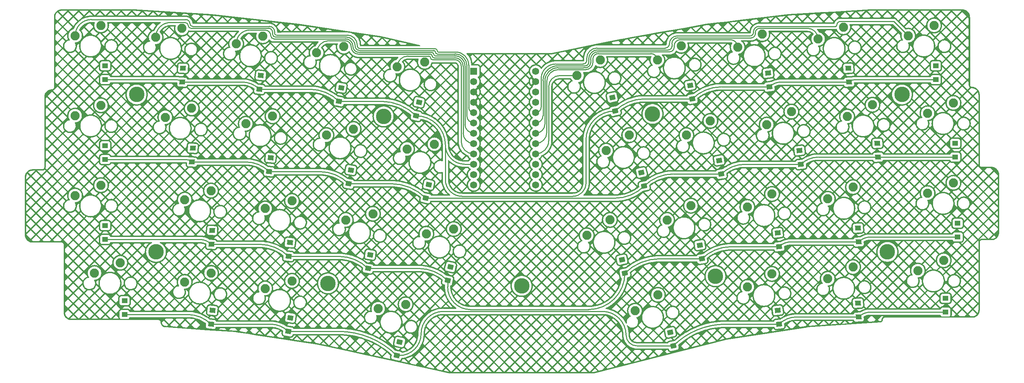
<source format=gbr>
%TF.GenerationSoftware,KiCad,Pcbnew,(6.0.4)*%
%TF.CreationDate,2022-10-12T07:30:40-07:00*%
%TF.ProjectId,tiddlywink,74696464-6c79-4776-996e-6b2e6b696361,rev?*%
%TF.SameCoordinates,Original*%
%TF.FileFunction,Copper,L2,Bot*%
%TF.FilePolarity,Positive*%
%FSLAX46Y46*%
G04 Gerber Fmt 4.6, Leading zero omitted, Abs format (unit mm)*
G04 Created by KiCad (PCBNEW (6.0.4)) date 2022-10-12 07:30:40*
%MOMM*%
%LPD*%
G01*
G04 APERTURE LIST*
G04 Aperture macros list*
%AMRotRect*
0 Rectangle, with rotation*
0 The origin of the aperture is its center*
0 $1 length*
0 $2 width*
0 $3 Rotation angle, in degrees counterclockwise*
0 Add horizontal line*
21,1,$1,$2,0,0,$3*%
G04 Aperture macros list end*
%TA.AperFunction,ComponentPad*%
%ADD10C,3.800000*%
%TD*%
%TA.AperFunction,ComponentPad*%
%ADD11C,2.250000*%
%TD*%
%TA.AperFunction,ComponentPad*%
%ADD12R,1.752600X1.752600*%
%TD*%
%TA.AperFunction,ComponentPad*%
%ADD13C,1.752600*%
%TD*%
%TA.AperFunction,SMDPad,CuDef*%
%ADD14RotRect,1.200000X1.400000X99.000000*%
%TD*%
%TA.AperFunction,ComponentPad*%
%ADD15C,0.800000*%
%TD*%
%TA.AperFunction,SMDPad,CuDef*%
%ADD16RotRect,1.200000X1.400000X84.000000*%
%TD*%
%TA.AperFunction,SMDPad,CuDef*%
%ADD17RotRect,1.200000X1.400000X81.000000*%
%TD*%
%TA.AperFunction,SMDPad,CuDef*%
%ADD18R,1.400000X1.200000*%
%TD*%
%TA.AperFunction,SMDPad,CuDef*%
%ADD19RotRect,1.200000X1.400000X93.000000*%
%TD*%
%TA.AperFunction,SMDPad,CuDef*%
%ADD20RotRect,1.200000X1.400000X78.000000*%
%TD*%
%TA.AperFunction,SMDPad,CuDef*%
%ADD21RotRect,1.200000X1.400000X102.000000*%
%TD*%
%TA.AperFunction,SMDPad,CuDef*%
%ADD22RotRect,1.200000X1.400000X87.000000*%
%TD*%
%TA.AperFunction,SMDPad,CuDef*%
%ADD23RotRect,1.200000X1.400000X96.000000*%
%TD*%
%TA.AperFunction,Conductor*%
%ADD24C,0.250000*%
%TD*%
G04 APERTURE END LIST*
D10*
%TO.P,,1*%
%TO.N,N/C*%
X186928282Y-83939133D03*
%TD*%
%TO.P,,1*%
%TO.N,N/C*%
X91678202Y-85725072D03*
%TD*%
%TO.P,,1*%
%TO.N,N/C*%
X229195505Y-77986003D03*
%TD*%
%TO.P,,1*%
%TO.N,N/C*%
X232767383Y-39290658D03*
%TD*%
%TO.P,,1*%
%TO.N,N/C*%
X49410979Y-77986003D03*
%TD*%
%TO.P,,1*%
%TO.N,N/C*%
X44648475Y-39290658D03*
%TD*%
D11*
%TO.P,MX30,1,COL*%
%TO.N,c10*%
X239077704Y-63539743D03*
%TO.P,MX30,2,ROW*%
%TO.N,Net-(D30-Pad2)*%
X245427704Y-60999743D03*
%TD*%
%TO.P,MX13,1,COL*%
%TO.N,c3*%
X71485812Y-46486640D03*
%TO.P,MX13,2,ROW*%
%TO.N,Net-(D13-Pad2)*%
X78066528Y-44624310D03*
%TD*%
%TO.P,MX24,1,COL*%
%TO.N,c4*%
X96051522Y-70118755D03*
%TO.P,MX24,2,ROW*%
%TO.N,Net-(D24-Pad2)*%
X102720686Y-68603386D03*
%TD*%
%TO.P,MX18,1,COL*%
%TO.N,c8*%
X199542415Y-46687834D03*
%TO.P,MX18,2,ROW*%
%TO.N,Net-(D18-Pad2)*%
X205592127Y-43497992D03*
%TD*%
%TO.P,MX10,1,COL*%
%TO.N,c10*%
X234315200Y-24844398D03*
%TO.P,MX10,2,ROW*%
%TO.N,Net-(D10-Pad2)*%
X240665200Y-22304398D03*
%TD*%
%TO.P,MX29,1,COL*%
%TO.N,c9*%
X214542159Y-64933250D03*
%TO.P,MX29,2,ROW*%
%TO.N,Net-(D29-Pad2)*%
X220750523Y-62064398D03*
%TD*%
%TO.P,MX8,1,COL*%
%TO.N,c8*%
X192398659Y-27637818D03*
%TO.P,MX8,2,ROW*%
%TO.N,Net-(D8-Pad2)*%
X198448371Y-24447976D03*
%TD*%
%TO.P,MX6,1,COL*%
%TO.N,c6*%
X152907794Y-34621742D03*
%TO.P,MX6,2,ROW*%
%TO.N,Net-(D6-Pad2)*%
X158590936Y-30817007D03*
%TD*%
%TO.P,MX27,1,COL*%
%TO.N,c7*%
X175028777Y-70120160D03*
%TO.P,MX27,2,ROW*%
%TO.N,Net-(D27-Pad2)*%
X180903254Y-66618073D03*
%TD*%
%TO.P,MX31,1,COL*%
%TO.N,c1*%
X34290032Y-83185072D03*
%TO.P,MX31,2,ROW*%
%TO.N,Net-(D31-Pad2)*%
X40640032Y-80645072D03*
%TD*%
%TO.P,MX28,1,COL*%
%TO.N,c8*%
X194779911Y-66928476D03*
%TO.P,MX28,2,ROW*%
%TO.N,Net-(D28-Pad2)*%
X200829623Y-63738634D03*
%TD*%
%TO.P,MX36,1,COL*%
%TO.N,c8*%
X194779911Y-86573805D03*
%TO.P,MX36,2,ROW*%
%TO.N,Net-(D36-Pad2)*%
X200829623Y-83383963D03*
%TD*%
%TO.P,MX4,1,COL*%
%TO.N,c4*%
X88907766Y-29042158D03*
%TO.P,MX4,2,ROW*%
%TO.N,Net-(D4-Pad2)*%
X95576930Y-27526789D03*
%TD*%
%TO.P,MX22,1,COL*%
%TO.N,c2*%
X56454768Y-65129763D03*
%TO.P,MX22,2,ROW*%
%TO.N,Net-(D22-Pad2)*%
X62928999Y-62925577D03*
%TD*%
%TO.P,MX25,1,COL*%
%TO.N,c5*%
X115863953Y-73518739D03*
%TO.P,MX25,2,ROW*%
%TO.N,Net-(D25-Pad2)*%
X122603286Y-72354483D03*
%TD*%
%TO.P,MX15,1,COL*%
%TO.N,c5*%
X111101449Y-52682784D03*
%TO.P,MX15,2,ROW*%
%TO.N,Net-(D15-Pad2)*%
X117840782Y-51518528D03*
%TD*%
%TO.P,MX17,1,COL*%
%TO.N,c7*%
X179791281Y-49284205D03*
%TO.P,MX17,2,ROW*%
%TO.N,Net-(D17-Pad2)*%
X185665758Y-45782118D03*
%TD*%
%TO.P,MX3,1,COL*%
%TO.N,c3*%
X69104560Y-26841311D03*
%TO.P,MX3,2,ROW*%
%TO.N,Net-(D3-Pad2)*%
X75685276Y-24978981D03*
%TD*%
%TO.P,MX34,1,COL*%
%TO.N,c4*%
X104015366Y-91918117D03*
%TO.P,MX34,2,ROW*%
%TO.N,Net-(D34-Pad2)*%
X110773991Y-90871656D03*
%TD*%
D12*
%TO.P,PM1,1,TX0/PD3*%
%TO.N,unconnected-(PM1-Pad1)*%
X127516051Y-33552638D03*
D13*
%TO.P,PM1,2,RX1/PD2*%
%TO.N,unconnected-(PM1-Pad2)*%
X127516051Y-36092638D03*
%TO.P,PM1,3,GND*%
%TO.N,GND*%
X127516051Y-38632638D03*
%TO.P,PM1,4,GND*%
X127516051Y-41172638D03*
%TO.P,PM1,5,2/PD1*%
%TO.N,c1*%
X127516051Y-43712638D03*
%TO.P,PM1,6,3/PD0*%
%TO.N,c2*%
X127516051Y-46252638D03*
%TO.P,PM1,7,4/PD4*%
%TO.N,c3*%
X127516051Y-48792638D03*
%TO.P,PM1,8,5/PC6*%
%TO.N,c4*%
X127516051Y-51332638D03*
%TO.P,PM1,9,6/PD7*%
%TO.N,c5*%
X127516051Y-53872638D03*
%TO.P,PM1,10,7/PE6*%
%TO.N,r1*%
X127516051Y-56412638D03*
%TO.P,PM1,11,8/PB4*%
%TO.N,r2*%
X127516051Y-58952638D03*
%TO.P,PM1,12,9/PB5*%
%TO.N,unconnected-(PM1-Pad12)*%
X127516051Y-61492638D03*
%TO.P,PM1,13,10/PB6*%
%TO.N,r3*%
X142756051Y-61492638D03*
%TO.P,PM1,14,16/PB2*%
%TO.N,r4*%
X142756051Y-58952638D03*
%TO.P,PM1,15,14/PB3*%
%TO.N,unconnected-(PM1-Pad15)*%
X142756051Y-56412638D03*
%TO.P,PM1,16,15/PB1*%
%TO.N,c6*%
X142756051Y-53872638D03*
%TO.P,PM1,17,A0/PF7*%
%TO.N,c7*%
X142756051Y-51332638D03*
%TO.P,PM1,18,A1/PF6*%
%TO.N,c8*%
X142756051Y-48792638D03*
%TO.P,PM1,19,A2/PF5*%
%TO.N,c9*%
X142756051Y-46252638D03*
%TO.P,PM1,20,A3/PF4*%
%TO.N,c10*%
X142756051Y-43712638D03*
%TO.P,PM1,21,VCC*%
%TO.N,VCC*%
X142756051Y-41172638D03*
%TO.P,PM1,22,RST*%
%TO.N,RST*%
X142756051Y-38632638D03*
%TO.P,PM1,23,GND*%
%TO.N,GND*%
X142756051Y-36092638D03*
%TO.P,PM1,24,RAW*%
%TO.N,unconnected-(PM1-Pad24)*%
X142756051Y-33552638D03*
%TD*%
D11*
%TO.P,MX38,1,COL*%
%TO.N,c10*%
X236696452Y-82589759D03*
%TO.P,MX38,2,ROW*%
%TO.N,Net-(D38-Pad2)*%
X243046452Y-80049759D03*
%TD*%
D10*
%TO.P,REF\u002A\u002A,1*%
%TO.N,N/C*%
X171450144Y-44053162D03*
%TD*%
D11*
%TO.P,MX7,1,COL*%
%TO.N,c7*%
X172647525Y-30829502D03*
%TO.P,MX7,2,ROW*%
%TO.N,Net-(D7-Pad2)*%
X178522002Y-27327415D03*
%TD*%
%TO.P,MX32,1,COL*%
%TO.N,c2*%
X56454768Y-85370405D03*
%TO.P,MX32,2,ROW*%
%TO.N,Net-(D32-Pad2)*%
X62928999Y-83166219D03*
%TD*%
%TO.P,MX19,1,COL*%
%TO.N,c9*%
X219304663Y-44692608D03*
%TO.P,MX19,2,ROW*%
%TO.N,Net-(D19-Pad2)*%
X225513027Y-41823756D03*
%TD*%
%TO.P,MX9,1,COL*%
%TO.N,c9*%
X212160907Y-25642592D03*
%TO.P,MX9,2,ROW*%
%TO.N,Net-(D9-Pad2)*%
X218369271Y-22773740D03*
%TD*%
%TO.P,MX35,1,COL*%
%TO.N,c7*%
X167166418Y-92441618D03*
%TO.P,MX35,2,ROW*%
%TO.N,Net-(D35-Pad2)*%
X172782293Y-88538278D03*
%TD*%
%TO.P,MX20,1,COL*%
%TO.N,c10*%
X239077704Y-43894414D03*
%TO.P,MX20,2,ROW*%
%TO.N,Net-(D20-Pad2)*%
X245427704Y-41354414D03*
%TD*%
%TO.P,MX23,1,COL*%
%TO.N,c3*%
X76248316Y-67322595D03*
%TO.P,MX23,2,ROW*%
%TO.N,Net-(D23-Pad2)*%
X82829032Y-65460265D03*
%TD*%
%TO.P,MX33,1,COL*%
%TO.N,c3*%
X76248316Y-86967924D03*
%TO.P,MX33,2,ROW*%
%TO.N,Net-(D33-Pad2)*%
X82829032Y-85105594D03*
%TD*%
D10*
%TO.P,REF\u002A\u002A,1*%
%TO.N,N/C*%
X139303242Y-86320385D03*
%TD*%
D11*
%TO.P,MX14,1,COL*%
%TO.N,c4*%
X91289018Y-49282800D03*
%TO.P,MX14,2,ROW*%
%TO.N,Net-(D14-Pad2)*%
X97958182Y-47767431D03*
%TD*%
%TO.P,MX37,1,COL*%
%TO.N,c9*%
X214542159Y-84578579D03*
%TO.P,MX37,2,ROW*%
%TO.N,Net-(D37-Pad2)*%
X220750523Y-81709727D03*
%TD*%
%TO.P,MX21,1,COL*%
%TO.N,c1*%
X29527528Y-64135056D03*
%TO.P,MX21,2,ROW*%
%TO.N,Net-(D21-Pad2)*%
X35877528Y-61595056D03*
%TD*%
%TO.P,MX12,1,COL*%
%TO.N,c2*%
X51692264Y-44889121D03*
%TO.P,MX12,2,ROW*%
%TO.N,Net-(D12-Pad2)*%
X58166495Y-42684935D03*
%TD*%
%TO.P,MX2,1,COL*%
%TO.N,c2*%
X49311012Y-25243792D03*
%TO.P,MX2,2,ROW*%
%TO.N,Net-(D2-Pad2)*%
X55785243Y-23039606D03*
%TD*%
%TO.P,MX5,1,COL*%
%TO.N,c5*%
X108720197Y-32442142D03*
%TO.P,MX5,2,ROW*%
%TO.N,Net-(D5-Pad2)*%
X115459530Y-31277886D03*
%TD*%
%TO.P,MX11,1,COL*%
%TO.N,c1*%
X29527528Y-44489727D03*
%TO.P,MX11,2,ROW*%
%TO.N,Net-(D11-Pad2)*%
X35877528Y-41949727D03*
%TD*%
%TO.P,MX16,1,COL*%
%TO.N,c6*%
X160051550Y-53076445D03*
%TO.P,MX16,2,ROW*%
%TO.N,Net-(D16-Pad2)*%
X165734692Y-49271710D03*
%TD*%
D10*
%TO.P,REF\u002A\u002A,1*%
%TO.N,N/C*%
X105370401Y-44648475D03*
%TD*%
D11*
%TO.P,MX1,1,COL*%
%TO.N,c1*%
X29527528Y-24844398D03*
%TO.P,MX1,2,ROW*%
%TO.N,Net-(D1-Pad2)*%
X35877528Y-22304398D03*
%TD*%
%TO.P,MX26,1,COL*%
%TO.N,c6*%
X155289046Y-73912400D03*
%TO.P,MX26,2,ROW*%
%TO.N,Net-(D26-Pad2)*%
X160972188Y-70107665D03*
%TD*%
D14*
%TO.P,D17,1,K*%
%TO.N,r2*%
X188384847Y-58829118D03*
D15*
X188384847Y-58829118D03*
%TO.P,D17,2,A*%
%TO.N,Net-(D17-Pad2)*%
X187852969Y-55470978D03*
D14*
X187852969Y-55470978D03*
%TD*%
D16*
%TO.P,D13,1,K*%
%TO.N,r2*%
X77212992Y-58245422D03*
D15*
X77212992Y-58245422D03*
D16*
%TO.P,D13,2,A*%
%TO.N,Net-(D13-Pad2)*%
X77568388Y-54864048D03*
D15*
X77568388Y-54864048D03*
%TD*%
D17*
%TO.P,D14,1,K*%
%TO.N,r2*%
X96770080Y-61210370D03*
D15*
X96770080Y-61210370D03*
D17*
%TO.P,D14,2,A*%
%TO.N,Net-(D14-Pad2)*%
X97301958Y-57852230D03*
D15*
X97301958Y-57852230D03*
%TD*%
%TO.P,D33,1,K*%
%TO.N,r4*%
X81887255Y-97524463D03*
D17*
X81887255Y-97524463D03*
D15*
%TO.P,D33,2,A*%
%TO.N,Net-(D33-Pad2)*%
X82419133Y-94166323D03*
D17*
X82419133Y-94166323D03*
%TD*%
D16*
%TO.P,D3,1,K*%
%TO.N,r1*%
X74831740Y-38004780D03*
D15*
X74831740Y-38004780D03*
D16*
%TO.P,D3,2,A*%
%TO.N,Net-(D3-Pad2)*%
X75187136Y-34623406D03*
D15*
X75187136Y-34623406D03*
%TD*%
%TO.P,D38,1,K*%
%TO.N,r4*%
X243483017Y-92782889D03*
D18*
X243483017Y-92782889D03*
D15*
%TO.P,D38,2,A*%
%TO.N,Net-(D38-Pad2)*%
X243483017Y-89382889D03*
D18*
X243483017Y-89382889D03*
%TD*%
D19*
%TO.P,D9,1,K*%
%TO.N,r1*%
X219759468Y-36225824D03*
D15*
X219759468Y-36225824D03*
%TO.P,D9,2,A*%
%TO.N,Net-(D9-Pad2)*%
X219581526Y-32830484D03*
D19*
X219581526Y-32830484D03*
%TD*%
D15*
%TO.P,D10,1,K*%
%TO.N,r1*%
X241101765Y-35632841D03*
D18*
X241101765Y-35632841D03*
%TO.P,D10,2,A*%
%TO.N,Net-(D10-Pad2)*%
X241101765Y-32232841D03*
D15*
X241101765Y-32232841D03*
%TD*%
D18*
%TO.P,D31,1,K*%
%TO.N,r4*%
X41671910Y-93378202D03*
D15*
X41671910Y-93378202D03*
%TO.P,D31,2,A*%
%TO.N,Net-(D31-Pad2)*%
X41671910Y-89978202D03*
D18*
X41671910Y-89978202D03*
%TD*%
D15*
%TO.P,D11,1,K*%
%TO.N,r2*%
X36909406Y-55278170D03*
D18*
X36909406Y-55278170D03*
D15*
%TO.P,D11,2,A*%
%TO.N,Net-(D11-Pad2)*%
X36909406Y-51878170D03*
D18*
X36909406Y-51878170D03*
%TD*%
D15*
%TO.P,D15,1,K*%
%TO.N,r2*%
X115732585Y-64766029D03*
D20*
X115732585Y-64766029D03*
D15*
%TO.P,D15,2,A*%
%TO.N,Net-(D15-Pad2)*%
X116439485Y-61440327D03*
D20*
X116439485Y-61440327D03*
%TD*%
D17*
%TO.P,D24,1,K*%
%TO.N,r3*%
X101532584Y-82046325D03*
D15*
X101532584Y-82046325D03*
D17*
%TO.P,D24,2,A*%
%TO.N,Net-(D24-Pad2)*%
X102064462Y-78688185D03*
D15*
X102064462Y-78688185D03*
%TD*%
D19*
%TO.P,D37,1,K*%
%TO.N,r4*%
X222140720Y-93971185D03*
D15*
X222140720Y-93971185D03*
%TO.P,D37,2,A*%
%TO.N,Net-(D37-Pad2)*%
X221962778Y-90575845D03*
D19*
X221962778Y-90575845D03*
%TD*%
D21*
%TO.P,D16,1,K*%
%TO.N,r2*%
X169422342Y-61789464D03*
D15*
X169422342Y-61789464D03*
D21*
%TO.P,D16,2,A*%
%TO.N,Net-(D16-Pad2)*%
X168715442Y-58463762D03*
D15*
X168715442Y-58463762D03*
%TD*%
%TO.P,D12,1,K*%
%TO.N,r2*%
X58251703Y-55871153D03*
D22*
X58251703Y-55871153D03*
%TO.P,D12,2,A*%
%TO.N,Net-(D12-Pad2)*%
X58429645Y-52475813D03*
D15*
X58429645Y-52475813D03*
%TD*%
D16*
%TO.P,D32,1,K*%
%TO.N,r4*%
X62925480Y-95750141D03*
D15*
X62925480Y-95750141D03*
D16*
%TO.P,D32,2,A*%
%TO.N,Net-(D32-Pad2)*%
X63280876Y-92368767D03*
D15*
X63280876Y-92368767D03*
%TD*%
D23*
%TO.P,D18,1,K*%
%TO.N,r2*%
X207941935Y-56459483D03*
D15*
X207941935Y-56459483D03*
D23*
%TO.P,D18,2,A*%
%TO.N,Net-(D18-Pad2)*%
X207586539Y-53078109D03*
D15*
X207586539Y-53078109D03*
%TD*%
%TO.P,D7,1,K*%
%TO.N,r1*%
X181241091Y-40374415D03*
D14*
X181241091Y-40374415D03*
%TO.P,D7,2,A*%
%TO.N,Net-(D7-Pad2)*%
X180709213Y-37016275D03*
D15*
X180709213Y-37016275D03*
%TD*%
%TO.P,D29,1,K*%
%TO.N,r3*%
X222140720Y-75516482D03*
D19*
X222140720Y-75516482D03*
D15*
%TO.P,D29,2,A*%
%TO.N,Net-(D29-Pad2)*%
X221962778Y-72121142D03*
D19*
X221962778Y-72121142D03*
%TD*%
D15*
%TO.P,D1,1,K*%
%TO.N,r1*%
X36909406Y-35632841D03*
D18*
X36909406Y-35632841D03*
D15*
%TO.P,D1,2,A*%
%TO.N,Net-(D1-Pad2)*%
X36909406Y-32232841D03*
D18*
X36909406Y-32232841D03*
%TD*%
D15*
%TO.P,D20,1,K*%
%TO.N,r2*%
X245864269Y-54682857D03*
D18*
X245864269Y-54682857D03*
%TO.P,D20,2,A*%
%TO.N,Net-(D20-Pad2)*%
X245864269Y-51282857D03*
D15*
X245864269Y-51282857D03*
%TD*%
%TO.P,D19,1,K*%
%TO.N,r2*%
X226903224Y-54680527D03*
D19*
X226903224Y-54680527D03*
D15*
%TO.P,D19,2,A*%
%TO.N,Net-(D19-Pad2)*%
X226725282Y-51285187D03*
D19*
X226725282Y-51285187D03*
%TD*%
D15*
%TO.P,D28,1,K*%
%TO.N,r3*%
X202584118Y-76700125D03*
D23*
X202584118Y-76700125D03*
%TO.P,D28,2,A*%
%TO.N,Net-(D28-Pad2)*%
X202228722Y-73318751D03*
D15*
X202228722Y-73318751D03*
%TD*%
%TO.P,D27,1,K*%
%TO.N,r3*%
X183622343Y-79665073D03*
D14*
X183622343Y-79665073D03*
D15*
%TO.P,D27,2,A*%
%TO.N,Net-(D27-Pad2)*%
X183090465Y-76306933D03*
D14*
X183090465Y-76306933D03*
%TD*%
D23*
%TO.P,D8,1,K*%
%TO.N,r1*%
X200202866Y-37409467D03*
D15*
X200202866Y-37409467D03*
%TO.P,D8,2,A*%
%TO.N,Net-(D8-Pad2)*%
X199847470Y-34028093D03*
D23*
X199847470Y-34028093D03*
%TD*%
D22*
%TO.P,D2,1,K*%
%TO.N,r1*%
X55870451Y-36225824D03*
D15*
X55870451Y-36225824D03*
%TO.P,D2,2,A*%
%TO.N,Net-(D2-Pad2)*%
X56048393Y-32830484D03*
D22*
X56048393Y-32830484D03*
%TD*%
D15*
%TO.P,D26,1,K*%
%TO.N,r3*%
X164659838Y-83220732D03*
D21*
X164659838Y-83220732D03*
%TO.P,D26,2,A*%
%TO.N,Net-(D26-Pad2)*%
X163952938Y-79895030D03*
D15*
X163952938Y-79895030D03*
%TD*%
D16*
%TO.P,D23,1,K*%
%TO.N,r3*%
X81975496Y-79081377D03*
D15*
X81975496Y-79081377D03*
D16*
%TO.P,D23,2,A*%
%TO.N,Net-(D23-Pad2)*%
X82330892Y-75700003D03*
D15*
X82330892Y-75700003D03*
%TD*%
%TO.P,D6,1,K*%
%TO.N,r1*%
X162278586Y-43334761D03*
D21*
X162278586Y-43334761D03*
%TO.P,D6,2,A*%
%TO.N,Net-(D6-Pad2)*%
X161571686Y-40009059D03*
D15*
X161571686Y-40009059D03*
%TD*%
%TO.P,D30,1,K*%
%TO.N,r3*%
X246459582Y-74328186D03*
D18*
X246459582Y-74328186D03*
D15*
%TO.P,D30,2,A*%
%TO.N,Net-(D30-Pad2)*%
X246459582Y-70928186D03*
D18*
X246459582Y-70928186D03*
%TD*%
D15*
%TO.P,D25,1,K*%
%TO.N,r3*%
X121090402Y-85006671D03*
D20*
X121090402Y-85006671D03*
D15*
%TO.P,D25,2,A*%
%TO.N,Net-(D25-Pad2)*%
X121797302Y-81680969D03*
D20*
X121797302Y-81680969D03*
%TD*%
D15*
%TO.P,D22,1,K*%
%TO.N,r3*%
X63014207Y-76111795D03*
D22*
X63014207Y-76111795D03*
%TO.P,D22,2,A*%
%TO.N,Net-(D22-Pad2)*%
X63192149Y-72716455D03*
D15*
X63192149Y-72716455D03*
%TD*%
%TO.P,D36,1,K*%
%TO.N,r4*%
X202584118Y-95750141D03*
D23*
X202584118Y-95750141D03*
%TO.P,D36,2,A*%
%TO.N,Net-(D36-Pad2)*%
X202228722Y-92368767D03*
D15*
X202228722Y-92368767D03*
%TD*%
D20*
%TO.P,D5,1,K*%
%TO.N,r1*%
X113351333Y-44525387D03*
D15*
X113351333Y-44525387D03*
D20*
%TO.P,D5,2,A*%
%TO.N,Net-(D5-Pad2)*%
X114058233Y-41199685D03*
D15*
X114058233Y-41199685D03*
%TD*%
%TO.P,D35,1,K*%
%TO.N,r4*%
X176566098Y-101080122D03*
D21*
X176566098Y-101080122D03*
D15*
%TO.P,D35,2,A*%
%TO.N,Net-(D35-Pad2)*%
X175859198Y-97754420D03*
D21*
X175859198Y-97754420D03*
%TD*%
D17*
%TO.P,D4,1,K*%
%TO.N,r1*%
X94388828Y-40969728D03*
D15*
X94388828Y-40969728D03*
D17*
%TO.P,D4,2,A*%
%TO.N,Net-(D4-Pad2)*%
X94920706Y-37611588D03*
D15*
X94920706Y-37611588D03*
%TD*%
%TO.P,D34,1,K*%
%TO.N,r4*%
X108588829Y-103461374D03*
D20*
X108588829Y-103461374D03*
D15*
%TO.P,D34,2,A*%
%TO.N,Net-(D34-Pad2)*%
X109295729Y-100135672D03*
D20*
X109295729Y-100135672D03*
%TD*%
D18*
%TO.P,D21,1,K*%
%TO.N,r3*%
X36909406Y-74923499D03*
D15*
X36909406Y-74923499D03*
%TO.P,D21,2,A*%
%TO.N,Net-(D21-Pad2)*%
X36909406Y-71523499D03*
D18*
X36909406Y-71523499D03*
%TD*%
D24*
%TO.N,r1*%
X36909406Y-35632841D02*
X54438864Y-35632841D01*
X127516051Y-56412638D02*
X125238584Y-56412638D01*
X113351333Y-44525387D02*
X113751333Y-44925387D01*
X74831740Y-38004780D02*
X87230811Y-38004780D01*
X94388828Y-40969728D02*
X104767213Y-40969728D01*
X241101765Y-35632841D02*
X221191055Y-35632841D01*
X181241091Y-40374415D02*
X169425493Y-40374415D01*
X120540000Y-60226509D02*
X120540000Y-51714054D01*
X162278586Y-43334761D02*
X162265239Y-43334761D01*
X155100000Y-50500000D02*
X155100000Y-61100000D01*
X55870451Y-36225824D02*
X70536961Y-36225824D01*
X200202866Y-37409467D02*
X188399108Y-37409467D01*
X151883491Y-64316509D02*
X124630000Y-64316509D01*
X219759468Y-36225824D02*
X203060432Y-36225824D01*
X181241093Y-40374417D02*
G75*
G02*
X188399108Y-37409467I7158007J-7157983D01*
G01*
X219759493Y-36225849D02*
G75*
G02*
X221191055Y-35632841I1431607J-1431551D01*
G01*
X113351325Y-44525395D02*
G75*
G03*
X104767213Y-40969728I-8584125J-8584105D01*
G01*
X55870467Y-36225808D02*
G75*
G03*
X54438864Y-35632841I-1431567J-1431592D01*
G01*
X74831768Y-38004752D02*
G75*
G03*
X70536961Y-36225824I-4294768J-4294848D01*
G01*
X200202857Y-37409458D02*
G75*
G02*
X203060432Y-36225824I2857543J-2857542D01*
G01*
X155099961Y-50500000D02*
G75*
G02*
X162265239Y-43334761I7165239J0D01*
G01*
X120539991Y-60226509D02*
G75*
G03*
X124630000Y-64316509I4090009J9D01*
G01*
X120540062Y-51714054D02*
G75*
G03*
X125238584Y-56412638I4698538J-46D01*
G01*
X94388813Y-40969743D02*
G75*
G03*
X87230811Y-38004780I-7158013J-7157957D01*
G01*
X113351333Y-44525380D02*
G75*
G02*
X120540000Y-51714054I-3J-7188670D01*
G01*
X162278583Y-43334758D02*
G75*
G02*
X169425493Y-40374415I7146917J-7146942D01*
G01*
X151883491Y-64316500D02*
G75*
G03*
X155100000Y-61100000I9J3216500D01*
G01*
%TO.N,r2*%
X226903224Y-54680527D02*
X212236714Y-54680527D01*
X77212992Y-58245422D02*
X89612063Y-58245422D01*
X115732585Y-64766029D02*
X162236279Y-64766029D01*
X188384847Y-58829118D02*
X176569249Y-58829118D01*
X245864269Y-54682857D02*
X226908849Y-54682857D01*
X58251703Y-55871153D02*
X71481000Y-55871153D01*
X207941935Y-56459483D02*
X194105651Y-56459483D01*
X36909406Y-55278170D02*
X56820116Y-55278170D01*
X96770080Y-61210370D02*
X107148465Y-61210370D01*
X169422361Y-61789483D02*
G75*
G02*
X176569249Y-58829118I7146939J-7146917D01*
G01*
X115732613Y-64766001D02*
G75*
G03*
X107148465Y-61210370I-8584113J-8584199D01*
G01*
X58251687Y-55871169D02*
G75*
G03*
X56820116Y-55278170I-1431587J-1431531D01*
G01*
X169422353Y-61789475D02*
G75*
G02*
X162236279Y-64766029I-7186053J7186075D01*
G01*
X226903249Y-54680502D02*
G75*
G03*
X226908849Y-54682857I5651J5602D01*
G01*
X96770101Y-61210349D02*
G75*
G03*
X89612063Y-58245422I-7158001J-7158051D01*
G01*
X188384876Y-58829147D02*
G75*
G02*
X194105651Y-56459483I5720824J-5720753D01*
G01*
X207941920Y-56459468D02*
G75*
G02*
X212236714Y-54680527I4294780J-4294832D01*
G01*
X77212989Y-58245425D02*
G75*
G03*
X71481000Y-55871153I-5731989J-5731975D01*
G01*
%TO.N,r4*%
X109188626Y-103461374D02*
X108588829Y-103461374D01*
X81887255Y-97524463D02*
X94255858Y-97524463D01*
X156039522Y-92602044D02*
X129210000Y-92599520D01*
X129210000Y-92599520D02*
X129216503Y-92606023D01*
X202584118Y-95750141D02*
X189433810Y-95750141D01*
X156039522Y-92602044D02*
X159112044Y-92602044D01*
X167590122Y-101080122D02*
X176566098Y-101080122D01*
X222140720Y-93971185D02*
X206878897Y-93971185D01*
X41671910Y-93378202D02*
X57199113Y-93378202D01*
X129210000Y-92599520D02*
X120050480Y-92599520D01*
X62925480Y-95750141D02*
X77603663Y-95750141D01*
X243483017Y-92782889D02*
X225009520Y-92782889D01*
X155545972Y-92606023D02*
X156039522Y-92602044D01*
X129216503Y-92606023D02*
X155545972Y-92606023D01*
X114570020Y-98080000D02*
G75*
G02*
X120050480Y-92599520I5480480J0D01*
G01*
X81887283Y-97524435D02*
G75*
G03*
X77603663Y-95750141I-4283583J-4283665D01*
G01*
X167590122Y-101080100D02*
G75*
G02*
X164960000Y-98450000I-22J2630100D01*
G01*
X176566100Y-101080124D02*
G75*
G02*
X189433810Y-95750141I12867700J-12867676D01*
G01*
X109188626Y-103461400D02*
G75*
G03*
X114570000Y-98080000I-26J5381400D01*
G01*
X164959956Y-98450000D02*
G75*
G03*
X159112044Y-92602044I-5847956J0D01*
G01*
X108588831Y-103461372D02*
G75*
G03*
X94255858Y-97524463I-14332971J-14332978D01*
G01*
X62925472Y-95750149D02*
G75*
G03*
X57199113Y-93378202I-5726372J-5726351D01*
G01*
X222140707Y-93971172D02*
G75*
G02*
X225009520Y-92782889I2868793J-2868828D01*
G01*
X202584123Y-95750146D02*
G75*
G02*
X206878897Y-93971185I4294777J-4294754D01*
G01*
%TO.N,c1*%
X118840960Y-28860960D02*
X123120960Y-28860960D01*
X79027292Y-24708933D02*
X80250000Y-24708933D01*
X36595113Y-20854887D02*
X56724887Y-20854887D01*
X80268933Y-24690000D02*
X96450000Y-24690000D01*
X98860000Y-27100000D02*
X98860000Y-27220067D01*
X58410960Y-22540960D02*
X77260960Y-22540960D01*
X126260000Y-32000000D02*
X126260000Y-32066827D01*
X36595113Y-20854887D02*
X33517039Y-20854887D01*
X108189815Y-28020480D02*
X118000480Y-28020480D01*
X99670228Y-28030295D02*
X108180000Y-28030295D01*
X108180000Y-28030295D02*
X108189815Y-28020480D01*
X126270000Y-32076827D02*
X126270000Y-42466587D01*
X78550000Y-23830000D02*
X78550000Y-24231641D01*
X118840960Y-28861000D02*
G75*
G02*
X118560000Y-28580000I40J281000D01*
G01*
X99670228Y-28030300D02*
G75*
G02*
X98860000Y-27220067I-28J810200D01*
G01*
X58410960Y-22541000D02*
G75*
G02*
X57730000Y-21860000I40J681000D01*
G01*
X78550040Y-23830000D02*
G75*
G03*
X77260960Y-22540960I-1289040J0D01*
G01*
X98860000Y-27100000D02*
G75*
G03*
X96450000Y-24690000I-2410000J0D01*
G01*
X127516051Y-43712700D02*
G75*
G02*
X126270000Y-42466587I49J1246100D01*
G01*
X29527527Y-24844398D02*
G75*
G02*
X33517039Y-20854887I3989513J-2D01*
G01*
X57730013Y-21860000D02*
G75*
G03*
X56724887Y-20854887I-1005113J0D01*
G01*
X118560020Y-28580000D02*
G75*
G03*
X118000480Y-28020480I-559520J0D01*
G01*
X126269973Y-32076827D02*
G75*
G03*
X126260000Y-32066827I-9973J27D01*
G01*
X80268933Y-24690000D02*
G75*
G03*
X80250000Y-24708933I-33J-18900D01*
G01*
X126260040Y-32000000D02*
G75*
G03*
X123120960Y-28860960I-3139040J0D01*
G01*
X79027292Y-24708900D02*
G75*
G02*
X78550000Y-24231641I8J477300D01*
G01*
%TO.N,c2*%
X80290826Y-25157627D02*
X80290000Y-25158453D01*
X96117627Y-25157627D02*
X80290826Y-25157627D01*
X56560000Y-21590000D02*
X52964804Y-21590000D01*
X125820000Y-44556587D02*
X125820000Y-32190000D01*
X80290000Y-25158453D02*
X78748453Y-25158453D01*
X109660000Y-28470000D02*
X109650185Y-28479815D01*
X118110000Y-28910000D02*
X118110000Y-28908924D01*
X109650185Y-28479815D02*
X99424543Y-28479815D01*
X122930000Y-29310480D02*
X118510480Y-29310480D01*
X98380000Y-27435272D02*
X98380000Y-27420000D01*
X78060000Y-24470000D02*
X78060000Y-24000110D01*
X77050370Y-22990480D02*
X57960480Y-22990480D01*
X117671076Y-28470000D02*
X109660000Y-28470000D01*
X57350020Y-22380000D02*
G75*
G03*
X57960480Y-22990480I610480J0D01*
G01*
X98380000Y-27435272D02*
G75*
G03*
X99394728Y-28450000I1014700J-28D01*
G01*
X125820062Y-44556587D02*
G75*
G03*
X127516051Y-46252638I1696038J-13D01*
G01*
X122930000Y-29300000D02*
G75*
G02*
X125820000Y-32190000I0J-2890000D01*
G01*
X78060047Y-24470000D02*
G75*
G03*
X78748453Y-25158453I688453J0D01*
G01*
X118110020Y-28910000D02*
G75*
G03*
X118510480Y-29310480I400480J0D01*
G01*
X49311000Y-25243792D02*
G75*
G02*
X52964804Y-21590000I3653800J-8D01*
G01*
X96117627Y-25157600D02*
G75*
G02*
X98380000Y-27420000I-27J-2262400D01*
G01*
X99394685Y-28450000D02*
G75*
G03*
X99424543Y-28479815I29815J0D01*
G01*
X56560000Y-21590000D02*
G75*
G02*
X57350000Y-22380000I0J-790000D01*
G01*
X77050370Y-22990500D02*
G75*
G02*
X78060000Y-24000110I30J-1009600D01*
G01*
X117671076Y-28470000D02*
G75*
G02*
X118110000Y-28908924I24J-438900D01*
G01*
%TO.N,c3*%
X117990000Y-29760000D02*
X122900000Y-29760000D01*
X72505871Y-23440000D02*
X76196214Y-23440000D01*
X125350000Y-32210000D02*
X125350000Y-46626587D01*
X78364187Y-25607973D02*
X91694119Y-25607973D01*
X91694119Y-25607973D02*
X91758024Y-25607147D01*
X91758024Y-25607147D02*
X95947147Y-25607147D01*
X99269335Y-28929335D02*
X117159335Y-28929335D01*
X97829953Y-27490000D02*
G75*
G03*
X95947147Y-25607147I-1882853J0D01*
G01*
X78364187Y-25608000D02*
G75*
G02*
X77630000Y-24873786I13J734200D01*
G01*
X127516051Y-48792700D02*
G75*
G02*
X125350000Y-46626587I49J2166100D01*
G01*
X117729965Y-29500000D02*
G75*
G03*
X117159335Y-28929335I-570665J0D01*
G01*
X72505871Y-23439960D02*
G75*
G03*
X69104560Y-26841311I29J-3401340D01*
G01*
X77630000Y-24873786D02*
G75*
G03*
X76196214Y-23440000I-1433800J-14D01*
G01*
X99269335Y-28929300D02*
G75*
G02*
X97830000Y-27490000I-35J1439300D01*
G01*
X125350000Y-32210000D02*
G75*
G03*
X122900000Y-29760000I-2450000J0D01*
G01*
X117990000Y-29760000D02*
G75*
G02*
X117730000Y-29500000I0J260000D01*
G01*
%TO.N,c4*%
X127463598Y-51332638D02*
X127516051Y-51332638D01*
X99218855Y-29378855D02*
X116869262Y-29378855D01*
X117720480Y-30260480D02*
X122849520Y-30260480D01*
X91889924Y-26060000D02*
X95900000Y-26060000D01*
X117280000Y-29789593D02*
X117280000Y-29820000D01*
X124900480Y-32310480D02*
X124900480Y-48769520D01*
X124900500Y-32310480D02*
G75*
G03*
X122850000Y-30260000I-2050500J-20D01*
G01*
X91889924Y-26060006D02*
G75*
G03*
X88907766Y-29042158I-4J-2982154D01*
G01*
X97370000Y-27530000D02*
G75*
G03*
X95900000Y-26060000I-1470000J0D01*
G01*
X127463598Y-51332620D02*
G75*
G02*
X124900480Y-48769520I2J2563120D01*
G01*
X117720480Y-30260500D02*
G75*
G02*
X117280000Y-29820000I20J440500D01*
G01*
X122849980Y-30260000D02*
G75*
G02*
X122849520Y-30260480I-480J0D01*
G01*
X117280045Y-29789593D02*
G75*
G03*
X116869262Y-29378855I-410745J-7D01*
G01*
X99218855Y-29378900D02*
G75*
G02*
X97370000Y-27530000I45J1848900D01*
G01*
%TO.N,c5*%
X124450960Y-32350960D02*
X124450960Y-50890960D01*
X127432638Y-53872638D02*
X127516051Y-53872638D01*
X111333964Y-29828375D02*
X116418375Y-29828375D01*
X117300000Y-30710000D02*
X122810000Y-30710000D01*
X116920025Y-30330000D02*
G75*
G03*
X116418375Y-29828375I-501625J0D01*
G01*
X111333964Y-29828297D02*
G75*
G03*
X108720197Y-32442142I36J-2613803D01*
G01*
X127432638Y-53872640D02*
G75*
G02*
X124450960Y-50890960I-38J2981640D01*
G01*
X117300000Y-30710000D02*
G75*
G02*
X116920000Y-30330000I0J380000D01*
G01*
X124451000Y-32350960D02*
G75*
G03*
X122810000Y-30710000I-1641000J-40D01*
G01*
%TO.N,c6*%
X145930000Y-50698689D02*
X145930000Y-48670000D01*
X145930000Y-48670000D02*
X145930000Y-37360000D01*
X152907794Y-34621742D02*
X148668258Y-34621742D01*
X145930042Y-37360000D02*
G75*
G02*
X148668258Y-34621742I2738258J0D01*
G01*
X145930038Y-50698689D02*
G75*
G02*
X142756051Y-53872638I-3173938J-11D01*
G01*
%TO.N,c7*%
X171048023Y-29230000D02*
X158128024Y-29230000D01*
X145460000Y-46480000D02*
X145460000Y-48628689D01*
X145459520Y-46479520D02*
X145460000Y-46480000D01*
X156790000Y-30568024D02*
X156790000Y-31470000D01*
X155110000Y-33150000D02*
X148359040Y-33150000D01*
X145459520Y-36049520D02*
X145459520Y-46479520D01*
X171048023Y-29229975D02*
G75*
G02*
X172647525Y-30829502I-23J-1599525D01*
G01*
X145459500Y-36049520D02*
G75*
G02*
X148359040Y-33150000I2899500J20D01*
G01*
X156790000Y-30568024D02*
G75*
G02*
X158128024Y-29230000I1338000J24D01*
G01*
X142756051Y-51332600D02*
G75*
G03*
X145460000Y-48628689I49J2703900D01*
G01*
X155110000Y-33150000D02*
G75*
G03*
X156790000Y-31470000I0J1680000D01*
G01*
%TO.N,c8*%
X175699520Y-28780480D02*
X158079520Y-28780480D01*
X145010000Y-43680000D02*
X145010000Y-37670000D01*
X154480000Y-32700480D02*
X148239520Y-32700480D01*
X145010000Y-37670000D02*
X145010000Y-35930000D01*
X156230000Y-30630000D02*
X156230000Y-31498070D01*
X154486445Y-32694035D02*
X154480000Y-32700480D01*
X190560841Y-25800000D02*
X178320000Y-25800000D01*
X145010000Y-46538689D02*
X145010000Y-43680000D01*
X176780000Y-27340000D02*
X176780000Y-27700000D01*
X155034035Y-32694035D02*
X154486445Y-32694035D01*
X175699520Y-28780500D02*
G75*
G03*
X176780000Y-27700000I-20J1080500D01*
G01*
X156229980Y-30630000D02*
G75*
G02*
X158079520Y-28780480I1849520J0D01*
G01*
X190560841Y-25799941D02*
G75*
G02*
X192398659Y-27637818I-41J-1837859D01*
G01*
X145010038Y-46538689D02*
G75*
G02*
X142756051Y-48792638I-2253938J-11D01*
G01*
X176780000Y-27340000D02*
G75*
G02*
X178320000Y-25800000I1540000J0D01*
G01*
X155034035Y-32694100D02*
G75*
G03*
X156230000Y-31498070I-35J1196000D01*
G01*
X145009980Y-35930000D02*
G75*
G02*
X148239520Y-32700480I3229520J0D01*
G01*
%TO.N,c9*%
X175329054Y-28330960D02*
X157999040Y-28330960D01*
X190728302Y-25348133D02*
X190712302Y-25347874D01*
X144540000Y-40780000D02*
X144540000Y-44468689D01*
X154940000Y-32240000D02*
X148179040Y-32240000D01*
X144539520Y-40779520D02*
X144540000Y-40780000D01*
X209516780Y-22998465D02*
X197847963Y-22998465D01*
X144539520Y-35879520D02*
X144539520Y-40779520D01*
X155760000Y-30570000D02*
X155760000Y-31420000D01*
X195741867Y-25348133D02*
X190728302Y-25348133D01*
X176212648Y-26789085D02*
X176212648Y-27447366D01*
X196710000Y-24136428D02*
X196710000Y-24380000D01*
X190712302Y-25347874D02*
X177653859Y-25347874D01*
X175329054Y-28330948D02*
G75*
G03*
X176212648Y-27447366I46J883548D01*
G01*
X154940000Y-32240000D02*
G75*
G03*
X155760000Y-31420000I0J820000D01*
G01*
X209516780Y-22998493D02*
G75*
G02*
X212160907Y-25642592I20J-2644107D01*
G01*
X195741867Y-25348100D02*
G75*
G03*
X196710000Y-24380000I33J968100D01*
G01*
X155759960Y-30570000D02*
G75*
G02*
X157999040Y-28330960I2239040J0D01*
G01*
X144539500Y-35879520D02*
G75*
G02*
X148179040Y-32240000I3639500J20D01*
G01*
X196710065Y-24136428D02*
G75*
G02*
X197847963Y-22998465I1137935J28D01*
G01*
X176212674Y-26789085D02*
G75*
G02*
X177653859Y-25347874I1441226J-15D01*
G01*
X142756051Y-46252700D02*
G75*
G03*
X144540000Y-44468689I-51J1784000D01*
G01*
%TO.N,c10*%
X144090000Y-42378689D02*
X144090000Y-35370000D01*
X172642237Y-27873677D02*
X172650000Y-27881440D01*
X197631055Y-22548945D02*
X216431055Y-22548945D01*
X193680000Y-24898613D02*
X195413742Y-24898613D01*
X177510530Y-24895890D02*
X193677277Y-24895890D01*
X157816323Y-27873677D02*
X172642237Y-27873677D01*
X217655771Y-21324229D02*
X230795031Y-21324229D01*
X193677277Y-24895890D02*
X193680000Y-24898613D01*
X155280000Y-30920000D02*
X155280000Y-30410000D01*
X230795031Y-21324229D02*
X234315200Y-24844398D01*
X172650000Y-27881440D02*
X174524980Y-27881440D01*
X196260480Y-24051875D02*
X196260480Y-23919520D01*
X147669520Y-31790480D02*
X154409520Y-31790480D01*
X197631055Y-22548880D02*
G75*
G03*
X196260480Y-23919520I45J-1370620D01*
G01*
X144089938Y-42378689D02*
G75*
G02*
X142756051Y-43712638I-1333938J-11D01*
G01*
X177510530Y-24895935D02*
G75*
G03*
X175617335Y-26789085I-30J-1893165D01*
G01*
X157816323Y-27873700D02*
G75*
G03*
X155280000Y-30410000I-23J-2536300D01*
G01*
X196260413Y-24051875D02*
G75*
G02*
X195413742Y-24898613I-846713J-25D01*
G01*
X217655771Y-21324200D02*
G75*
G03*
X216760000Y-22220000I29J-895800D01*
G01*
X147669520Y-31790500D02*
G75*
G03*
X144090000Y-35370000I-20J-3579500D01*
G01*
X216760045Y-22220000D02*
G75*
G02*
X216431055Y-22548945I-328945J0D01*
G01*
X155279980Y-30920000D02*
G75*
G02*
X154409520Y-31790480I-870480J0D01*
G01*
X175617340Y-26789085D02*
G75*
G02*
X174524980Y-27881440I-1092340J-15D01*
G01*
%TO.N,r3*%
X81975496Y-79081377D02*
X94374567Y-79081377D01*
X63014207Y-76111795D02*
X74806291Y-76111795D01*
X36909406Y-74923499D02*
X60145407Y-74923499D01*
X101532584Y-82046325D02*
X113943495Y-82046325D01*
X202584118Y-76700125D02*
X190780360Y-76700125D01*
X222140720Y-75516482D02*
X205441684Y-75516482D01*
X183622343Y-79665073D02*
X173243958Y-79665073D01*
X121090402Y-85006671D02*
X121090402Y-86570402D01*
X126670000Y-92150000D02*
X155730570Y-92150000D01*
X246459582Y-74328186D02*
X225009520Y-74328186D01*
X101532592Y-82046317D02*
G75*
G03*
X94374567Y-79081377I-7157992J-7157983D01*
G01*
X164659900Y-83220732D02*
G75*
G02*
X155730570Y-92150000I-8929300J32D01*
G01*
X121090409Y-85006664D02*
G75*
G03*
X113943495Y-82046325I-7146909J-7146936D01*
G01*
X126670000Y-92149998D02*
G75*
G02*
X121090402Y-86570402I0J5579598D01*
G01*
X63014205Y-76111797D02*
G75*
G03*
X60145407Y-74923499I-2868805J-2868803D01*
G01*
X164659849Y-83220743D02*
G75*
G02*
X173243958Y-79665073I8584151J-8584157D01*
G01*
X81975504Y-79081369D02*
G75*
G03*
X74806291Y-76111795I-7169204J-7169231D01*
G01*
X183622361Y-79665091D02*
G75*
G02*
X190780360Y-76700125I7158039J-7158009D01*
G01*
X222140706Y-75516468D02*
G75*
G02*
X225009520Y-74328186I2868794J-2868832D01*
G01*
X202584124Y-76700131D02*
G75*
G02*
X205441684Y-75516482I2857576J-2857569D01*
G01*
%TO.N,RST*%
X142756016Y-38632638D02*
G75*
G03*
X142704697Y-38581284I-51316J38D01*
G01*
%TD*%
%TA.AperFunction,Conductor*%
%TO.N,GND*%
G36*
X44041202Y-18368135D02*
G01*
X63056214Y-19556573D01*
X63062232Y-19557095D01*
X73779803Y-20747937D01*
X84467126Y-21935418D01*
X84471544Y-21935988D01*
X97322873Y-23825888D01*
X104674961Y-24907077D01*
X104685252Y-24909030D01*
X114235193Y-27137350D01*
X114239162Y-27138276D01*
X114300956Y-27173234D01*
X114334040Y-27236051D01*
X114327911Y-27306782D01*
X114284515Y-27362972D01*
X114210531Y-27386980D01*
X108268583Y-27386980D01*
X108257400Y-27386453D01*
X108249907Y-27384778D01*
X108241981Y-27385027D01*
X108241980Y-27385027D01*
X108181817Y-27386918D01*
X108177859Y-27386980D01*
X108149959Y-27386980D01*
X108145969Y-27387484D01*
X108134135Y-27388416D01*
X108089926Y-27389806D01*
X108082311Y-27392018D01*
X108074485Y-27393258D01*
X108074448Y-27393022D01*
X108047937Y-27396795D01*
X99720234Y-27396795D01*
X99703792Y-27395718D01*
X99676889Y-27392177D01*
X99669339Y-27393011D01*
X99661891Y-27392933D01*
X99638621Y-27390518D01*
X99635039Y-27389806D01*
X99627158Y-27388238D01*
X99581745Y-27369427D01*
X99566094Y-27358970D01*
X99531330Y-27324206D01*
X99520872Y-27308554D01*
X99502060Y-27263132D01*
X99499637Y-27250947D01*
X99497689Y-27230036D01*
X99498118Y-27226776D01*
X99494260Y-27191818D01*
X99493500Y-27177996D01*
X99493500Y-27153995D01*
X99494757Y-27136241D01*
X99497303Y-27118354D01*
X99498013Y-27113364D01*
X99498082Y-27106734D01*
X99498110Y-27104131D01*
X99498110Y-27104127D01*
X99498153Y-27100000D01*
X99497657Y-27095903D01*
X99497571Y-27094342D01*
X99497088Y-27088762D01*
X99489247Y-26939145D01*
X99480982Y-26781431D01*
X99479287Y-26770724D01*
X99452714Y-26602953D01*
X99431078Y-26466352D01*
X99348513Y-26158216D01*
X99347210Y-26154820D01*
X99283579Y-25989058D01*
X99234191Y-25860398D01*
X99154095Y-25703200D01*
X99544652Y-25703200D01*
X99545725Y-25705377D01*
X99547890Y-25709917D01*
X99549269Y-25712908D01*
X99554633Y-25724957D01*
X99555932Y-25727982D01*
X99557854Y-25732622D01*
X99559077Y-25735687D01*
X99673399Y-26033505D01*
X99674544Y-26036608D01*
X99676220Y-26041342D01*
X99677276Y-26044452D01*
X99681352Y-26056995D01*
X99682327Y-26060135D01*
X99683756Y-26064957D01*
X99684656Y-26068147D01*
X99767221Y-26376283D01*
X99768034Y-26379486D01*
X99769207Y-26384373D01*
X99769934Y-26387584D01*
X99772676Y-26400484D01*
X99773319Y-26403718D01*
X99774235Y-26408660D01*
X99774794Y-26411912D01*
X99824698Y-26726991D01*
X99825170Y-26730248D01*
X99825827Y-26735236D01*
X99826216Y-26738526D01*
X99827594Y-26751643D01*
X99827898Y-26754946D01*
X99828291Y-26759952D01*
X99828504Y-26763219D01*
X99843470Y-27048795D01*
X100323207Y-27048795D01*
X100787123Y-26584879D01*
X101279268Y-26584879D01*
X101743184Y-27048795D01*
X102939502Y-27048795D01*
X103403418Y-26584879D01*
X103895563Y-26584879D01*
X104359479Y-27048795D01*
X105555797Y-27048795D01*
X106019713Y-26584879D01*
X106511858Y-26584879D01*
X106975774Y-27048795D01*
X108024758Y-27048795D01*
X108051236Y-27044601D01*
X108059087Y-27043609D01*
X108071091Y-27042474D01*
X108078993Y-27041977D01*
X108114969Y-27040846D01*
X108116282Y-27040722D01*
X108120236Y-27040410D01*
X108136024Y-27039417D01*
X108139983Y-27039231D01*
X108146009Y-27039042D01*
X108149959Y-27038980D01*
X108174353Y-27038980D01*
X108182152Y-27038735D01*
X108636008Y-26584879D01*
X109128153Y-26584879D01*
X109582254Y-27038980D01*
X110798202Y-27038980D01*
X111078942Y-26758240D01*
X109356659Y-26356373D01*
X109128153Y-26584879D01*
X108636008Y-26584879D01*
X108118629Y-26067500D01*
X107235339Y-25861398D01*
X106511858Y-26584879D01*
X106019713Y-26584879D01*
X104957638Y-25522804D01*
X103895563Y-26584879D01*
X103403418Y-26584879D01*
X102341343Y-25522804D01*
X101279268Y-26584879D01*
X100787123Y-26584879D01*
X99725048Y-25522804D01*
X99544652Y-25703200D01*
X99154095Y-25703200D01*
X99089366Y-25576162D01*
X98915622Y-25308620D01*
X98889800Y-25276732D01*
X99971120Y-25276732D01*
X101033195Y-26338807D01*
X102095271Y-25276732D01*
X102587415Y-25276732D01*
X103649490Y-26338807D01*
X104567279Y-25421019D01*
X105347997Y-25421019D01*
X106265785Y-26338807D01*
X106836302Y-25768290D01*
X105347997Y-25421019D01*
X104567279Y-25421019D01*
X104711566Y-25276732D01*
X104706070Y-25271236D01*
X104615168Y-25250025D01*
X102870666Y-24993481D01*
X102587415Y-25276732D01*
X102095271Y-25276732D01*
X101629494Y-24810955D01*
X100589794Y-24658058D01*
X99971120Y-25276732D01*
X98889800Y-25276732D01*
X98714865Y-25060706D01*
X98489294Y-24835135D01*
X98241380Y-24634378D01*
X97973839Y-24460634D01*
X97939321Y-24443046D01*
X97692544Y-24317308D01*
X97689602Y-24315809D01*
X97686528Y-24314629D01*
X97686519Y-24314625D01*
X97394874Y-24202673D01*
X97394872Y-24202672D01*
X97391784Y-24201487D01*
X97083648Y-24118922D01*
X96901378Y-24090053D01*
X96771817Y-24069532D01*
X96771809Y-24069531D01*
X96768569Y-24069018D01*
X96530112Y-24056521D01*
X96530181Y-24055210D01*
X96529775Y-24055262D01*
X96529710Y-24056500D01*
X96522825Y-24056139D01*
X96522824Y-24056139D01*
X96519888Y-24055985D01*
X96519887Y-24055985D01*
X96480500Y-24053921D01*
X96469345Y-24052838D01*
X96467435Y-24052566D01*
X96467431Y-24052566D01*
X96463364Y-24051987D01*
X96457184Y-24051922D01*
X96454120Y-24051890D01*
X96454118Y-24051890D01*
X96450000Y-24051847D01*
X96445910Y-24052342D01*
X96445909Y-24052342D01*
X96443794Y-24052598D01*
X96419093Y-24055587D01*
X96403958Y-24056500D01*
X80323596Y-24056500D01*
X80305624Y-24055212D01*
X80287487Y-24052598D01*
X80287481Y-24052598D01*
X80283411Y-24052011D01*
X80276199Y-24051923D01*
X80274158Y-24051898D01*
X80274156Y-24051898D01*
X80270047Y-24051848D01*
X80255128Y-24053627D01*
X80232283Y-24056351D01*
X80230646Y-24056500D01*
X80229077Y-24056500D01*
X80201857Y-24059939D01*
X80200047Y-24060154D01*
X80169255Y-24063577D01*
X80130200Y-24067918D01*
X80130199Y-24067918D01*
X80123607Y-24068651D01*
X80120737Y-24069652D01*
X80117794Y-24070003D01*
X80115568Y-24070840D01*
X80110136Y-24071526D01*
X80108358Y-24072230D01*
X80082998Y-24075433D01*
X79309500Y-24075433D01*
X79241379Y-24055431D01*
X79194886Y-24001775D01*
X79183500Y-23949433D01*
X79183500Y-23883995D01*
X79184757Y-23866241D01*
X79185871Y-23858416D01*
X79188013Y-23843364D01*
X79188078Y-23837124D01*
X79188110Y-23834132D01*
X79188110Y-23834128D01*
X79188153Y-23830000D01*
X79187657Y-23825899D01*
X79187656Y-23825888D01*
X79187504Y-23824632D01*
X79186861Y-23817736D01*
X79171451Y-23582627D01*
X79171450Y-23582620D01*
X79171181Y-23578515D01*
X79165613Y-23550519D01*
X79122817Y-23335374D01*
X79122816Y-23335371D01*
X79122013Y-23331333D01*
X79067744Y-23171464D01*
X79042327Y-23096589D01*
X79042327Y-23096588D01*
X79041001Y-23092683D01*
X79039176Y-23088982D01*
X78931360Y-22870358D01*
X78931357Y-22870354D01*
X78929531Y-22866650D01*
X78882808Y-22796726D01*
X78791806Y-22660535D01*
X78791803Y-22660531D01*
X78789511Y-22657101D01*
X78703317Y-22558818D01*
X79142378Y-22558818D01*
X79218879Y-22673308D01*
X79221114Y-22676773D01*
X79224431Y-22682107D01*
X79226550Y-22685642D01*
X79234791Y-22699915D01*
X79236793Y-22703518D01*
X79239755Y-22709059D01*
X79241640Y-22712729D01*
X79353110Y-22938762D01*
X79354871Y-22942484D01*
X79357464Y-22948206D01*
X79359106Y-22951994D01*
X79365414Y-22967222D01*
X79366931Y-22971060D01*
X79369144Y-22976940D01*
X79370532Y-22980819D01*
X79375358Y-22995035D01*
X80101310Y-23720987D01*
X80104742Y-23720605D01*
X80116847Y-23708500D01*
X80608991Y-23708500D01*
X82212973Y-23708500D01*
X81410982Y-22906509D01*
X80608991Y-23708500D01*
X80116847Y-23708500D01*
X81164910Y-22660437D01*
X81657054Y-22660437D01*
X82705118Y-23708500D01*
X82733142Y-23708500D01*
X83225286Y-23708500D01*
X84829268Y-23708500D01*
X84027277Y-22906509D01*
X83225286Y-23708500D01*
X82733142Y-23708500D01*
X83781205Y-22660437D01*
X84273349Y-22660437D01*
X85321413Y-23708500D01*
X85349437Y-23708500D01*
X85841581Y-23708500D01*
X87445564Y-23708500D01*
X86643572Y-22906509D01*
X85841581Y-23708500D01*
X85349437Y-23708500D01*
X86397500Y-22660437D01*
X86889645Y-22660437D01*
X87937708Y-23708500D01*
X87965732Y-23708500D01*
X88457876Y-23708500D01*
X90061858Y-23708500D01*
X91074171Y-23708500D01*
X92678153Y-23708500D01*
X92427353Y-23457701D01*
X91466301Y-23316370D01*
X91074171Y-23708500D01*
X90061858Y-23708500D01*
X89359973Y-23006616D01*
X89185428Y-22980948D01*
X88457876Y-23708500D01*
X87965732Y-23708500D01*
X88756379Y-22917853D01*
X86904556Y-22645526D01*
X86889645Y-22660437D01*
X86397500Y-22660437D01*
X86292594Y-22555531D01*
X84623683Y-22310103D01*
X84273349Y-22660437D01*
X83781205Y-22660437D01*
X83273727Y-22152959D01*
X82275452Y-22042040D01*
X81657054Y-22660437D01*
X81164910Y-22660437D01*
X80330395Y-21825922D01*
X79920786Y-21780410D01*
X79142378Y-22558818D01*
X78703317Y-22558818D01*
X78623337Y-22467621D01*
X78620241Y-22464906D01*
X78620235Y-22464900D01*
X78436958Y-22304176D01*
X78436951Y-22304170D01*
X78433852Y-22301453D01*
X78224298Y-22161439D01*
X77998261Y-22049976D01*
X77759609Y-21968972D01*
X77755576Y-21968170D01*
X77755569Y-21968168D01*
X77529622Y-21923231D01*
X77512426Y-21919811D01*
X77508319Y-21919542D01*
X77508312Y-21919541D01*
X77346844Y-21908963D01*
X77346968Y-21907076D01*
X77342279Y-21907791D01*
X77340990Y-21907460D01*
X77328016Y-21907460D01*
X77319779Y-21907190D01*
X77295540Y-21905602D01*
X77286026Y-21904615D01*
X77284651Y-21904419D01*
X77274304Y-21902947D01*
X77267881Y-21902880D01*
X77265072Y-21902850D01*
X77265068Y-21902850D01*
X77260940Y-21902807D01*
X77240436Y-21905289D01*
X77230042Y-21906547D01*
X77214901Y-21907460D01*
X58488404Y-21907460D01*
X58420283Y-21887458D01*
X58373790Y-21833802D01*
X58362725Y-21790449D01*
X58354913Y-21681236D01*
X58350977Y-21626203D01*
X58342440Y-21586960D01*
X58336663Y-21560403D01*
X77940726Y-21560403D01*
X78095961Y-21715638D01*
X78110114Y-21720442D01*
X78113993Y-21721830D01*
X78119871Y-21724042D01*
X78123707Y-21725557D01*
X78138935Y-21731864D01*
X78142714Y-21733502D01*
X78148438Y-21736095D01*
X78152171Y-21737861D01*
X78378208Y-21849324D01*
X78381874Y-21851207D01*
X78387416Y-21854169D01*
X78391023Y-21856173D01*
X78405297Y-21864414D01*
X78408845Y-21866541D01*
X78414178Y-21869858D01*
X78417631Y-21872085D01*
X78627185Y-22012099D01*
X78630565Y-22014438D01*
X78635671Y-22018096D01*
X78638992Y-22020558D01*
X78652068Y-22030591D01*
X78655300Y-22033156D01*
X78660157Y-22037142D01*
X78663300Y-22039809D01*
X78852785Y-22205977D01*
X78855848Y-22208753D01*
X78860431Y-22213046D01*
X78863384Y-22215904D01*
X78875039Y-22227558D01*
X78877902Y-22230516D01*
X78882199Y-22235103D01*
X78884975Y-22238165D01*
X78925116Y-22283935D01*
X79477855Y-21731195D01*
X77940726Y-21560403D01*
X58336663Y-21560403D01*
X58302110Y-21401564D01*
X58302109Y-21401560D01*
X58301153Y-21397166D01*
X58298304Y-21389526D01*
X58284415Y-21352289D01*
X59418546Y-21352289D01*
X59625717Y-21559460D01*
X61335526Y-21559460D01*
X61542697Y-21352289D01*
X62034841Y-21352289D01*
X62242012Y-21559460D01*
X63951821Y-21559460D01*
X64158992Y-21352289D01*
X64651136Y-21352289D01*
X64858307Y-21559460D01*
X66568116Y-21559460D01*
X66775287Y-21352289D01*
X67267431Y-21352289D01*
X67474602Y-21559460D01*
X69184411Y-21559460D01*
X69391581Y-21352290D01*
X69883727Y-21352290D01*
X70090897Y-21559460D01*
X71800706Y-21559460D01*
X72007877Y-21352289D01*
X72500022Y-21352289D01*
X72707193Y-21559460D01*
X74417001Y-21559460D01*
X74624172Y-21352289D01*
X75116317Y-21352289D01*
X75323488Y-21559460D01*
X77033296Y-21559460D01*
X77123191Y-21469566D01*
X75211456Y-21257151D01*
X75116317Y-21352289D01*
X74624172Y-21352289D01*
X74443731Y-21171848D01*
X72856790Y-20995521D01*
X72500022Y-21352289D01*
X72007877Y-21352289D01*
X71500398Y-20844810D01*
X70502125Y-20733892D01*
X69883727Y-21352290D01*
X69391581Y-21352290D01*
X69391582Y-21352289D01*
X68557066Y-20517773D01*
X68147459Y-20472261D01*
X67267431Y-21352289D01*
X66775287Y-21352289D01*
X65713212Y-20290214D01*
X64651136Y-21352289D01*
X64158992Y-21352289D01*
X63096916Y-20290214D01*
X62034841Y-21352289D01*
X61542697Y-21352289D01*
X60480621Y-20290214D01*
X59418546Y-21352289D01*
X58284415Y-21352289D01*
X58220809Y-21181758D01*
X58219240Y-21177551D01*
X58207079Y-21155279D01*
X58144360Y-21040420D01*
X58106906Y-20971829D01*
X57966438Y-20784188D01*
X57800696Y-20618448D01*
X57769571Y-20595148D01*
X57675742Y-20524910D01*
X57613053Y-20477982D01*
X57609103Y-20475825D01*
X57609098Y-20475822D01*
X57423826Y-20374659D01*
X57407329Y-20365651D01*
X57403114Y-20364079D01*
X57403112Y-20364078D01*
X57315190Y-20331286D01*
X57187713Y-20283741D01*
X56958676Y-20233920D01*
X56818098Y-20223867D01*
X56812370Y-20223301D01*
X56804917Y-20221387D01*
X56787917Y-20221387D01*
X56778931Y-20221066D01*
X56765841Y-20220130D01*
X56760752Y-20219766D01*
X56752008Y-20218833D01*
X56738243Y-20216874D01*
X56731910Y-20216808D01*
X56729013Y-20216777D01*
X56729008Y-20216777D01*
X56724879Y-20216734D01*
X56699827Y-20219766D01*
X56693977Y-20220474D01*
X56678838Y-20221387D01*
X33571034Y-20221387D01*
X33553280Y-20220130D01*
X33530403Y-20216874D01*
X33524116Y-20216808D01*
X33521170Y-20216777D01*
X33521166Y-20216777D01*
X33517039Y-20216734D01*
X33514829Y-20217002D01*
X33513804Y-20216761D01*
X33513820Y-20217124D01*
X33113733Y-20234592D01*
X32913615Y-20260938D01*
X32716236Y-20286923D01*
X32716227Y-20286925D01*
X32713497Y-20287284D01*
X32710802Y-20287881D01*
X32710799Y-20287882D01*
X32441277Y-20347634D01*
X32319376Y-20374659D01*
X32316759Y-20375484D01*
X32316752Y-20375486D01*
X31936998Y-20495222D01*
X31936990Y-20495225D01*
X31934370Y-20496051D01*
X31645390Y-20615750D01*
X31564234Y-20649366D01*
X31561409Y-20650536D01*
X31203332Y-20836939D01*
X30862863Y-21053842D01*
X30696160Y-21181758D01*
X30544762Y-21297929D01*
X30544756Y-21297934D01*
X30542594Y-21299593D01*
X30244962Y-21572322D01*
X30243111Y-21574342D01*
X30175770Y-21647832D01*
X29972233Y-21869953D01*
X29970574Y-21872115D01*
X29970569Y-21872121D01*
X29920013Y-21938007D01*
X29726482Y-22190222D01*
X29509580Y-22530690D01*
X29323177Y-22888768D01*
X29199605Y-23187098D01*
X29198365Y-23190091D01*
X29153817Y-23245372D01*
X29111370Y-23264392D01*
X29082684Y-23271279D01*
X29021188Y-23286043D01*
X29016617Y-23287936D01*
X29016615Y-23287937D01*
X28788215Y-23382543D01*
X28788211Y-23382545D01*
X28783641Y-23384438D01*
X28564412Y-23518782D01*
X28368897Y-23685767D01*
X28201912Y-23881282D01*
X28128221Y-24001535D01*
X28076975Y-24085161D01*
X28067568Y-24100511D01*
X28065675Y-24105081D01*
X28065673Y-24105085D01*
X27971149Y-24333287D01*
X27969173Y-24338058D01*
X27962652Y-24365222D01*
X27917484Y-24553359D01*
X27909150Y-24588072D01*
X27888977Y-24844398D01*
X27909150Y-25100724D01*
X27910304Y-25105531D01*
X27910305Y-25105537D01*
X27944462Y-25247810D01*
X27969173Y-25350738D01*
X27971066Y-25355309D01*
X27971067Y-25355311D01*
X28063764Y-25579101D01*
X28067568Y-25588285D01*
X28201912Y-25807514D01*
X28203447Y-25809312D01*
X28227069Y-25875496D01*
X28210995Y-25944649D01*
X28160086Y-25994134D01*
X28111929Y-26008250D01*
X28028891Y-26015296D01*
X28028887Y-26015297D01*
X28023580Y-26015747D01*
X28018425Y-26017085D01*
X28018419Y-26017086D01*
X27850686Y-26060621D01*
X27796322Y-26074731D01*
X27791456Y-26076923D01*
X27791453Y-26076924D01*
X27587111Y-26168974D01*
X27587108Y-26168975D01*
X27582250Y-26171164D01*
X27577826Y-26174143D01*
X27577825Y-26174143D01*
X27558648Y-26187054D01*
X27387487Y-26302286D01*
X27383630Y-26305965D01*
X27383628Y-26305967D01*
X27315484Y-26370973D01*
X27217601Y-26464349D01*
X27214419Y-26468626D01*
X27214418Y-26468627D01*
X27167441Y-26531766D01*
X27077450Y-26652719D01*
X27075034Y-26657470D01*
X27075032Y-26657474D01*
X26980268Y-26843862D01*
X26971041Y-26862010D01*
X26952162Y-26922811D01*
X26914346Y-27044601D01*
X26901417Y-27086238D01*
X26900716Y-27091527D01*
X26871326Y-27313268D01*
X26870567Y-27318991D01*
X26870767Y-27324320D01*
X26870767Y-27324321D01*
X26873352Y-27393168D01*
X26879376Y-27553614D01*
X26891589Y-27611821D01*
X26926074Y-27776172D01*
X26927590Y-27783399D01*
X27013830Y-28001775D01*
X27026519Y-28022686D01*
X27132528Y-28197382D01*
X27135632Y-28202498D01*
X27289513Y-28379830D01*
X27293645Y-28383218D01*
X27466944Y-28525315D01*
X27466950Y-28525319D01*
X27471072Y-28528699D01*
X27475708Y-28531338D01*
X27475711Y-28531340D01*
X27646696Y-28628670D01*
X27675118Y-28644849D01*
X27895817Y-28724959D01*
X27901066Y-28725908D01*
X27901069Y-28725909D01*
X27982143Y-28740569D01*
X28126858Y-28766738D01*
X28130997Y-28766933D01*
X28131004Y-28766934D01*
X28149968Y-28767828D01*
X28149977Y-28767828D01*
X28151457Y-28767898D01*
X28316478Y-28767898D01*
X28397827Y-28760995D01*
X28486165Y-28753500D01*
X28486169Y-28753499D01*
X28491476Y-28753049D01*
X28496631Y-28751711D01*
X28496637Y-28751710D01*
X28689140Y-28701746D01*
X28718734Y-28694065D01*
X28723600Y-28691873D01*
X28723603Y-28691872D01*
X28927945Y-28599822D01*
X28927948Y-28599821D01*
X28932806Y-28597632D01*
X28956443Y-28581719D01*
X28979195Y-28566401D01*
X29127569Y-28466510D01*
X29134720Y-28459689D01*
X29221262Y-28377131D01*
X29297455Y-28304447D01*
X29303346Y-28296529D01*
X29734655Y-28296529D01*
X30393228Y-28955102D01*
X30752279Y-28596051D01*
X30750788Y-28592881D01*
X30749153Y-28589260D01*
X30746759Y-28583726D01*
X30745250Y-28580083D01*
X30629336Y-28287319D01*
X30627941Y-28283627D01*
X30625898Y-28277954D01*
X30624613Y-28274200D01*
X30619723Y-28259151D01*
X30618558Y-28255365D01*
X30616875Y-28249572D01*
X30615830Y-28245755D01*
X30537524Y-27940772D01*
X30536601Y-27936927D01*
X30535284Y-27931036D01*
X30534479Y-27927148D01*
X30531515Y-27911605D01*
X30530835Y-27907703D01*
X30529893Y-27901752D01*
X30529337Y-27897844D01*
X30489873Y-27585452D01*
X30489438Y-27581512D01*
X30488871Y-27575511D01*
X30488561Y-27571574D01*
X30487567Y-27555782D01*
X30487380Y-27551835D01*
X30487190Y-27545804D01*
X30487128Y-27541836D01*
X30835128Y-27541836D01*
X30874592Y-27854228D01*
X30952898Y-28159211D01*
X30954351Y-28162880D01*
X30954351Y-28162881D01*
X30960218Y-28177700D01*
X31068812Y-28451975D01*
X31070714Y-28455434D01*
X31070715Y-28455437D01*
X31216429Y-28720489D01*
X31220504Y-28727902D01*
X31312672Y-28854761D01*
X31401671Y-28977257D01*
X31405583Y-28982642D01*
X31621130Y-29212176D01*
X31863746Y-29412885D01*
X32010517Y-29506029D01*
X32118163Y-29574343D01*
X32129604Y-29581604D01*
X32133183Y-29583288D01*
X32133190Y-29583292D01*
X32410922Y-29713982D01*
X32410926Y-29713984D01*
X32414512Y-29715671D01*
X32418284Y-29716897D01*
X32418285Y-29716897D01*
X32469233Y-29733451D01*
X32713976Y-29812973D01*
X33023274Y-29871975D01*
X33110965Y-29877492D01*
X33256886Y-29886673D01*
X33256902Y-29886674D01*
X33258881Y-29886798D01*
X33416175Y-29886798D01*
X33418154Y-29886674D01*
X33418170Y-29886673D01*
X33564091Y-29877492D01*
X33651782Y-29871975D01*
X33961080Y-29812973D01*
X34205823Y-29733451D01*
X34256771Y-29716897D01*
X34256772Y-29716897D01*
X34260544Y-29715671D01*
X34264130Y-29713984D01*
X34264134Y-29713982D01*
X34541866Y-29583292D01*
X34541873Y-29583288D01*
X34545452Y-29581604D01*
X34556894Y-29574343D01*
X34664539Y-29506029D01*
X34811310Y-29412885D01*
X35053926Y-29212176D01*
X35064258Y-29201174D01*
X35871890Y-29201174D01*
X36933966Y-30263250D01*
X37996041Y-29201174D01*
X38488185Y-29201174D01*
X39550261Y-30263250D01*
X40612336Y-29201174D01*
X41104480Y-29201174D01*
X42166556Y-30263250D01*
X43228631Y-29201174D01*
X43720776Y-29201174D01*
X44782851Y-30263250D01*
X45844926Y-29201174D01*
X46337071Y-29201174D01*
X47399146Y-30263250D01*
X48247222Y-29415174D01*
X48231192Y-29419334D01*
X48226003Y-29420564D01*
X48218062Y-29422270D01*
X48212828Y-29423279D01*
X48191827Y-29426869D01*
X48186555Y-29427656D01*
X48178496Y-29428685D01*
X48173190Y-29429249D01*
X47998192Y-29444098D01*
X47995538Y-29444295D01*
X47991482Y-29444553D01*
X47988812Y-29444694D01*
X47978159Y-29445145D01*
X47975498Y-29445230D01*
X47971437Y-29445316D01*
X47968769Y-29445344D01*
X47803748Y-29445344D01*
X47802245Y-29445335D01*
X47799981Y-29445308D01*
X47798513Y-29445282D01*
X47792578Y-29445142D01*
X47791088Y-29445098D01*
X47788830Y-29445018D01*
X47787356Y-29444957D01*
X47762757Y-29443797D01*
X47758631Y-29443535D01*
X47752327Y-29443030D01*
X47748179Y-29442628D01*
X47731693Y-29440757D01*
X47727573Y-29440221D01*
X47721316Y-29439301D01*
X47717224Y-29438630D01*
X47486183Y-29396851D01*
X47480962Y-29395793D01*
X47473037Y-29394011D01*
X47467857Y-29392730D01*
X47447287Y-29387180D01*
X47442158Y-29385679D01*
X47434411Y-29383232D01*
X47429371Y-29381522D01*
X47208672Y-29301412D01*
X47203696Y-29299486D01*
X47196183Y-29296393D01*
X47191298Y-29294260D01*
X47171957Y-29285323D01*
X47167167Y-29282985D01*
X47159944Y-29279269D01*
X47155254Y-29276729D01*
X47022523Y-29201174D01*
X48953366Y-29201174D01*
X50015440Y-30263249D01*
X50654414Y-29624275D01*
X50584295Y-29527764D01*
X50582014Y-29524519D01*
X50578626Y-29519533D01*
X50576459Y-29516234D01*
X50567980Y-29502874D01*
X50565909Y-29499494D01*
X50562838Y-29494301D01*
X50560878Y-29490865D01*
X50409186Y-29214938D01*
X50407341Y-29211453D01*
X50404602Y-29206079D01*
X50402854Y-29202511D01*
X50396117Y-29188194D01*
X50394482Y-29184573D01*
X50392088Y-29179039D01*
X50390579Y-29175396D01*
X50274665Y-28882632D01*
X50273270Y-28878940D01*
X50271227Y-28873267D01*
X50269942Y-28869513D01*
X50265052Y-28854464D01*
X50263887Y-28850678D01*
X50262204Y-28844885D01*
X50261159Y-28841068D01*
X50182853Y-28536085D01*
X50181930Y-28532240D01*
X50180613Y-28526349D01*
X50179808Y-28522461D01*
X50176844Y-28506918D01*
X50176164Y-28503016D01*
X50175222Y-28497065D01*
X50174666Y-28493157D01*
X50146494Y-28270152D01*
X50015441Y-28139099D01*
X48953366Y-29201174D01*
X47022523Y-29201174D01*
X46951208Y-29160579D01*
X46946632Y-29157845D01*
X46939748Y-29153531D01*
X46935289Y-29150603D01*
X46917730Y-29138535D01*
X46913403Y-29135424D01*
X46906909Y-29130544D01*
X46902712Y-29127249D01*
X46721153Y-28978380D01*
X46717098Y-28974909D01*
X46711038Y-28969495D01*
X46707139Y-28965861D01*
X46691865Y-28951007D01*
X46688122Y-28947209D01*
X46682544Y-28941305D01*
X46678967Y-28937355D01*
X46642692Y-28895553D01*
X46337071Y-29201174D01*
X45844926Y-29201174D01*
X44782851Y-28139099D01*
X43720776Y-29201174D01*
X43228631Y-29201174D01*
X42166556Y-28139099D01*
X41104480Y-29201174D01*
X40612336Y-29201174D01*
X39816296Y-28405134D01*
X39736654Y-28512178D01*
X39733377Y-28516393D01*
X39728257Y-28522698D01*
X39724815Y-28526758D01*
X39710698Y-28542715D01*
X39707082Y-28546632D01*
X39701445Y-28552485D01*
X39697663Y-28556250D01*
X39527777Y-28718313D01*
X39523838Y-28721914D01*
X39517726Y-28727269D01*
X39513642Y-28730697D01*
X39497037Y-28744047D01*
X39492809Y-28747301D01*
X39486270Y-28752117D01*
X39481916Y-28755184D01*
X39287153Y-28886306D01*
X39282672Y-28889187D01*
X39275749Y-28893434D01*
X39271143Y-28896127D01*
X39252527Y-28906489D01*
X39247813Y-28908984D01*
X39240552Y-28912632D01*
X39235737Y-28914925D01*
X39021665Y-29011358D01*
X39016760Y-29013444D01*
X39009217Y-29016465D01*
X39004222Y-29018344D01*
X38984125Y-29025421D01*
X38979053Y-29027087D01*
X38971284Y-29029458D01*
X38966159Y-29030904D01*
X38738901Y-29089888D01*
X38733712Y-29091118D01*
X38725771Y-29092824D01*
X38720537Y-29093833D01*
X38699536Y-29097423D01*
X38694264Y-29098210D01*
X38686205Y-29099239D01*
X38680899Y-29099803D01*
X38581087Y-29108272D01*
X38488185Y-29201174D01*
X37996041Y-29201174D01*
X37795582Y-29000715D01*
X37716380Y-28971966D01*
X37711405Y-28970040D01*
X37703892Y-28966947D01*
X37699007Y-28964814D01*
X37679666Y-28955877D01*
X37674876Y-28953539D01*
X37667653Y-28949823D01*
X37662963Y-28947283D01*
X37458917Y-28831133D01*
X37454341Y-28828399D01*
X37447457Y-28824085D01*
X37442998Y-28821157D01*
X37425439Y-28809089D01*
X37421112Y-28805978D01*
X37414618Y-28801098D01*
X37410421Y-28797803D01*
X37228862Y-28648934D01*
X37224807Y-28645463D01*
X37218747Y-28640049D01*
X37214848Y-28636415D01*
X37199574Y-28621561D01*
X37195831Y-28617763D01*
X37190253Y-28611859D01*
X37186676Y-28607908D01*
X37032795Y-28430576D01*
X37029391Y-28426482D01*
X37024334Y-28420131D01*
X37021100Y-28415889D01*
X37008546Y-28398675D01*
X37005489Y-28394291D01*
X37000982Y-28387526D01*
X36998123Y-28383032D01*
X36881772Y-28191293D01*
X35871890Y-29201174D01*
X35064258Y-29201174D01*
X35269473Y-28982642D01*
X35273386Y-28977257D01*
X35362384Y-28854761D01*
X35454552Y-28727902D01*
X35458628Y-28720489D01*
X35604341Y-28455437D01*
X35604342Y-28455434D01*
X35606244Y-28451975D01*
X35714838Y-28177700D01*
X35720705Y-28162881D01*
X35720705Y-28162880D01*
X35722158Y-28159211D01*
X35800464Y-27854228D01*
X35839928Y-27541836D01*
X35839928Y-27226960D01*
X35800464Y-26914568D01*
X35722158Y-26609585D01*
X35720167Y-26604555D01*
X35682170Y-26508588D01*
X35651461Y-26431025D01*
X36025744Y-26431025D01*
X36045720Y-26481477D01*
X36047115Y-26485169D01*
X36049158Y-26490842D01*
X36050443Y-26494596D01*
X36055333Y-26509645D01*
X36056498Y-26513431D01*
X36058181Y-26519224D01*
X36059226Y-26523041D01*
X36137532Y-26828024D01*
X36138455Y-26831869D01*
X36139772Y-26837760D01*
X36140577Y-26841648D01*
X36143385Y-26856374D01*
X36685300Y-27398289D01*
X36682813Y-27332047D01*
X36682725Y-27326730D01*
X36682761Y-27318991D01*
X37030567Y-27318991D01*
X37030767Y-27324320D01*
X37030767Y-27324321D01*
X37033352Y-27393168D01*
X37039376Y-27553614D01*
X37051589Y-27611821D01*
X37086074Y-27776172D01*
X37087590Y-27783399D01*
X37173830Y-28001775D01*
X37186519Y-28022686D01*
X37292528Y-28197382D01*
X37295632Y-28202498D01*
X37449513Y-28379830D01*
X37453645Y-28383218D01*
X37626944Y-28525315D01*
X37626950Y-28525319D01*
X37631072Y-28528699D01*
X37635708Y-28531338D01*
X37635711Y-28531340D01*
X37806696Y-28628670D01*
X37835118Y-28644849D01*
X38055817Y-28724959D01*
X38061066Y-28725908D01*
X38061069Y-28725909D01*
X38142143Y-28740569D01*
X38286858Y-28766738D01*
X38290997Y-28766933D01*
X38291004Y-28766934D01*
X38309968Y-28767828D01*
X38309977Y-28767828D01*
X38311457Y-28767898D01*
X38476478Y-28767898D01*
X38557827Y-28760995D01*
X38646165Y-28753500D01*
X38646169Y-28753499D01*
X38651476Y-28753049D01*
X38656631Y-28751711D01*
X38656637Y-28751710D01*
X38849140Y-28701746D01*
X38878734Y-28694065D01*
X38883600Y-28691873D01*
X38883603Y-28691872D01*
X39087945Y-28599822D01*
X39087948Y-28599821D01*
X39092806Y-28597632D01*
X39116443Y-28581719D01*
X39139195Y-28566401D01*
X39287569Y-28466510D01*
X39294720Y-28459689D01*
X39381262Y-28377131D01*
X39457455Y-28304447D01*
X39472946Y-28283627D01*
X39545953Y-28185501D01*
X39597606Y-28116077D01*
X39607639Y-28096345D01*
X39608184Y-28095274D01*
X39998580Y-28095274D01*
X40858408Y-28955102D01*
X41920483Y-27893027D01*
X42412628Y-27893027D01*
X43474703Y-28955102D01*
X44536779Y-27893027D01*
X45028923Y-27893027D01*
X46090998Y-28955102D01*
X46431201Y-28614899D01*
X46368612Y-28511754D01*
X46365947Y-28507146D01*
X46362028Y-28500026D01*
X46359550Y-28495289D01*
X46350077Y-28476204D01*
X46347806Y-28471373D01*
X46344507Y-28463953D01*
X46342448Y-28459045D01*
X46256208Y-28240669D01*
X46254356Y-28235673D01*
X46251695Y-28228000D01*
X46250054Y-28222926D01*
X46243931Y-28202519D01*
X46242508Y-28197382D01*
X46240504Y-28189507D01*
X46239297Y-28184307D01*
X46191083Y-27954522D01*
X46190099Y-27949284D01*
X46188768Y-27941267D01*
X46188006Y-27935983D01*
X46185410Y-27914836D01*
X46184872Y-27909523D01*
X46184225Y-27901428D01*
X46183913Y-27896116D01*
X46175104Y-27661493D01*
X46175016Y-27656176D01*
X46175054Y-27648055D01*
X46175193Y-27642714D01*
X46176196Y-27621431D01*
X46176560Y-27616107D01*
X46177286Y-27608012D01*
X46177874Y-27602711D01*
X46208724Y-27369958D01*
X46209539Y-27364676D01*
X46210947Y-27356675D01*
X46211979Y-27351456D01*
X46216554Y-27330648D01*
X46217807Y-27325473D01*
X46219885Y-27317620D01*
X46221360Y-27312488D01*
X46290984Y-27088260D01*
X46292672Y-27083206D01*
X46295407Y-27075556D01*
X46297309Y-27070570D01*
X46305325Y-27050829D01*
X46306996Y-27046950D01*
X46090998Y-26830952D01*
X45028923Y-27893027D01*
X44536779Y-27893027D01*
X43474703Y-26830952D01*
X42412628Y-27893027D01*
X41920483Y-27893027D01*
X40858408Y-26830952D01*
X40142695Y-27546665D01*
X40118623Y-27728284D01*
X40117808Y-27733566D01*
X40116400Y-27741567D01*
X40115368Y-27746786D01*
X40110793Y-27767594D01*
X40109540Y-27772769D01*
X40107462Y-27780622D01*
X40105987Y-27785754D01*
X40036363Y-28009982D01*
X40034675Y-28015036D01*
X40031940Y-28022686D01*
X40030038Y-28027672D01*
X40022022Y-28047413D01*
X40019910Y-28052314D01*
X40016538Y-28059704D01*
X40014224Y-28064504D01*
X39998580Y-28095274D01*
X39608184Y-28095274D01*
X39701597Y-27911542D01*
X39701597Y-27911541D01*
X39704015Y-27906786D01*
X39773639Y-27682558D01*
X39781258Y-27625076D01*
X39803789Y-27455088D01*
X39803789Y-27455085D01*
X39804489Y-27449805D01*
X39804199Y-27442066D01*
X39800303Y-27338302D01*
X39795680Y-27215182D01*
X39772228Y-27103410D01*
X39748563Y-26990624D01*
X39748562Y-26990621D01*
X39747466Y-26985397D01*
X39661226Y-26767021D01*
X39605205Y-26674702D01*
X39542192Y-26570859D01*
X39542190Y-26570856D01*
X39539424Y-26566298D01*
X39385543Y-26388966D01*
X39339168Y-26350941D01*
X39208112Y-26243481D01*
X39208106Y-26243477D01*
X39203984Y-26240097D01*
X39199348Y-26237458D01*
X39199345Y-26237456D01*
X39004581Y-26126590D01*
X38999938Y-26123947D01*
X38779239Y-26043837D01*
X38773990Y-26042888D01*
X38773987Y-26042887D01*
X38673681Y-26024749D01*
X38548198Y-26002058D01*
X38544059Y-26001863D01*
X38544052Y-26001862D01*
X38525088Y-26000968D01*
X38525079Y-26000968D01*
X38523599Y-26000898D01*
X38358578Y-26000898D01*
X38280937Y-26007486D01*
X38188891Y-26015296D01*
X38188887Y-26015297D01*
X38183580Y-26015747D01*
X38178425Y-26017085D01*
X38178419Y-26017086D01*
X38010686Y-26060621D01*
X37956322Y-26074731D01*
X37951456Y-26076923D01*
X37951453Y-26076924D01*
X37747111Y-26168974D01*
X37747108Y-26168975D01*
X37742250Y-26171164D01*
X37737826Y-26174143D01*
X37737825Y-26174143D01*
X37718648Y-26187054D01*
X37547487Y-26302286D01*
X37543630Y-26305965D01*
X37543628Y-26305967D01*
X37475484Y-26370973D01*
X37377601Y-26464349D01*
X37374419Y-26468626D01*
X37374418Y-26468627D01*
X37327441Y-26531766D01*
X37237450Y-26652719D01*
X37235034Y-26657470D01*
X37235032Y-26657474D01*
X37140268Y-26843862D01*
X37131041Y-26862010D01*
X37112162Y-26922811D01*
X37074346Y-27044601D01*
X37061417Y-27086238D01*
X37060716Y-27091527D01*
X37031326Y-27313268D01*
X37030567Y-27318991D01*
X36682761Y-27318991D01*
X36682763Y-27318609D01*
X36682902Y-27313268D01*
X36683905Y-27291985D01*
X36684269Y-27286661D01*
X36684995Y-27278566D01*
X36685583Y-27273265D01*
X36716433Y-27040512D01*
X36717248Y-27035230D01*
X36718656Y-27027229D01*
X36719688Y-27022010D01*
X36724263Y-27001202D01*
X36725516Y-26996027D01*
X36727594Y-26988174D01*
X36729069Y-26983042D01*
X36798693Y-26758814D01*
X36800381Y-26753760D01*
X36803116Y-26746110D01*
X36805018Y-26741124D01*
X36813034Y-26721383D01*
X36815146Y-26716482D01*
X36818518Y-26709092D01*
X36820832Y-26704292D01*
X36927241Y-26495001D01*
X36929755Y-26490305D01*
X36933741Y-26483223D01*
X36936459Y-26478625D01*
X36947687Y-26460517D01*
X36950592Y-26456046D01*
X36955160Y-26449331D01*
X36958251Y-26444988D01*
X37098402Y-26256618D01*
X37101679Y-26252403D01*
X37106799Y-26246098D01*
X37110241Y-26242038D01*
X37124358Y-26226081D01*
X37127974Y-26222164D01*
X37133611Y-26216311D01*
X37137393Y-26212546D01*
X37307279Y-26050483D01*
X37311218Y-26046882D01*
X37317330Y-26041527D01*
X37321414Y-26038099D01*
X37338019Y-26024749D01*
X37342247Y-26021495D01*
X37348786Y-26016679D01*
X37353140Y-26013612D01*
X37395952Y-25984790D01*
X37261498Y-25850336D01*
X39222729Y-25850336D01*
X39376139Y-25937663D01*
X39380715Y-25940397D01*
X39387599Y-25944711D01*
X39392058Y-25947639D01*
X39409617Y-25959707D01*
X39413944Y-25962818D01*
X39420438Y-25967698D01*
X39424635Y-25970993D01*
X39606194Y-26119862D01*
X39610249Y-26123333D01*
X39616309Y-26128747D01*
X39620208Y-26132381D01*
X39635482Y-26147235D01*
X39639225Y-26151033D01*
X39644803Y-26156937D01*
X39648380Y-26160888D01*
X39802261Y-26338220D01*
X39805665Y-26342314D01*
X39810722Y-26348665D01*
X39813956Y-26352907D01*
X39826510Y-26370121D01*
X39829567Y-26374505D01*
X39834074Y-26381270D01*
X39836933Y-26385764D01*
X39958735Y-26586487D01*
X39961400Y-26591096D01*
X39965319Y-26598216D01*
X39967797Y-26602953D01*
X39977270Y-26622038D01*
X39979541Y-26626869D01*
X39982840Y-26634289D01*
X39984899Y-26639197D01*
X40071139Y-26857573D01*
X40072991Y-26862569D01*
X40075652Y-26870242D01*
X40077293Y-26875316D01*
X40083416Y-26895723D01*
X40084839Y-26900860D01*
X40086843Y-26908735D01*
X40088050Y-26913935D01*
X40121909Y-27075306D01*
X40612336Y-26584879D01*
X41104480Y-26584879D01*
X42166556Y-27646955D01*
X43228631Y-26584879D01*
X43720776Y-26584879D01*
X44782851Y-27646955D01*
X45844926Y-26584879D01*
X44782851Y-25522804D01*
X43720776Y-26584879D01*
X43228631Y-26584879D01*
X42166556Y-25522804D01*
X41104480Y-26584879D01*
X40612336Y-26584879D01*
X39550261Y-25522804D01*
X39222729Y-25850336D01*
X37261498Y-25850336D01*
X36933966Y-25522804D01*
X36025744Y-26431025D01*
X35651461Y-26431025D01*
X35606244Y-26316821D01*
X35604341Y-26313359D01*
X35456461Y-26044366D01*
X35456459Y-26044363D01*
X35454552Y-26040894D01*
X35308683Y-25840122D01*
X35271801Y-25789358D01*
X35271800Y-25789356D01*
X35269473Y-25786154D01*
X35053926Y-25556620D01*
X34811310Y-25355911D01*
X34545452Y-25187192D01*
X34541873Y-25185508D01*
X34541866Y-25185504D01*
X34264134Y-25054814D01*
X34264130Y-25054812D01*
X34260544Y-25053125D01*
X34243565Y-25047608D01*
X34110667Y-25004427D01*
X34025982Y-24976911D01*
X34863564Y-24976911D01*
X34997777Y-25062086D01*
X35001069Y-25064248D01*
X35006056Y-25067636D01*
X35009308Y-25069921D01*
X35022109Y-25079221D01*
X35025282Y-25081603D01*
X35030049Y-25085301D01*
X35033133Y-25087772D01*
X35275749Y-25288481D01*
X35278764Y-25291057D01*
X35283287Y-25295045D01*
X35286210Y-25297704D01*
X35297745Y-25308536D01*
X35300577Y-25311280D01*
X35304842Y-25315544D01*
X35307607Y-25318397D01*
X35523154Y-25547931D01*
X35525821Y-25550863D01*
X35529810Y-25555388D01*
X35532378Y-25558394D01*
X35542464Y-25570586D01*
X35544940Y-25573676D01*
X35548636Y-25578441D01*
X35551011Y-25581605D01*
X35736090Y-25836345D01*
X35738371Y-25839590D01*
X35741759Y-25844576D01*
X35743926Y-25847875D01*
X35752405Y-25861235D01*
X35754476Y-25864615D01*
X35757547Y-25869808D01*
X35759507Y-25873244D01*
X35877235Y-26087390D01*
X36687893Y-25276732D01*
X37180038Y-25276732D01*
X37708151Y-25804845D01*
X37813391Y-25757438D01*
X37818296Y-25755352D01*
X37825839Y-25752331D01*
X37830834Y-25750452D01*
X37850931Y-25743375D01*
X37856003Y-25741709D01*
X37863772Y-25739338D01*
X37868897Y-25737892D01*
X38096155Y-25678908D01*
X38101344Y-25677678D01*
X38109285Y-25675972D01*
X38114519Y-25674963D01*
X38135520Y-25671373D01*
X38140792Y-25670586D01*
X38148851Y-25669557D01*
X38154157Y-25668993D01*
X38329155Y-25654144D01*
X38331809Y-25653947D01*
X38335865Y-25653689D01*
X38338535Y-25653548D01*
X38349188Y-25653097D01*
X38351849Y-25653012D01*
X38355910Y-25652926D01*
X38358578Y-25652898D01*
X38523599Y-25652898D01*
X38525102Y-25652907D01*
X38527366Y-25652934D01*
X38528834Y-25652960D01*
X38534769Y-25653100D01*
X38536259Y-25653144D01*
X38538517Y-25653224D01*
X38539991Y-25653285D01*
X38564590Y-25654445D01*
X38568716Y-25654707D01*
X38575020Y-25655212D01*
X38579168Y-25655614D01*
X38595654Y-25657485D01*
X38599774Y-25658021D01*
X38606031Y-25658941D01*
X38610123Y-25659612D01*
X38841164Y-25701391D01*
X38846385Y-25702449D01*
X38854310Y-25704231D01*
X38859490Y-25705512D01*
X38872026Y-25708894D01*
X39304188Y-25276732D01*
X39796333Y-25276732D01*
X40858408Y-26338807D01*
X41920483Y-25276732D01*
X42412628Y-25276732D01*
X43474703Y-26338807D01*
X44536779Y-25276732D01*
X45028923Y-25276732D01*
X46090998Y-26338807D01*
X47153074Y-25276732D01*
X46090998Y-24214657D01*
X45028923Y-25276732D01*
X44536779Y-25276732D01*
X43474703Y-24214657D01*
X42412628Y-25276732D01*
X41920483Y-25276732D01*
X40858408Y-24214657D01*
X39796333Y-25276732D01*
X39304188Y-25276732D01*
X38242113Y-24214657D01*
X37180038Y-25276732D01*
X36687893Y-25276732D01*
X35688294Y-24277133D01*
X35593898Y-24269704D01*
X35588975Y-24269219D01*
X35583213Y-24268537D01*
X36171843Y-24268537D01*
X36933966Y-25030660D01*
X37996041Y-23968584D01*
X38488185Y-23968584D01*
X39550261Y-25030660D01*
X40612336Y-23968584D01*
X41104480Y-23968584D01*
X42166556Y-25030660D01*
X43228631Y-23968584D01*
X43720776Y-23968584D01*
X44782851Y-25030660D01*
X45844926Y-23968584D01*
X46337071Y-23968584D01*
X47344461Y-24975975D01*
X47345706Y-24960162D01*
X47346191Y-24955239D01*
X47347077Y-24947753D01*
X47347755Y-24942851D01*
X47350848Y-24923323D01*
X47351716Y-24918462D01*
X47353186Y-24911069D01*
X47354248Y-24906227D01*
X47414271Y-24656213D01*
X47415523Y-24651416D01*
X47417570Y-24644160D01*
X47419004Y-24639434D01*
X47425114Y-24620630D01*
X47426737Y-24615951D01*
X47429346Y-24608880D01*
X47431147Y-24604278D01*
X47529542Y-24366731D01*
X47531524Y-24362200D01*
X47534679Y-24355356D01*
X47536838Y-24350904D01*
X47545814Y-24333287D01*
X47548149Y-24328920D01*
X47551833Y-24322342D01*
X47554333Y-24318075D01*
X47688677Y-24098846D01*
X47691349Y-24094673D01*
X47695539Y-24088403D01*
X47698367Y-24084346D01*
X47709989Y-24068351D01*
X47712967Y-24064416D01*
X47717631Y-24058499D01*
X47720775Y-24054669D01*
X47887760Y-23859154D01*
X47891051Y-23855451D01*
X47896168Y-23849916D01*
X47899593Y-23846354D01*
X47913574Y-23832373D01*
X47917136Y-23828948D01*
X47922671Y-23823831D01*
X47926374Y-23820540D01*
X48121889Y-23653555D01*
X48125719Y-23650411D01*
X48131636Y-23645747D01*
X48135477Y-23642840D01*
X47399146Y-22906509D01*
X46337071Y-23968584D01*
X45844926Y-23968584D01*
X44782851Y-22906509D01*
X43720776Y-23968584D01*
X43228631Y-23968584D01*
X42166556Y-22906509D01*
X41104480Y-23968584D01*
X40612336Y-23968584D01*
X39550261Y-22906509D01*
X38488185Y-23968584D01*
X37996041Y-23968584D01*
X37490636Y-23463179D01*
X37490173Y-23463844D01*
X37478551Y-23479839D01*
X37475573Y-23483774D01*
X37470909Y-23489691D01*
X37467765Y-23493521D01*
X37300780Y-23689036D01*
X37297489Y-23692739D01*
X37292372Y-23698274D01*
X37288947Y-23701836D01*
X37274966Y-23715817D01*
X37271404Y-23719242D01*
X37265869Y-23724359D01*
X37262166Y-23727650D01*
X37066651Y-23894635D01*
X37062821Y-23897779D01*
X37056904Y-23902443D01*
X37052969Y-23905421D01*
X37036974Y-23917043D01*
X37032917Y-23919871D01*
X37026647Y-23924061D01*
X37022474Y-23926733D01*
X36803245Y-24061077D01*
X36798978Y-24063577D01*
X36792400Y-24067261D01*
X36788033Y-24069596D01*
X36770416Y-24078572D01*
X36765964Y-24080731D01*
X36759120Y-24083886D01*
X36754589Y-24085868D01*
X36517042Y-24184263D01*
X36512440Y-24186064D01*
X36505369Y-24188673D01*
X36500690Y-24190296D01*
X36481886Y-24196406D01*
X36477160Y-24197840D01*
X36469904Y-24199887D01*
X36465107Y-24201139D01*
X36215093Y-24261162D01*
X36210251Y-24262224D01*
X36202858Y-24263694D01*
X36197997Y-24264562D01*
X36178469Y-24267655D01*
X36173567Y-24268333D01*
X36171843Y-24268537D01*
X35583213Y-24268537D01*
X35581489Y-24268333D01*
X35576587Y-24267655D01*
X35573335Y-24267140D01*
X34863564Y-24976911D01*
X34025982Y-24976911D01*
X33961080Y-24955823D01*
X33651782Y-24896821D01*
X33558228Y-24890935D01*
X33418170Y-24882123D01*
X33418154Y-24882122D01*
X33416175Y-24881998D01*
X33258881Y-24881998D01*
X33256902Y-24882122D01*
X33256886Y-24882123D01*
X33116828Y-24890935D01*
X33023274Y-24896821D01*
X32713976Y-24955823D01*
X32564389Y-25004427D01*
X32431492Y-25047608D01*
X32414512Y-25053125D01*
X32410926Y-25054812D01*
X32410922Y-25054814D01*
X32133190Y-25185504D01*
X32133183Y-25185508D01*
X32129604Y-25187192D01*
X31863746Y-25355911D01*
X31621130Y-25556620D01*
X31405583Y-25786154D01*
X31403256Y-25789356D01*
X31403255Y-25789358D01*
X31366373Y-25840122D01*
X31220504Y-26040894D01*
X31218597Y-26044363D01*
X31218595Y-26044366D01*
X31070715Y-26313359D01*
X31068812Y-26316821D01*
X30992886Y-26508588D01*
X30954890Y-26604555D01*
X30952898Y-26609585D01*
X30874592Y-26914568D01*
X30835128Y-27226960D01*
X30835128Y-27541836D01*
X30487128Y-27541836D01*
X30487128Y-27226960D01*
X30487190Y-27222992D01*
X30487380Y-27216961D01*
X30487567Y-27213014D01*
X30488561Y-27197222D01*
X30488871Y-27193285D01*
X30489438Y-27187284D01*
X30489873Y-27183344D01*
X30518558Y-26956282D01*
X30393228Y-26830952D01*
X29984832Y-27239348D01*
X29992243Y-27436749D01*
X29992331Y-27442066D01*
X29992293Y-27450187D01*
X29992154Y-27455528D01*
X29991151Y-27476811D01*
X29990787Y-27482135D01*
X29990061Y-27490230D01*
X29989473Y-27495531D01*
X29958623Y-27728284D01*
X29957808Y-27733566D01*
X29956400Y-27741567D01*
X29955368Y-27746786D01*
X29950793Y-27767594D01*
X29949540Y-27772769D01*
X29947462Y-27780622D01*
X29945987Y-27785754D01*
X29876363Y-28009982D01*
X29874675Y-28015036D01*
X29871940Y-28022686D01*
X29870038Y-28027672D01*
X29862022Y-28047413D01*
X29859910Y-28052314D01*
X29856538Y-28059704D01*
X29854224Y-28064504D01*
X29747815Y-28273795D01*
X29745301Y-28278491D01*
X29741315Y-28285573D01*
X29738597Y-28290171D01*
X29734655Y-28296529D01*
X29303346Y-28296529D01*
X29312946Y-28283627D01*
X29385953Y-28185501D01*
X29437606Y-28116077D01*
X29447639Y-28096345D01*
X29541597Y-27911542D01*
X29541597Y-27911541D01*
X29544015Y-27906786D01*
X29613639Y-27682558D01*
X29621258Y-27625076D01*
X29643789Y-27455088D01*
X29643789Y-27455085D01*
X29644489Y-27449805D01*
X29644199Y-27442066D01*
X29640303Y-27338302D01*
X29635680Y-27215182D01*
X29612228Y-27103410D01*
X29588563Y-26990624D01*
X29588562Y-26990621D01*
X29587466Y-26985397D01*
X29501226Y-26767021D01*
X29498456Y-26762457D01*
X29498454Y-26762452D01*
X29444050Y-26672796D01*
X29425811Y-26604182D01*
X29447563Y-26536600D01*
X29502399Y-26491506D01*
X29541881Y-26481819D01*
X29783854Y-26462776D01*
X29788661Y-26461622D01*
X29788667Y-26461621D01*
X29962954Y-26419778D01*
X30033868Y-26402753D01*
X30043747Y-26398661D01*
X30266841Y-26306253D01*
X30266845Y-26306251D01*
X30271415Y-26304358D01*
X30490644Y-26170014D01*
X30686159Y-26003029D01*
X30853144Y-25807514D01*
X30974291Y-25609820D01*
X30984902Y-25592505D01*
X30987488Y-25588285D01*
X30991293Y-25579101D01*
X31083989Y-25355311D01*
X31083990Y-25355309D01*
X31085883Y-25350738D01*
X31110594Y-25247810D01*
X31144751Y-25105537D01*
X31144752Y-25105531D01*
X31145906Y-25100724D01*
X31166079Y-24844398D01*
X31145906Y-24588072D01*
X31137573Y-24553359D01*
X31092404Y-24365222D01*
X31085883Y-24338058D01*
X31083907Y-24333287D01*
X30989383Y-24105085D01*
X30989381Y-24105081D01*
X30987488Y-24100511D01*
X30978082Y-24085161D01*
X30926835Y-24001535D01*
X30853144Y-23881282D01*
X30686159Y-23685767D01*
X30546160Y-23566197D01*
X31041687Y-23566197D01*
X31117766Y-23655275D01*
X31120909Y-23659105D01*
X31125573Y-23665022D01*
X31128551Y-23668957D01*
X31140173Y-23684952D01*
X31143001Y-23689009D01*
X31147191Y-23695279D01*
X31149863Y-23699452D01*
X31284207Y-23918681D01*
X31286707Y-23922948D01*
X31290391Y-23929526D01*
X31292726Y-23933893D01*
X31301702Y-23951510D01*
X31303861Y-23955962D01*
X31307016Y-23962806D01*
X31308998Y-23967337D01*
X31407393Y-24204884D01*
X31409194Y-24209486D01*
X31411803Y-24216557D01*
X31413426Y-24221236D01*
X31419536Y-24240040D01*
X31420970Y-24244766D01*
X31423017Y-24252022D01*
X31424269Y-24256819D01*
X31484292Y-24506833D01*
X31485354Y-24511675D01*
X31486824Y-24519068D01*
X31487692Y-24523929D01*
X31490785Y-24543457D01*
X31491463Y-24548359D01*
X31492349Y-24555845D01*
X31492834Y-24560768D01*
X31513007Y-24817094D01*
X31513298Y-24822032D01*
X31513594Y-24829564D01*
X31513691Y-24834512D01*
X31513691Y-24842976D01*
X31701375Y-25030660D01*
X32763451Y-23968584D01*
X33255595Y-23968584D01*
X33871464Y-24584452D01*
X34026289Y-24613987D01*
X34030176Y-24614792D01*
X34036061Y-24616108D01*
X34039899Y-24617029D01*
X34055225Y-24620964D01*
X34059048Y-24622010D01*
X34064840Y-24623693D01*
X34068618Y-24624856D01*
X34368082Y-24722158D01*
X34371825Y-24723439D01*
X34377500Y-24725482D01*
X34381205Y-24726882D01*
X34395917Y-24732707D01*
X34399578Y-24734224D01*
X34405112Y-24736619D01*
X34408715Y-24738246D01*
X34545648Y-24802682D01*
X35185726Y-24162604D01*
X35000467Y-24085868D01*
X34995936Y-24083886D01*
X34989092Y-24080731D01*
X34984640Y-24078572D01*
X34967023Y-24069596D01*
X34962656Y-24067261D01*
X34956078Y-24063577D01*
X34951811Y-24061077D01*
X34732582Y-23926733D01*
X34728409Y-23924061D01*
X34722139Y-23919871D01*
X34718082Y-23917043D01*
X34702087Y-23905421D01*
X34698152Y-23902443D01*
X34692235Y-23897779D01*
X34688405Y-23894635D01*
X34492890Y-23727650D01*
X34489187Y-23724359D01*
X34483652Y-23719242D01*
X34480090Y-23715817D01*
X34466109Y-23701836D01*
X34462684Y-23698274D01*
X34457567Y-23692739D01*
X34454276Y-23689036D01*
X34287291Y-23493521D01*
X34284147Y-23489691D01*
X34279483Y-23483774D01*
X34276505Y-23479839D01*
X34264883Y-23463844D01*
X34262055Y-23459787D01*
X34257865Y-23453517D01*
X34255193Y-23449344D01*
X34120849Y-23230115D01*
X34118349Y-23225848D01*
X34114665Y-23219270D01*
X34112330Y-23214903D01*
X34103354Y-23197286D01*
X34101195Y-23192834D01*
X34098040Y-23185990D01*
X34096058Y-23181459D01*
X34080436Y-23143743D01*
X33255595Y-23968584D01*
X32763451Y-23968584D01*
X31701375Y-22906509D01*
X31041687Y-23566197D01*
X30546160Y-23566197D01*
X30524684Y-23547855D01*
X30485875Y-23488405D01*
X30485369Y-23417410D01*
X30494248Y-23394841D01*
X30607652Y-23172273D01*
X30614247Y-23160851D01*
X30684608Y-23052505D01*
X30798377Y-22877317D01*
X30806127Y-22866650D01*
X30812388Y-22858919D01*
X30973116Y-22660437D01*
X31947448Y-22660437D01*
X33009523Y-23722512D01*
X33953542Y-22778493D01*
X33920764Y-22641963D01*
X33919702Y-22637121D01*
X33918232Y-22629728D01*
X33917364Y-22624867D01*
X33914271Y-22605339D01*
X33913593Y-22600437D01*
X33912707Y-22592951D01*
X33912222Y-22588028D01*
X33904793Y-22493633D01*
X33261421Y-21850260D01*
X33202681Y-21853339D01*
X32891740Y-21902587D01*
X32637056Y-21970829D01*
X31947448Y-22660437D01*
X30973116Y-22660437D01*
X31018878Y-22603925D01*
X31027702Y-22594124D01*
X31266763Y-22355062D01*
X31276565Y-22346237D01*
X31539288Y-22133488D01*
X31549958Y-22125735D01*
X31833496Y-21941604D01*
X31844917Y-21935010D01*
X32146146Y-21781526D01*
X32158195Y-21776162D01*
X32325285Y-21712022D01*
X32473807Y-21655010D01*
X32486349Y-21650934D01*
X32533799Y-21638220D01*
X32812907Y-21563433D01*
X32825807Y-21560691D01*
X33159726Y-21507804D01*
X33172836Y-21506426D01*
X33475605Y-21490558D01*
X33498649Y-21491464D01*
X33502822Y-21492014D01*
X33502831Y-21492014D01*
X33510356Y-21493005D01*
X33545292Y-21489148D01*
X33559119Y-21488387D01*
X34258870Y-21488387D01*
X34326991Y-21508389D01*
X34373484Y-21562045D01*
X34383588Y-21632319D01*
X34375279Y-21662605D01*
X34327262Y-21778530D01*
X34319173Y-21798058D01*
X34306504Y-21850827D01*
X34260414Y-22042809D01*
X34259150Y-22048072D01*
X34238977Y-22304398D01*
X34259150Y-22560724D01*
X34260304Y-22565531D01*
X34260305Y-22565537D01*
X34281813Y-22655123D01*
X34319173Y-22810738D01*
X34321066Y-22815309D01*
X34321067Y-22815311D01*
X34412152Y-23035209D01*
X34417568Y-23048285D01*
X34551912Y-23267514D01*
X34718897Y-23463029D01*
X34914412Y-23630014D01*
X35133641Y-23764358D01*
X35138211Y-23766251D01*
X35138215Y-23766253D01*
X35362499Y-23859154D01*
X35371188Y-23862753D01*
X35422505Y-23875073D01*
X35616389Y-23921621D01*
X35616395Y-23921622D01*
X35621202Y-23922776D01*
X35877528Y-23942949D01*
X36133854Y-23922776D01*
X36138661Y-23921622D01*
X36138667Y-23921621D01*
X36332551Y-23875073D01*
X36383868Y-23862753D01*
X36392557Y-23859154D01*
X36616841Y-23766253D01*
X36616845Y-23766251D01*
X36621415Y-23764358D01*
X36840644Y-23630014D01*
X37036159Y-23463029D01*
X37203144Y-23267514D01*
X37274105Y-23151717D01*
X37671318Y-23151717D01*
X38242113Y-23722512D01*
X39304188Y-22660437D01*
X39796333Y-22660437D01*
X40858408Y-23722512D01*
X41920483Y-22660437D01*
X42412628Y-22660437D01*
X43474703Y-23722512D01*
X44536779Y-22660437D01*
X45028923Y-22660437D01*
X46090998Y-23722512D01*
X47153074Y-22660437D01*
X47645218Y-22660437D01*
X48443251Y-23458470D01*
X48671498Y-23363927D01*
X48676100Y-23362126D01*
X48683171Y-23359517D01*
X48687850Y-23357894D01*
X48706654Y-23351784D01*
X48711380Y-23350350D01*
X48718636Y-23348303D01*
X48723433Y-23347051D01*
X48736654Y-23343877D01*
X48804522Y-23190172D01*
X48805731Y-23187517D01*
X48807617Y-23183500D01*
X48808883Y-23180882D01*
X48814071Y-23170464D01*
X48815394Y-23167884D01*
X48817460Y-23163964D01*
X48818850Y-23161399D01*
X49011754Y-22815072D01*
X49013196Y-22812552D01*
X49015440Y-22808733D01*
X49016943Y-22806240D01*
X49023069Y-22796345D01*
X49024634Y-22793882D01*
X49027058Y-22790162D01*
X49028674Y-22787743D01*
X49252710Y-22460692D01*
X49254380Y-22458314D01*
X49256970Y-22454714D01*
X49258700Y-22452367D01*
X49265714Y-22443079D01*
X49267504Y-22440765D01*
X49270258Y-22437289D01*
X49272082Y-22435040D01*
X49395430Y-22286498D01*
X48945319Y-21836387D01*
X48469268Y-21836387D01*
X47645218Y-22660437D01*
X47153074Y-22660437D01*
X46329024Y-21836387D01*
X45852973Y-21836387D01*
X45028923Y-22660437D01*
X44536779Y-22660437D01*
X43712729Y-21836387D01*
X43236678Y-21836387D01*
X42412628Y-22660437D01*
X41920483Y-22660437D01*
X41096433Y-21836387D01*
X40620383Y-21836387D01*
X39796333Y-22660437D01*
X39304188Y-22660437D01*
X38480138Y-21836387D01*
X38004088Y-21836387D01*
X37840270Y-22000206D01*
X37840785Y-22003457D01*
X37841463Y-22008359D01*
X37842349Y-22015845D01*
X37842834Y-22020768D01*
X37863007Y-22277094D01*
X37863298Y-22282032D01*
X37863594Y-22289564D01*
X37863691Y-22294512D01*
X37863691Y-22314284D01*
X37863594Y-22319232D01*
X37863298Y-22326764D01*
X37863007Y-22331702D01*
X37842834Y-22588028D01*
X37842349Y-22592951D01*
X37841463Y-22600437D01*
X37840785Y-22605339D01*
X37837692Y-22624867D01*
X37836824Y-22629728D01*
X37835354Y-22637121D01*
X37834292Y-22641963D01*
X37774269Y-22891977D01*
X37773017Y-22896774D01*
X37770970Y-22904030D01*
X37769536Y-22908756D01*
X37763426Y-22927560D01*
X37761803Y-22932239D01*
X37759194Y-22939310D01*
X37757393Y-22943912D01*
X37671318Y-23151717D01*
X37274105Y-23151717D01*
X37337488Y-23048285D01*
X37342905Y-23035209D01*
X37433989Y-22815311D01*
X37433990Y-22815309D01*
X37435883Y-22810738D01*
X37473243Y-22655123D01*
X37494751Y-22565537D01*
X37494752Y-22565531D01*
X37495906Y-22560724D01*
X37516079Y-22304398D01*
X37495906Y-22048072D01*
X37494643Y-22042809D01*
X37448552Y-21850827D01*
X37435883Y-21798058D01*
X37427794Y-21778530D01*
X37379777Y-21662605D01*
X37372188Y-21592015D01*
X37403968Y-21528528D01*
X37465026Y-21492301D01*
X37496186Y-21488387D01*
X50453824Y-21488387D01*
X50521945Y-21508389D01*
X50568438Y-21562045D01*
X50578542Y-21632319D01*
X50549048Y-21696899D01*
X50525031Y-21718337D01*
X50380767Y-21817160D01*
X50378370Y-21818802D01*
X50073384Y-22072058D01*
X49793067Y-22352374D01*
X49791208Y-22354613D01*
X49541666Y-22655123D01*
X49541658Y-22655133D01*
X49539810Y-22657359D01*
X49315774Y-22984410D01*
X49122870Y-23330737D01*
X49015248Y-23574476D01*
X49010609Y-23584982D01*
X48964796Y-23639219D01*
X48924760Y-23656606D01*
X48804672Y-23685437D01*
X48800101Y-23687330D01*
X48800099Y-23687331D01*
X48571699Y-23781937D01*
X48571695Y-23781939D01*
X48567125Y-23783832D01*
X48347896Y-23918176D01*
X48152381Y-24085161D01*
X47985396Y-24280676D01*
X47851052Y-24499905D01*
X47849159Y-24504475D01*
X47849157Y-24504479D01*
X47760780Y-24717842D01*
X47752657Y-24737452D01*
X47737932Y-24798785D01*
X47695393Y-24975975D01*
X47692634Y-24987466D01*
X47672461Y-25243792D01*
X47692634Y-25500118D01*
X47693788Y-25504925D01*
X47693789Y-25504931D01*
X47729869Y-25655212D01*
X47752657Y-25750132D01*
X47754550Y-25754703D01*
X47754551Y-25754705D01*
X47849069Y-25982891D01*
X47851052Y-25987679D01*
X47942932Y-26137612D01*
X47943950Y-26139274D01*
X47962488Y-26207807D01*
X47941032Y-26275484D01*
X47886393Y-26320817D01*
X47847171Y-26330658D01*
X47807594Y-26334016D01*
X47681182Y-26344742D01*
X47681178Y-26344743D01*
X47675871Y-26345193D01*
X47670716Y-26346531D01*
X47670710Y-26346532D01*
X47519556Y-26385764D01*
X47448613Y-26404177D01*
X47443747Y-26406369D01*
X47443744Y-26406370D01*
X47239402Y-26498420D01*
X47239399Y-26498421D01*
X47234541Y-26500610D01*
X47039778Y-26631732D01*
X47035921Y-26635411D01*
X47035919Y-26635413D01*
X46966992Y-26701166D01*
X46869892Y-26793795D01*
X46866710Y-26798072D01*
X46866709Y-26798073D01*
X46841564Y-26831869D01*
X46729741Y-26982165D01*
X46727325Y-26986916D01*
X46727323Y-26986920D01*
X46625750Y-27186700D01*
X46623332Y-27191456D01*
X46621750Y-27196551D01*
X46560090Y-27395132D01*
X46553708Y-27415684D01*
X46553007Y-27420973D01*
X46523617Y-27642714D01*
X46522858Y-27648437D01*
X46523058Y-27653766D01*
X46523058Y-27653767D01*
X46524607Y-27695017D01*
X46531667Y-27883060D01*
X46546661Y-27954522D01*
X46574606Y-28087703D01*
X46579881Y-28112845D01*
X46666121Y-28331221D01*
X46668890Y-28335784D01*
X46782169Y-28522461D01*
X46787923Y-28531944D01*
X46941804Y-28709276D01*
X46945936Y-28712664D01*
X47119235Y-28854761D01*
X47119241Y-28854765D01*
X47123363Y-28858145D01*
X47127999Y-28860784D01*
X47128002Y-28860786D01*
X47269454Y-28941305D01*
X47327409Y-28974295D01*
X47548108Y-29054405D01*
X47553357Y-29055354D01*
X47553360Y-29055355D01*
X47623864Y-29068104D01*
X47779149Y-29096184D01*
X47783288Y-29096379D01*
X47783295Y-29096380D01*
X47802259Y-29097274D01*
X47802268Y-29097274D01*
X47803748Y-29097344D01*
X47968769Y-29097344D01*
X48052043Y-29090278D01*
X48138456Y-29082946D01*
X48138460Y-29082945D01*
X48143767Y-29082495D01*
X48148922Y-29081157D01*
X48148928Y-29081156D01*
X48337859Y-29032119D01*
X48371025Y-29023511D01*
X48375891Y-29021319D01*
X48375894Y-29021318D01*
X48580236Y-28929268D01*
X48580239Y-28929267D01*
X48585097Y-28927078D01*
X48606555Y-28912632D01*
X48641876Y-28888852D01*
X48779860Y-28795956D01*
X48784148Y-28791866D01*
X48882468Y-28698073D01*
X48949746Y-28633893D01*
X48968222Y-28609061D01*
X49051549Y-28497065D01*
X49089897Y-28445523D01*
X49097497Y-28430576D01*
X49150537Y-28326252D01*
X49196306Y-28236232D01*
X49227072Y-28137149D01*
X50480457Y-28137149D01*
X50519921Y-28449541D01*
X50598227Y-28754524D01*
X50714141Y-29047288D01*
X50716043Y-29050747D01*
X50716044Y-29050750D01*
X50862310Y-29316806D01*
X50865833Y-29323215D01*
X50954284Y-29444957D01*
X51037964Y-29560133D01*
X51050912Y-29577955D01*
X51266459Y-29807489D01*
X51509075Y-30008198D01*
X51774933Y-30176917D01*
X51778512Y-30178601D01*
X51778519Y-30178605D01*
X52056251Y-30309295D01*
X52056255Y-30309297D01*
X52059841Y-30310984D01*
X52063613Y-30312210D01*
X52063614Y-30312210D01*
X52097321Y-30323162D01*
X52359305Y-30408286D01*
X52668603Y-30467288D01*
X52756294Y-30472805D01*
X52902215Y-30481986D01*
X52902231Y-30481987D01*
X52904210Y-30482111D01*
X53061504Y-30482111D01*
X53063483Y-30481987D01*
X53063499Y-30481986D01*
X53209420Y-30472805D01*
X53297111Y-30467288D01*
X53606409Y-30408286D01*
X53868393Y-30323162D01*
X53902100Y-30312210D01*
X53902101Y-30312210D01*
X53905873Y-30310984D01*
X53909459Y-30309297D01*
X53909463Y-30309295D01*
X54187195Y-30178605D01*
X54187202Y-30178601D01*
X54190781Y-30176917D01*
X54456639Y-30008198D01*
X54459640Y-30005715D01*
X54990496Y-30005715D01*
X55248031Y-30263250D01*
X56310106Y-29201174D01*
X55754699Y-28645767D01*
X55704555Y-28841068D01*
X55703510Y-28844885D01*
X55701827Y-28850678D01*
X55700662Y-28854464D01*
X55695772Y-28869513D01*
X55694487Y-28873267D01*
X55692444Y-28878940D01*
X55691049Y-28882632D01*
X55575135Y-29175396D01*
X55573626Y-29179039D01*
X55571232Y-29184573D01*
X55569597Y-29188194D01*
X55562860Y-29202511D01*
X55561112Y-29206079D01*
X55558373Y-29211453D01*
X55556528Y-29214938D01*
X55404836Y-29490865D01*
X55402876Y-29494301D01*
X55399805Y-29499494D01*
X55397734Y-29502874D01*
X55389255Y-29516234D01*
X55387088Y-29519533D01*
X55383700Y-29524519D01*
X55381419Y-29527764D01*
X55196340Y-29782504D01*
X55193965Y-29785668D01*
X55190269Y-29790433D01*
X55187793Y-29793523D01*
X55177707Y-29805715D01*
X55175139Y-29808721D01*
X55171150Y-29813246D01*
X55168483Y-29816178D01*
X54990496Y-30005715D01*
X54459640Y-30005715D01*
X54699255Y-29807489D01*
X54914802Y-29577955D01*
X54927751Y-29560133D01*
X55011430Y-29444957D01*
X55099881Y-29323215D01*
X55103405Y-29316806D01*
X55249670Y-29050750D01*
X55249671Y-29050747D01*
X55251573Y-29047288D01*
X55367487Y-28754524D01*
X55445793Y-28449541D01*
X55485257Y-28137149D01*
X55485257Y-27822273D01*
X55454843Y-27581523D01*
X55805608Y-27581523D01*
X55830512Y-27778657D01*
X55830947Y-27782597D01*
X55831514Y-27788598D01*
X55831824Y-27792535D01*
X55832818Y-27808327D01*
X55833005Y-27812274D01*
X55833195Y-27818305D01*
X55833257Y-27822273D01*
X55833257Y-28137149D01*
X55833195Y-28141117D01*
X55833005Y-28147148D01*
X55832818Y-28151095D01*
X55831824Y-28166887D01*
X55831514Y-28170824D01*
X55830947Y-28176825D01*
X55830512Y-28180765D01*
X55825053Y-28223976D01*
X56421083Y-28820006D01*
X56402284Y-28772403D01*
X56400432Y-28767407D01*
X56397771Y-28759734D01*
X56396130Y-28754660D01*
X56390007Y-28734253D01*
X56388584Y-28729116D01*
X56386580Y-28721241D01*
X56385373Y-28716041D01*
X56337159Y-28486256D01*
X56336175Y-28481018D01*
X56334844Y-28473001D01*
X56334082Y-28467717D01*
X56331486Y-28446570D01*
X56330948Y-28441257D01*
X56330301Y-28433162D01*
X56329989Y-28427850D01*
X56321180Y-28193227D01*
X56321092Y-28187910D01*
X56321128Y-28180171D01*
X56668934Y-28180171D01*
X56669134Y-28185500D01*
X56669134Y-28185501D01*
X56671039Y-28236232D01*
X56677743Y-28414794D01*
X56688058Y-28463953D01*
X56723727Y-28633949D01*
X56725957Y-28644579D01*
X56812197Y-28862955D01*
X56819552Y-28875075D01*
X56929774Y-29056715D01*
X56933999Y-29063678D01*
X57087880Y-29241010D01*
X57092012Y-29244398D01*
X57265311Y-29386495D01*
X57265317Y-29386499D01*
X57269439Y-29389879D01*
X57274075Y-29392518D01*
X57274078Y-29392520D01*
X57415530Y-29473039D01*
X57473485Y-29506029D01*
X57694184Y-29586139D01*
X57699433Y-29587088D01*
X57699436Y-29587089D01*
X57760954Y-29598213D01*
X57925225Y-29627918D01*
X57929364Y-29628113D01*
X57929371Y-29628114D01*
X57948335Y-29629008D01*
X57948344Y-29629008D01*
X57949824Y-29629078D01*
X58114845Y-29629078D01*
X58205933Y-29621349D01*
X58284532Y-29614680D01*
X58284536Y-29614679D01*
X58289843Y-29614229D01*
X58294998Y-29612891D01*
X58295004Y-29612890D01*
X58481073Y-29564596D01*
X58517101Y-29555245D01*
X58521967Y-29553053D01*
X58521970Y-29553052D01*
X58726312Y-29461002D01*
X58726315Y-29461001D01*
X58731173Y-29458812D01*
X58925936Y-29327690D01*
X58936630Y-29317489D01*
X59007719Y-29249673D01*
X59467045Y-29249673D01*
X60480621Y-30263250D01*
X61542697Y-29201174D01*
X62034841Y-29201174D01*
X63096916Y-30263250D01*
X64158992Y-29201174D01*
X64651136Y-29201174D01*
X65713212Y-30263250D01*
X66005239Y-29971223D01*
X65922404Y-29761470D01*
X65920552Y-29756474D01*
X65917891Y-29748801D01*
X65916250Y-29743727D01*
X65910127Y-29723320D01*
X65908704Y-29718183D01*
X65906700Y-29710308D01*
X65905493Y-29705108D01*
X65857279Y-29475323D01*
X65856295Y-29470085D01*
X65854964Y-29462068D01*
X65854202Y-29456784D01*
X65851606Y-29435637D01*
X65851068Y-29430324D01*
X65850421Y-29422229D01*
X65850109Y-29416917D01*
X65841300Y-29182294D01*
X65841212Y-29176977D01*
X65841250Y-29168856D01*
X65841389Y-29163515D01*
X65842392Y-29142232D01*
X65842756Y-29136908D01*
X65843482Y-29128813D01*
X65844070Y-29123512D01*
X65874920Y-28890759D01*
X65875735Y-28885477D01*
X65877143Y-28877476D01*
X65878175Y-28872257D01*
X65882750Y-28851449D01*
X65884003Y-28846274D01*
X65886081Y-28838421D01*
X65887556Y-28833289D01*
X65957180Y-28609061D01*
X65958868Y-28604007D01*
X65961603Y-28596357D01*
X65963505Y-28591371D01*
X65971521Y-28571630D01*
X65973633Y-28566729D01*
X65977005Y-28559339D01*
X65979319Y-28554540D01*
X66029653Y-28455540D01*
X65713212Y-28139099D01*
X64651136Y-29201174D01*
X64158992Y-29201174D01*
X63096916Y-28139099D01*
X62034841Y-29201174D01*
X61542697Y-29201174D01*
X60480621Y-28139099D01*
X59609725Y-29009995D01*
X59546182Y-29134975D01*
X59543668Y-29139671D01*
X59539682Y-29146753D01*
X59536964Y-29151351D01*
X59525736Y-29169459D01*
X59522831Y-29173930D01*
X59518263Y-29180645D01*
X59515172Y-29184988D01*
X59467045Y-29249673D01*
X59007719Y-29249673D01*
X59035805Y-29222880D01*
X59095822Y-29165627D01*
X59132868Y-29115836D01*
X59175922Y-29057968D01*
X59235973Y-28977257D01*
X59238664Y-28971966D01*
X59339964Y-28772722D01*
X59339964Y-28772721D01*
X59342382Y-28767966D01*
X59412006Y-28543738D01*
X59423710Y-28455437D01*
X59442156Y-28316268D01*
X59442156Y-28316265D01*
X59442856Y-28310985D01*
X59442563Y-28303166D01*
X59437967Y-28180765D01*
X59434047Y-28076362D01*
X59409272Y-27958287D01*
X59395579Y-27893027D01*
X60726694Y-27893027D01*
X61788769Y-28955102D01*
X62850844Y-27893027D01*
X63342989Y-27893027D01*
X64405064Y-28955102D01*
X65467139Y-27893027D01*
X65959284Y-27893027D01*
X66221153Y-28154896D01*
X66256889Y-28106865D01*
X66260166Y-28102650D01*
X66265286Y-28096345D01*
X66268728Y-28092285D01*
X66282845Y-28076328D01*
X66286461Y-28072411D01*
X66292098Y-28066558D01*
X66295880Y-28062793D01*
X66465766Y-27900730D01*
X66469705Y-27897129D01*
X66475817Y-27891774D01*
X66479901Y-27888346D01*
X66496506Y-27874996D01*
X66500734Y-27871742D01*
X66507273Y-27866926D01*
X66511627Y-27863859D01*
X66706390Y-27732737D01*
X66710871Y-27729856D01*
X66717794Y-27725609D01*
X66722400Y-27722916D01*
X66741016Y-27712554D01*
X66745730Y-27710059D01*
X66752991Y-27706411D01*
X66757806Y-27704118D01*
X66971878Y-27607685D01*
X66976783Y-27605599D01*
X66984326Y-27602578D01*
X66989321Y-27600699D01*
X67009418Y-27593622D01*
X67014490Y-27591956D01*
X67022259Y-27589585D01*
X67027384Y-27588139D01*
X67245678Y-27531482D01*
X67224695Y-27480825D01*
X67222894Y-27476223D01*
X67220285Y-27469152D01*
X67218662Y-27464473D01*
X67212552Y-27445669D01*
X67211118Y-27440943D01*
X67209071Y-27433687D01*
X67207819Y-27428890D01*
X67147796Y-27178876D01*
X67146734Y-27174034D01*
X67145264Y-27166641D01*
X67144396Y-27161780D01*
X67141303Y-27142252D01*
X67140625Y-27137350D01*
X67139739Y-27129864D01*
X67139254Y-27124940D01*
X67124212Y-26933805D01*
X67021359Y-26830952D01*
X65959284Y-27893027D01*
X65467139Y-27893027D01*
X64405064Y-26830952D01*
X63342989Y-27893027D01*
X62850844Y-27893027D01*
X61788769Y-26830952D01*
X60726694Y-27893027D01*
X59395579Y-27893027D01*
X59386930Y-27851804D01*
X59386929Y-27851801D01*
X59385833Y-27846577D01*
X59299593Y-27628201D01*
X59228025Y-27510261D01*
X59180559Y-27432039D01*
X59180557Y-27432036D01*
X59177791Y-27427478D01*
X59023910Y-27250146D01*
X59007053Y-27236324D01*
X58846479Y-27104661D01*
X58846473Y-27104657D01*
X58842351Y-27101277D01*
X58837715Y-27098638D01*
X58837712Y-27098636D01*
X58657483Y-26996044D01*
X58638305Y-26985127D01*
X58417606Y-26905017D01*
X58412357Y-26904068D01*
X58412354Y-26904067D01*
X58312048Y-26885929D01*
X58186565Y-26863238D01*
X58182426Y-26863043D01*
X58182419Y-26863042D01*
X58163455Y-26862148D01*
X58163446Y-26862148D01*
X58161966Y-26862078D01*
X57996945Y-26862078D01*
X57915596Y-26868981D01*
X57827258Y-26876476D01*
X57827254Y-26876477D01*
X57821947Y-26876927D01*
X57816792Y-26878265D01*
X57816786Y-26878266D01*
X57671646Y-26915937D01*
X57594689Y-26935911D01*
X57589823Y-26938103D01*
X57589820Y-26938104D01*
X57385478Y-27030154D01*
X57385475Y-27030155D01*
X57380617Y-27032344D01*
X57376193Y-27035323D01*
X57376192Y-27035323D01*
X57365570Y-27042474D01*
X57185854Y-27163466D01*
X57181997Y-27167145D01*
X57181995Y-27167147D01*
X57120344Y-27225959D01*
X57015968Y-27325529D01*
X57012786Y-27329806D01*
X57012785Y-27329807D01*
X57006465Y-27338302D01*
X56875817Y-27513899D01*
X56873401Y-27518650D01*
X56873399Y-27518654D01*
X56792755Y-27677269D01*
X56769408Y-27723190D01*
X56767827Y-27728281D01*
X56767826Y-27728284D01*
X56702748Y-27937872D01*
X56699784Y-27947418D01*
X56696316Y-27973580D01*
X56669693Y-28174448D01*
X56668934Y-28180171D01*
X56321128Y-28180171D01*
X56321130Y-28179789D01*
X56321269Y-28174448D01*
X56322272Y-28153165D01*
X56322636Y-28147841D01*
X56323362Y-28139746D01*
X56323950Y-28134445D01*
X56354800Y-27901692D01*
X56355615Y-27896410D01*
X56357023Y-27888409D01*
X56358055Y-27883190D01*
X56362630Y-27862382D01*
X56363883Y-27857207D01*
X56365961Y-27849354D01*
X56367436Y-27844222D01*
X56437060Y-27619994D01*
X56438748Y-27614940D01*
X56441483Y-27607290D01*
X56443385Y-27602304D01*
X56451401Y-27582563D01*
X56453513Y-27577662D01*
X56456885Y-27570272D01*
X56459199Y-27565472D01*
X56565608Y-27356181D01*
X56568122Y-27351485D01*
X56572108Y-27344403D01*
X56574826Y-27339805D01*
X56586054Y-27321697D01*
X56588959Y-27317226D01*
X56593527Y-27310511D01*
X56596618Y-27306168D01*
X56736769Y-27117798D01*
X56740046Y-27113583D01*
X56745166Y-27107278D01*
X56748608Y-27103218D01*
X56762725Y-27087261D01*
X56766341Y-27083344D01*
X56771978Y-27077491D01*
X56775760Y-27073726D01*
X56787630Y-27062403D01*
X56556179Y-26830952D01*
X55805608Y-27581523D01*
X55454843Y-27581523D01*
X55445793Y-27509881D01*
X55367487Y-27204898D01*
X55251573Y-26912134D01*
X55249670Y-26908672D01*
X55101790Y-26639679D01*
X55101788Y-26639676D01*
X55099881Y-26636207D01*
X54974158Y-26463164D01*
X54917130Y-26384671D01*
X54917129Y-26384669D01*
X54914802Y-26381467D01*
X54699255Y-26151933D01*
X54456639Y-25951224D01*
X54326104Y-25868384D01*
X54902451Y-25868384D01*
X54921078Y-25883794D01*
X54924093Y-25886370D01*
X54928616Y-25890358D01*
X54931539Y-25893017D01*
X54943074Y-25903849D01*
X54945906Y-25906593D01*
X54950171Y-25910857D01*
X54952936Y-25913710D01*
X55168483Y-26143244D01*
X55171150Y-26146176D01*
X55175139Y-26150701D01*
X55177707Y-26153707D01*
X55187793Y-26165899D01*
X55190269Y-26168989D01*
X55193965Y-26173754D01*
X55196340Y-26176918D01*
X55381419Y-26431658D01*
X55383700Y-26434903D01*
X55387088Y-26439889D01*
X55389255Y-26443188D01*
X55397734Y-26456548D01*
X55399805Y-26459928D01*
X55402876Y-26465121D01*
X55404836Y-26468557D01*
X55556528Y-26744484D01*
X55558373Y-26747969D01*
X55561112Y-26753343D01*
X55562860Y-26756911D01*
X55569597Y-26771228D01*
X55571232Y-26774849D01*
X55573626Y-26780383D01*
X55575135Y-26784026D01*
X55691049Y-27076790D01*
X55692444Y-27080482D01*
X55694487Y-27086155D01*
X55695772Y-27089909D01*
X55700662Y-27104958D01*
X55701827Y-27108744D01*
X55703510Y-27114537D01*
X55704555Y-27118354D01*
X55719280Y-27175705D01*
X56310106Y-26584879D01*
X56802251Y-26584879D01*
X57051664Y-26834292D01*
X57186270Y-26743670D01*
X57190751Y-26740789D01*
X57197674Y-26736542D01*
X57202280Y-26733849D01*
X57220896Y-26723487D01*
X57225610Y-26720992D01*
X57232871Y-26717344D01*
X57237686Y-26715051D01*
X57451758Y-26618618D01*
X57456663Y-26616532D01*
X57464206Y-26613511D01*
X57469201Y-26611632D01*
X57489298Y-26604555D01*
X57494370Y-26602889D01*
X57502139Y-26600518D01*
X57507264Y-26599072D01*
X57734522Y-26540088D01*
X57739711Y-26538858D01*
X57747652Y-26537152D01*
X57752886Y-26536143D01*
X57773887Y-26532553D01*
X57779159Y-26531766D01*
X57787218Y-26530737D01*
X57792524Y-26530173D01*
X57967522Y-26515324D01*
X57970176Y-26515127D01*
X57974232Y-26514869D01*
X57976902Y-26514728D01*
X57987555Y-26514277D01*
X57990216Y-26514192D01*
X57994277Y-26514106D01*
X57996945Y-26514078D01*
X58161966Y-26514078D01*
X58163469Y-26514087D01*
X58165733Y-26514114D01*
X58167201Y-26514140D01*
X58173136Y-26514280D01*
X58174626Y-26514324D01*
X58176884Y-26514404D01*
X58178358Y-26514465D01*
X58202957Y-26515625D01*
X58207083Y-26515887D01*
X58213387Y-26516392D01*
X58217535Y-26516794D01*
X58234021Y-26518665D01*
X58238141Y-26519201D01*
X58244398Y-26520121D01*
X58248490Y-26520792D01*
X58479531Y-26562571D01*
X58484752Y-26563629D01*
X58492677Y-26565411D01*
X58497857Y-26566692D01*
X58518427Y-26572242D01*
X58523556Y-26573743D01*
X58531303Y-26576190D01*
X58536343Y-26577900D01*
X58757042Y-26658010D01*
X58762018Y-26659936D01*
X58769531Y-26663029D01*
X58774416Y-26665162D01*
X58793757Y-26674099D01*
X58798547Y-26676437D01*
X58805770Y-26680153D01*
X58810460Y-26682693D01*
X58822012Y-26689269D01*
X58926402Y-26584879D01*
X59418546Y-26584879D01*
X60480621Y-27646955D01*
X61542697Y-26584879D01*
X62034841Y-26584879D01*
X63096916Y-27646955D01*
X64158992Y-26584879D01*
X64651136Y-26584879D01*
X65713212Y-27646955D01*
X66775287Y-26584879D01*
X65713212Y-25522804D01*
X64651136Y-26584879D01*
X64158992Y-26584879D01*
X63096916Y-25522804D01*
X62034841Y-26584879D01*
X61542697Y-26584879D01*
X60480621Y-25522804D01*
X59418546Y-26584879D01*
X58926402Y-26584879D01*
X57864326Y-25522804D01*
X56802251Y-26584879D01*
X56310106Y-26584879D01*
X55248031Y-25522804D01*
X54902451Y-25868384D01*
X54326104Y-25868384D01*
X54265383Y-25829849D01*
X54194128Y-25784629D01*
X54194127Y-25784629D01*
X54190781Y-25782505D01*
X54187202Y-25780821D01*
X54187195Y-25780817D01*
X53909463Y-25650127D01*
X53909459Y-25650125D01*
X53905873Y-25648438D01*
X53828867Y-25623417D01*
X53727060Y-25590338D01*
X53606409Y-25551136D01*
X53297111Y-25492134D01*
X53203557Y-25486248D01*
X53063499Y-25477436D01*
X53063483Y-25477435D01*
X53061504Y-25477311D01*
X52904210Y-25477311D01*
X52902231Y-25477435D01*
X52902215Y-25477436D01*
X52762157Y-25486248D01*
X52668603Y-25492134D01*
X52359305Y-25551136D01*
X52238654Y-25590338D01*
X52136848Y-25623417D01*
X52059841Y-25648438D01*
X52056255Y-25650125D01*
X52056251Y-25650127D01*
X51778519Y-25780817D01*
X51778512Y-25780821D01*
X51774933Y-25782505D01*
X51771587Y-25784629D01*
X51771586Y-25784629D01*
X51700331Y-25829849D01*
X51509075Y-25951224D01*
X51266459Y-26151933D01*
X51050912Y-26381467D01*
X51048585Y-26384669D01*
X51048584Y-26384671D01*
X50991556Y-26463164D01*
X50865833Y-26636207D01*
X50863926Y-26639676D01*
X50863924Y-26639679D01*
X50716044Y-26908672D01*
X50714141Y-26912134D01*
X50598227Y-27204898D01*
X50519921Y-27509881D01*
X50480457Y-27822273D01*
X50480457Y-28137149D01*
X49227072Y-28137149D01*
X49245114Y-28079042D01*
X49264348Y-28017099D01*
X49265930Y-28012004D01*
X49274243Y-27949284D01*
X49296080Y-27784534D01*
X49296080Y-27784531D01*
X49296780Y-27779251D01*
X49296430Y-27769915D01*
X49292159Y-27656176D01*
X49287971Y-27544628D01*
X49262541Y-27423432D01*
X49240854Y-27320070D01*
X49240853Y-27320067D01*
X49239757Y-27314843D01*
X49153517Y-27096467D01*
X49150748Y-27091904D01*
X49150747Y-27091901D01*
X49136766Y-27068861D01*
X49118528Y-27000247D01*
X49140280Y-26932665D01*
X49195117Y-26887571D01*
X49254371Y-26877885D01*
X49311012Y-26882343D01*
X49567338Y-26862170D01*
X49572145Y-26861016D01*
X49572151Y-26861015D01*
X49757559Y-26816502D01*
X49817352Y-26802147D01*
X49827188Y-26798073D01*
X50050325Y-26705647D01*
X50050329Y-26705645D01*
X50054899Y-26703752D01*
X50274128Y-26569408D01*
X50469643Y-26402423D01*
X50636628Y-26206908D01*
X50760703Y-26004437D01*
X50768386Y-25991899D01*
X50770972Y-25987679D01*
X50772956Y-25982891D01*
X50867473Y-25754705D01*
X50867474Y-25754703D01*
X50869367Y-25750132D01*
X50892155Y-25655212D01*
X50928235Y-25504931D01*
X50928236Y-25504925D01*
X50929390Y-25500118D01*
X50949563Y-25243792D01*
X50929390Y-24987466D01*
X50926632Y-24975975D01*
X50884092Y-24798785D01*
X50869367Y-24737452D01*
X50861244Y-24717842D01*
X50772867Y-24504479D01*
X50772865Y-24504475D01*
X50770972Y-24499905D01*
X50723609Y-24422616D01*
X51115630Y-24422616D01*
X51190877Y-24604278D01*
X51192678Y-24608880D01*
X51195287Y-24615951D01*
X51196910Y-24620630D01*
X51203020Y-24639434D01*
X51204454Y-24644160D01*
X51206501Y-24651416D01*
X51207753Y-24656213D01*
X51267776Y-24906227D01*
X51268838Y-24911069D01*
X51270308Y-24918462D01*
X51271176Y-24923323D01*
X51274269Y-24942851D01*
X51274947Y-24947753D01*
X51275833Y-24955239D01*
X51276318Y-24960162D01*
X51296491Y-25216488D01*
X51296782Y-25221426D01*
X51297078Y-25228958D01*
X51297175Y-25233906D01*
X51297175Y-25253678D01*
X51297078Y-25258626D01*
X51296782Y-25266158D01*
X51296491Y-25271096D01*
X51276318Y-25527422D01*
X51275833Y-25532345D01*
X51274947Y-25539831D01*
X51274269Y-25544733D01*
X51271176Y-25564261D01*
X51270308Y-25569122D01*
X51268838Y-25576515D01*
X51267776Y-25581357D01*
X51232474Y-25728401D01*
X51287252Y-25683085D01*
X51290336Y-25680614D01*
X51295103Y-25676916D01*
X51298276Y-25674534D01*
X51311077Y-25665234D01*
X51314329Y-25662949D01*
X51319316Y-25659561D01*
X51322608Y-25657399D01*
X51588466Y-25488680D01*
X51591831Y-25486617D01*
X51597021Y-25483547D01*
X51600468Y-25481581D01*
X51614334Y-25473958D01*
X51617836Y-25472104D01*
X51623210Y-25469366D01*
X51626762Y-25467626D01*
X51911670Y-25333559D01*
X51915273Y-25331932D01*
X51920807Y-25329537D01*
X51924468Y-25328020D01*
X51939180Y-25322195D01*
X51942885Y-25320795D01*
X51948560Y-25318752D01*
X51952303Y-25317471D01*
X52251767Y-25220169D01*
X52255545Y-25219006D01*
X52261337Y-25217323D01*
X52265160Y-25216277D01*
X52280486Y-25212342D01*
X52284324Y-25211421D01*
X52290209Y-25210105D01*
X52294096Y-25209300D01*
X52314365Y-25205433D01*
X52238243Y-25129311D01*
X53025229Y-25129311D01*
X53061504Y-25129311D01*
X53063506Y-25129327D01*
X53066526Y-25129375D01*
X53068487Y-25129421D01*
X53076399Y-25129670D01*
X53078336Y-25129746D01*
X53081344Y-25129887D01*
X53083356Y-25129998D01*
X53318963Y-25144821D01*
X53322920Y-25145132D01*
X53328923Y-25145700D01*
X53332845Y-25146133D01*
X53348543Y-25148116D01*
X53352449Y-25148672D01*
X53358407Y-25149615D01*
X53362320Y-25150298D01*
X53671618Y-25209300D01*
X53675505Y-25210105D01*
X53681390Y-25211421D01*
X53685228Y-25212342D01*
X53700554Y-25216277D01*
X53704377Y-25217323D01*
X53710169Y-25219006D01*
X53713947Y-25220169D01*
X54013411Y-25317471D01*
X54017154Y-25318752D01*
X54022829Y-25320795D01*
X54026534Y-25322195D01*
X54041246Y-25328020D01*
X54044907Y-25329537D01*
X54050441Y-25331932D01*
X54054044Y-25333559D01*
X54338952Y-25467626D01*
X54342504Y-25469366D01*
X54347878Y-25472104D01*
X54351380Y-25473958D01*
X54365246Y-25481581D01*
X54368693Y-25483547D01*
X54373883Y-25486617D01*
X54377248Y-25488680D01*
X54629761Y-25648930D01*
X55001959Y-25276732D01*
X55494103Y-25276732D01*
X56556179Y-26338807D01*
X57618254Y-25276732D01*
X58110399Y-25276732D01*
X59172474Y-26338807D01*
X60234549Y-25276732D01*
X60726694Y-25276732D01*
X61788769Y-26338807D01*
X62850844Y-25276732D01*
X63342989Y-25276732D01*
X64405064Y-26338807D01*
X65467139Y-25276732D01*
X65959284Y-25276732D01*
X67021359Y-26338807D01*
X67271594Y-26088572D01*
X67323090Y-25964250D01*
X67325072Y-25959719D01*
X67328227Y-25952875D01*
X67330386Y-25948423D01*
X67339362Y-25930806D01*
X67341697Y-25926439D01*
X67345381Y-25919861D01*
X67347881Y-25915594D01*
X67482225Y-25696365D01*
X67484897Y-25692192D01*
X67489087Y-25685922D01*
X67491915Y-25681865D01*
X67503537Y-25665870D01*
X67506515Y-25661935D01*
X67511179Y-25656018D01*
X67514323Y-25652188D01*
X67681308Y-25456673D01*
X67684599Y-25452970D01*
X67689716Y-25447435D01*
X67693141Y-25443873D01*
X67707122Y-25429892D01*
X67710684Y-25426467D01*
X67716219Y-25421350D01*
X67719922Y-25418059D01*
X67915437Y-25251074D01*
X67919267Y-25247930D01*
X67925184Y-25243266D01*
X67929119Y-25240288D01*
X67945114Y-25228666D01*
X67949171Y-25225838D01*
X67955441Y-25221648D01*
X67959614Y-25218977D01*
X68000577Y-25193875D01*
X67021359Y-24214657D01*
X65959284Y-25276732D01*
X65467139Y-25276732D01*
X64405064Y-24214657D01*
X63342989Y-25276732D01*
X62850844Y-25276732D01*
X61788769Y-24214657D01*
X60726694Y-25276732D01*
X60234549Y-25276732D01*
X59172474Y-24214657D01*
X58110399Y-25276732D01*
X57618254Y-25276732D01*
X56972718Y-24631196D01*
X56970536Y-24632987D01*
X56964619Y-24637651D01*
X56960684Y-24640629D01*
X56944689Y-24652251D01*
X56940632Y-24655079D01*
X56934362Y-24659269D01*
X56930189Y-24661941D01*
X56710960Y-24796285D01*
X56706693Y-24798785D01*
X56700115Y-24802469D01*
X56695748Y-24804804D01*
X56678131Y-24813780D01*
X56673679Y-24815939D01*
X56666835Y-24819094D01*
X56662304Y-24821076D01*
X56424757Y-24919471D01*
X56420155Y-24921272D01*
X56413084Y-24923881D01*
X56408405Y-24925504D01*
X56389601Y-24931614D01*
X56384875Y-24933048D01*
X56377619Y-24935095D01*
X56372822Y-24936347D01*
X56122808Y-24996370D01*
X56117966Y-24997432D01*
X56110573Y-24998902D01*
X56105712Y-24999770D01*
X56086184Y-25002863D01*
X56081282Y-25003541D01*
X56073796Y-25004427D01*
X56068873Y-25004912D01*
X55812547Y-25025085D01*
X55807609Y-25025376D01*
X55800077Y-25025672D01*
X55795129Y-25025769D01*
X55775357Y-25025769D01*
X55770409Y-25025672D01*
X55762877Y-25025376D01*
X55757938Y-25025085D01*
X55746639Y-25024196D01*
X55494103Y-25276732D01*
X55001959Y-25276732D01*
X53939884Y-24214657D01*
X53025229Y-25129311D01*
X52238243Y-25129311D01*
X51323589Y-24214657D01*
X51115630Y-24422616D01*
X50723609Y-24422616D01*
X50636628Y-24280676D01*
X50469643Y-24085161D01*
X50435867Y-24056314D01*
X50336418Y-23971376D01*
X50334595Y-23968584D01*
X51569661Y-23968584D01*
X52631736Y-25030660D01*
X53693811Y-23968584D01*
X52631736Y-22906509D01*
X51569661Y-23968584D01*
X50334595Y-23968584D01*
X50297608Y-23911926D01*
X50297102Y-23840931D01*
X50305981Y-23818363D01*
X50346150Y-23739526D01*
X50352745Y-23728103D01*
X50379223Y-23687331D01*
X50517733Y-23474045D01*
X50525483Y-23463378D01*
X50529458Y-23458470D01*
X50562970Y-23417086D01*
X51018163Y-23417086D01*
X51323589Y-23722512D01*
X52385664Y-22660437D01*
X52877808Y-22660437D01*
X53911661Y-23694290D01*
X53905378Y-23679120D01*
X53903577Y-23674518D01*
X53900968Y-23667447D01*
X53899345Y-23662768D01*
X53893235Y-23643964D01*
X53891801Y-23639238D01*
X53889754Y-23631982D01*
X53888502Y-23627185D01*
X53828479Y-23377171D01*
X53827417Y-23372329D01*
X53825947Y-23364936D01*
X53825079Y-23360075D01*
X53821986Y-23340547D01*
X53821308Y-23335645D01*
X53820422Y-23328159D01*
X53819937Y-23323236D01*
X53799764Y-23066910D01*
X53799473Y-23061972D01*
X53799177Y-23054440D01*
X53799080Y-23049492D01*
X53799080Y-23029720D01*
X53799177Y-23024772D01*
X53799473Y-23017240D01*
X53799764Y-23012302D01*
X53819937Y-22755976D01*
X53820422Y-22751053D01*
X53821308Y-22743567D01*
X53821986Y-22738665D01*
X53825079Y-22719137D01*
X53825947Y-22714276D01*
X53827417Y-22706883D01*
X53828479Y-22702041D01*
X53859819Y-22571500D01*
X53019098Y-22571500D01*
X52996309Y-22574016D01*
X52988752Y-22574621D01*
X52977212Y-22575196D01*
X52969623Y-22575345D01*
X52962970Y-22575275D01*
X52877808Y-22660437D01*
X52385664Y-22660437D01*
X52366941Y-22641714D01*
X52139155Y-22702748D01*
X51878085Y-22802963D01*
X51628892Y-22929934D01*
X51394345Y-23082249D01*
X51176989Y-23258259D01*
X51018163Y-23417086D01*
X50562970Y-23417086D01*
X50716132Y-23227947D01*
X50724957Y-23218147D01*
X50939153Y-23003951D01*
X50948954Y-22995125D01*
X51007573Y-22947657D01*
X51184385Y-22804478D01*
X51195055Y-22796726D01*
X51449116Y-22631738D01*
X51460537Y-22625144D01*
X51730457Y-22487613D01*
X51742506Y-22482249D01*
X52025311Y-22373691D01*
X52037854Y-22369615D01*
X52093843Y-22354613D01*
X52330470Y-22291209D01*
X52343370Y-22288467D01*
X52415177Y-22277094D01*
X52642581Y-22241077D01*
X52655696Y-22239699D01*
X52923369Y-22225671D01*
X52946407Y-22226576D01*
X52950003Y-22227049D01*
X52950593Y-22227127D01*
X52950594Y-22227127D01*
X52958120Y-22228118D01*
X52993056Y-22224261D01*
X53006883Y-22223500D01*
X54166625Y-22223500D01*
X54234746Y-22243502D01*
X54281239Y-22297158D01*
X54291343Y-22367432D01*
X54283035Y-22397716D01*
X54266643Y-22437289D01*
X54228918Y-22528366D01*
X54226888Y-22533266D01*
X54217709Y-22571500D01*
X54170339Y-22768810D01*
X54166865Y-22783280D01*
X54146692Y-23039606D01*
X54166865Y-23295932D01*
X54168019Y-23300739D01*
X54168020Y-23300745D01*
X54195031Y-23413254D01*
X54226888Y-23545946D01*
X54228781Y-23550517D01*
X54228782Y-23550519D01*
X54304219Y-23732639D01*
X54325283Y-23783493D01*
X54459627Y-24002722D01*
X54626612Y-24198237D01*
X54822127Y-24365222D01*
X55041356Y-24499566D01*
X55045926Y-24501459D01*
X55045930Y-24501461D01*
X55274195Y-24596011D01*
X55278903Y-24597961D01*
X55345656Y-24613987D01*
X55524104Y-24656829D01*
X55524110Y-24656830D01*
X55528917Y-24657984D01*
X55785243Y-24678157D01*
X56041569Y-24657984D01*
X56046376Y-24656830D01*
X56046382Y-24656829D01*
X56224830Y-24613987D01*
X56291583Y-24597961D01*
X56296291Y-24596011D01*
X56524556Y-24501461D01*
X56524560Y-24501459D01*
X56529130Y-24499566D01*
X56695538Y-24397591D01*
X57231259Y-24397591D01*
X57864327Y-25030659D01*
X58923006Y-23971980D01*
X59421942Y-23971980D01*
X60480621Y-25030660D01*
X61539301Y-23971980D01*
X62038237Y-23971980D01*
X63096916Y-25030660D01*
X64155596Y-23971980D01*
X64654532Y-23971980D01*
X65713212Y-25030660D01*
X66771891Y-23971980D01*
X67270827Y-23971980D01*
X68320263Y-25021416D01*
X68351821Y-25008345D01*
X68708857Y-24651308D01*
X68767713Y-24545641D01*
X68769161Y-24543111D01*
X68771409Y-24539286D01*
X68772912Y-24536795D01*
X68779039Y-24526900D01*
X68780598Y-24524447D01*
X68783018Y-24520733D01*
X68784635Y-24518312D01*
X68995476Y-24210519D01*
X68997142Y-24208146D01*
X68999731Y-24204547D01*
X69001464Y-24202197D01*
X69008477Y-24192910D01*
X69010271Y-24190590D01*
X69013026Y-24187113D01*
X69014846Y-24184869D01*
X69191624Y-23971980D01*
X67270827Y-23971980D01*
X66771891Y-23971980D01*
X64654532Y-23971980D01*
X64155596Y-23971980D01*
X62038237Y-23971980D01*
X61539301Y-23971980D01*
X59421942Y-23971980D01*
X58923006Y-23971980D01*
X58019894Y-23971980D01*
X58002255Y-23974114D01*
X57998155Y-23974542D01*
X57991898Y-23975092D01*
X57987785Y-23975386D01*
X57971332Y-23976291D01*
X57967221Y-23976450D01*
X57960942Y-23976590D01*
X57956813Y-23976614D01*
X57943449Y-23976474D01*
X57939315Y-23976363D01*
X57933037Y-23976091D01*
X57928931Y-23975846D01*
X57912491Y-23974595D01*
X57908396Y-23974216D01*
X57902149Y-23973535D01*
X57898044Y-23973019D01*
X57890746Y-23971980D01*
X57880450Y-23971980D01*
X57872538Y-23971731D01*
X57860506Y-23970974D01*
X57852626Y-23970229D01*
X57821288Y-23966270D01*
X57817210Y-23965624D01*
X57737949Y-23959384D01*
X57733025Y-23958899D01*
X57725541Y-23958013D01*
X57720643Y-23957336D01*
X57701115Y-23954243D01*
X57696244Y-23953373D01*
X57688849Y-23951902D01*
X57684014Y-23950841D01*
X57564315Y-23922101D01*
X57561579Y-23928036D01*
X57559417Y-23932494D01*
X57550441Y-23950111D01*
X57548106Y-23954478D01*
X57544422Y-23961056D01*
X57541922Y-23965323D01*
X57407578Y-24184552D01*
X57404906Y-24188725D01*
X57400716Y-24194995D01*
X57397888Y-24199052D01*
X57386266Y-24215047D01*
X57383288Y-24218982D01*
X57378624Y-24224899D01*
X57375480Y-24228729D01*
X57231259Y-24397591D01*
X56695538Y-24397591D01*
X56748359Y-24365222D01*
X56943874Y-24198237D01*
X57110859Y-24002722D01*
X57245203Y-23783493D01*
X57266268Y-23732639D01*
X57306866Y-23634626D01*
X57321896Y-23598339D01*
X57366444Y-23543058D01*
X57433808Y-23520637D01*
X57486526Y-23530149D01*
X57529270Y-23547855D01*
X57574869Y-23566744D01*
X57579681Y-23567899D01*
X57579683Y-23567900D01*
X57654697Y-23585911D01*
X57765261Y-23612458D01*
X57855791Y-23619585D01*
X57864893Y-23621101D01*
X57864904Y-23621015D01*
X57872776Y-23622010D01*
X57880450Y-23623980D01*
X57906472Y-23623980D01*
X57924232Y-23625238D01*
X57943006Y-23627911D01*
X57943008Y-23627911D01*
X57947095Y-23628493D01*
X57953939Y-23628565D01*
X57956332Y-23628590D01*
X57956336Y-23628590D01*
X57960459Y-23628633D01*
X57991381Y-23624892D01*
X58006515Y-23623980D01*
X69715590Y-23623980D01*
X69783711Y-23643982D01*
X69830204Y-23697638D01*
X69840308Y-23767912D01*
X69810814Y-23832492D01*
X69796086Y-23846914D01*
X69784724Y-23856349D01*
X69782657Y-23858416D01*
X69738989Y-23902085D01*
X69520917Y-24120159D01*
X69390754Y-24276911D01*
X69293813Y-24393654D01*
X69282576Y-24407186D01*
X69071735Y-24714979D01*
X69070322Y-24717515D01*
X69070320Y-24717519D01*
X69007912Y-24829564D01*
X68890193Y-25040913D01*
X68832708Y-25171107D01*
X68830466Y-25176184D01*
X68784654Y-25230422D01*
X68744618Y-25247809D01*
X68598220Y-25282956D01*
X68593649Y-25284849D01*
X68593647Y-25284850D01*
X68365247Y-25379456D01*
X68365243Y-25379458D01*
X68360673Y-25381351D01*
X68141444Y-25515695D01*
X67945929Y-25682680D01*
X67778944Y-25878195D01*
X67644600Y-26097424D01*
X67642707Y-26101994D01*
X67642705Y-26101998D01*
X67548099Y-26330398D01*
X67546205Y-26334971D01*
X67530914Y-26398661D01*
X67487378Y-26580004D01*
X67486182Y-26584985D01*
X67466009Y-26841311D01*
X67486182Y-27097637D01*
X67487336Y-27102444D01*
X67487337Y-27102450D01*
X67522796Y-27250146D01*
X67546205Y-27347651D01*
X67548098Y-27352222D01*
X67548099Y-27352224D01*
X67642479Y-27580077D01*
X67644600Y-27585198D01*
X67647186Y-27589418D01*
X67690016Y-27659310D01*
X67708554Y-27727844D01*
X67687098Y-27795520D01*
X67632459Y-27840853D01*
X67582583Y-27851145D01*
X67517065Y-27851145D01*
X67435716Y-27858048D01*
X67347378Y-27865543D01*
X67347374Y-27865544D01*
X67342067Y-27865994D01*
X67336912Y-27867332D01*
X67336906Y-27867333D01*
X67159192Y-27913459D01*
X67114809Y-27924978D01*
X67109943Y-27927170D01*
X67109940Y-27927171D01*
X66905598Y-28019221D01*
X66905595Y-28019222D01*
X66900737Y-28021411D01*
X66705974Y-28152533D01*
X66702117Y-28156212D01*
X66702115Y-28156214D01*
X66634368Y-28220842D01*
X66536088Y-28314596D01*
X66532906Y-28318873D01*
X66532905Y-28318874D01*
X66504451Y-28357118D01*
X66395937Y-28502966D01*
X66393521Y-28507717D01*
X66393519Y-28507721D01*
X66293097Y-28705238D01*
X66289528Y-28712257D01*
X66219904Y-28936485D01*
X66219203Y-28941774D01*
X66189813Y-29163515D01*
X66189054Y-29169238D01*
X66189254Y-29174567D01*
X66189254Y-29174568D01*
X66192292Y-29255471D01*
X66197863Y-29403861D01*
X66212689Y-29474521D01*
X66243847Y-29623016D01*
X66246077Y-29633646D01*
X66332317Y-29852022D01*
X66335086Y-29856585D01*
X66449564Y-30045238D01*
X66454119Y-30052745D01*
X66608000Y-30230077D01*
X66612132Y-30233465D01*
X66785431Y-30375562D01*
X66785437Y-30375566D01*
X66789559Y-30378946D01*
X66794195Y-30381585D01*
X66794198Y-30381587D01*
X66902293Y-30443118D01*
X66993605Y-30495096D01*
X67214304Y-30575206D01*
X67219553Y-30576155D01*
X67219556Y-30576156D01*
X67293495Y-30589526D01*
X67445345Y-30616985D01*
X67449484Y-30617180D01*
X67449491Y-30617181D01*
X67468455Y-30618075D01*
X67468464Y-30618075D01*
X67469944Y-30618145D01*
X67634965Y-30618145D01*
X67732193Y-30609895D01*
X67804652Y-30603747D01*
X67804656Y-30603746D01*
X67809963Y-30603296D01*
X67815118Y-30601958D01*
X67815124Y-30601957D01*
X67853279Y-30592054D01*
X68658311Y-30592054D01*
X69637654Y-31571397D01*
X70109024Y-31100027D01*
X70054516Y-31000877D01*
X70052670Y-30997392D01*
X70049931Y-30992018D01*
X70048183Y-30988450D01*
X70041446Y-30974133D01*
X70039811Y-30970512D01*
X70037417Y-30964978D01*
X70035908Y-30961335D01*
X69919994Y-30668571D01*
X69918599Y-30664879D01*
X69916556Y-30659206D01*
X69915271Y-30655452D01*
X69910381Y-30640403D01*
X69909216Y-30636617D01*
X69907533Y-30630824D01*
X69906488Y-30627007D01*
X69828182Y-30322024D01*
X69827259Y-30318179D01*
X69825942Y-30312288D01*
X69825137Y-30308400D01*
X69822173Y-30292857D01*
X69821493Y-30288955D01*
X69820551Y-30283004D01*
X69819995Y-30279096D01*
X69780531Y-29966704D01*
X69780096Y-29962764D01*
X69779529Y-29956763D01*
X69779219Y-29952826D01*
X69778225Y-29937034D01*
X69778038Y-29933087D01*
X69777848Y-29927056D01*
X69777786Y-29923088D01*
X70125786Y-29923088D01*
X70165250Y-30235480D01*
X70243556Y-30540463D01*
X70245009Y-30544132D01*
X70245009Y-30544133D01*
X70263982Y-30592054D01*
X70359470Y-30833227D01*
X70361372Y-30836686D01*
X70361373Y-30836689D01*
X70504815Y-31097608D01*
X70511162Y-31109154D01*
X70591007Y-31219052D01*
X70684805Y-31348153D01*
X70696241Y-31363894D01*
X70911788Y-31593428D01*
X71154404Y-31794137D01*
X71301443Y-31887451D01*
X71400312Y-31950195D01*
X71420262Y-31962856D01*
X71423841Y-31964540D01*
X71423848Y-31964544D01*
X71701580Y-32095234D01*
X71701584Y-32095236D01*
X71705170Y-32096923D01*
X71708942Y-32098149D01*
X71708943Y-32098149D01*
X71794296Y-32125882D01*
X72004634Y-32194225D01*
X72313932Y-32253227D01*
X72401623Y-32258744D01*
X72547544Y-32267925D01*
X72547560Y-32267926D01*
X72549539Y-32268050D01*
X72706833Y-32268050D01*
X72708812Y-32267926D01*
X72708828Y-32267925D01*
X72854749Y-32258744D01*
X72942440Y-32253227D01*
X73251738Y-32194225D01*
X73462076Y-32125882D01*
X73547429Y-32098149D01*
X73547430Y-32098149D01*
X73551202Y-32096923D01*
X73554788Y-32095236D01*
X73554792Y-32095234D01*
X73832524Y-31964544D01*
X73832531Y-31964540D01*
X73836110Y-31962856D01*
X73856061Y-31950195D01*
X73954929Y-31887451D01*
X74065201Y-31817470D01*
X75116317Y-31817470D01*
X76178392Y-32879545D01*
X77044584Y-32013353D01*
X77928495Y-32013353D01*
X78794687Y-32879545D01*
X79856762Y-31817470D01*
X80348907Y-31817470D01*
X81410982Y-32879545D01*
X82473057Y-31817470D01*
X82965202Y-31817470D01*
X84027277Y-32879545D01*
X85089352Y-31817470D01*
X84027277Y-30755394D01*
X82965202Y-31817470D01*
X82473057Y-31817470D01*
X81410982Y-30755394D01*
X80348907Y-31817470D01*
X79856762Y-31817470D01*
X79189081Y-31149789D01*
X79170644Y-31186052D01*
X79168130Y-31190748D01*
X79164144Y-31197830D01*
X79161426Y-31202428D01*
X79150198Y-31220536D01*
X79147293Y-31225007D01*
X79142725Y-31231722D01*
X79139634Y-31236065D01*
X78999483Y-31424435D01*
X78996206Y-31428650D01*
X78991086Y-31434955D01*
X78987644Y-31439015D01*
X78973527Y-31454972D01*
X78969911Y-31458889D01*
X78964274Y-31464742D01*
X78960492Y-31468507D01*
X78790606Y-31630570D01*
X78786667Y-31634171D01*
X78780555Y-31639526D01*
X78776471Y-31642954D01*
X78759866Y-31656304D01*
X78755638Y-31659558D01*
X78749099Y-31664374D01*
X78744745Y-31667441D01*
X78549982Y-31798563D01*
X78545501Y-31801444D01*
X78538578Y-31805691D01*
X78533972Y-31808384D01*
X78515356Y-31818746D01*
X78510642Y-31821241D01*
X78503381Y-31824889D01*
X78498566Y-31827182D01*
X78284494Y-31923615D01*
X78279589Y-31925701D01*
X78272046Y-31928722D01*
X78267051Y-31930601D01*
X78246954Y-31937678D01*
X78241882Y-31939344D01*
X78234113Y-31941715D01*
X78228988Y-31943161D01*
X78001730Y-32002145D01*
X77996541Y-32003375D01*
X77988600Y-32005081D01*
X77983366Y-32006090D01*
X77962365Y-32009680D01*
X77957093Y-32010467D01*
X77949034Y-32011496D01*
X77943728Y-32012060D01*
X77928495Y-32013353D01*
X77044584Y-32013353D01*
X77121915Y-31936022D01*
X76979210Y-31884223D01*
X76974234Y-31882297D01*
X76966721Y-31879204D01*
X76961836Y-31877071D01*
X76942495Y-31868134D01*
X76937705Y-31865796D01*
X76930482Y-31862080D01*
X76925792Y-31859540D01*
X76721746Y-31743390D01*
X76717170Y-31740656D01*
X76710286Y-31736342D01*
X76705827Y-31733414D01*
X76688268Y-31721346D01*
X76683941Y-31718235D01*
X76677447Y-31713355D01*
X76673250Y-31710060D01*
X76491691Y-31561191D01*
X76487636Y-31557720D01*
X76481576Y-31552306D01*
X76477677Y-31548672D01*
X76462403Y-31533818D01*
X76458660Y-31530020D01*
X76453082Y-31524116D01*
X76449505Y-31520165D01*
X76295624Y-31342833D01*
X76292220Y-31338739D01*
X76287163Y-31332388D01*
X76283929Y-31328146D01*
X76271375Y-31310932D01*
X76268318Y-31306548D01*
X76263811Y-31299783D01*
X76260952Y-31295289D01*
X76139150Y-31094566D01*
X76136485Y-31089957D01*
X76132566Y-31082837D01*
X76130088Y-31078100D01*
X76120615Y-31059015D01*
X76118344Y-31054184D01*
X76115045Y-31046764D01*
X76112986Y-31041856D01*
X76050403Y-30883383D01*
X75116317Y-31817470D01*
X74065201Y-31817470D01*
X74101968Y-31794137D01*
X74344584Y-31593428D01*
X74381981Y-31553604D01*
X74852451Y-31553604D01*
X74870244Y-31571397D01*
X75932319Y-30509323D01*
X75654244Y-30231248D01*
X76293396Y-30231248D01*
X76293596Y-30236577D01*
X76293596Y-30236578D01*
X76296558Y-30315479D01*
X76302205Y-30465871D01*
X76315172Y-30527670D01*
X76348999Y-30688887D01*
X76350419Y-30695656D01*
X76436659Y-30914032D01*
X76458173Y-30949486D01*
X76540908Y-31085828D01*
X76558461Y-31114755D01*
X76712342Y-31292087D01*
X76716474Y-31295475D01*
X76889773Y-31437572D01*
X76889779Y-31437576D01*
X76893901Y-31440956D01*
X76898537Y-31443595D01*
X76898540Y-31443597D01*
X77049060Y-31529278D01*
X77097947Y-31557106D01*
X77318646Y-31637216D01*
X77323895Y-31638165D01*
X77323898Y-31638166D01*
X77385847Y-31649368D01*
X77549687Y-31678995D01*
X77553826Y-31679190D01*
X77553833Y-31679191D01*
X77572797Y-31680085D01*
X77572806Y-31680085D01*
X77574286Y-31680155D01*
X77739307Y-31680155D01*
X77820837Y-31673237D01*
X77908994Y-31665757D01*
X77908998Y-31665756D01*
X77914305Y-31665306D01*
X77919460Y-31663968D01*
X77919466Y-31663967D01*
X78106390Y-31615451D01*
X78141563Y-31606322D01*
X78146429Y-31604130D01*
X78146432Y-31604129D01*
X78350774Y-31512079D01*
X78350777Y-31512078D01*
X78355635Y-31509889D01*
X78550398Y-31378767D01*
X78557399Y-31372089D01*
X78633195Y-31299783D01*
X78720284Y-31216704D01*
X78748282Y-31179074D01*
X78797597Y-31112792D01*
X78860435Y-31028334D01*
X78863880Y-31021560D01*
X78964426Y-30823799D01*
X78964426Y-30823798D01*
X78966844Y-30819043D01*
X78971404Y-30804357D01*
X79335795Y-30804357D01*
X80102835Y-31571397D01*
X81164910Y-30509322D01*
X81657054Y-30509322D01*
X82719130Y-31571397D01*
X83781205Y-30509322D01*
X84273349Y-30509322D01*
X85335425Y-31571397D01*
X85524441Y-31382381D01*
X85521343Y-31299864D01*
X85521255Y-31294547D01*
X85521293Y-31286426D01*
X85521432Y-31281085D01*
X85522435Y-31259802D01*
X85522799Y-31254478D01*
X85523525Y-31246383D01*
X85524113Y-31241082D01*
X85554963Y-31008329D01*
X85555778Y-31003047D01*
X85557186Y-30995046D01*
X85558218Y-30989827D01*
X85562793Y-30969019D01*
X85564046Y-30963844D01*
X85566124Y-30955991D01*
X85567599Y-30950859D01*
X85637223Y-30726631D01*
X85638911Y-30721577D01*
X85641646Y-30713927D01*
X85643548Y-30708941D01*
X85651564Y-30689200D01*
X85653676Y-30684299D01*
X85657048Y-30676909D01*
X85659362Y-30672109D01*
X85765771Y-30462818D01*
X85768285Y-30458122D01*
X85772271Y-30451040D01*
X85774989Y-30446442D01*
X85786217Y-30428334D01*
X85789122Y-30423863D01*
X85793690Y-30417148D01*
X85796781Y-30412805D01*
X85936932Y-30224435D01*
X85940209Y-30220220D01*
X85945329Y-30213915D01*
X85948771Y-30209855D01*
X85962888Y-30193898D01*
X85966504Y-30189981D01*
X85972141Y-30184128D01*
X85975924Y-30180363D01*
X86023324Y-30135146D01*
X85335425Y-29447247D01*
X84273349Y-30509322D01*
X83781205Y-30509322D01*
X82719130Y-29447247D01*
X81657054Y-30509322D01*
X81164910Y-30509322D01*
X80102835Y-29447247D01*
X79407328Y-30142754D01*
X79415072Y-30349006D01*
X79415160Y-30354323D01*
X79415122Y-30362444D01*
X79414983Y-30367785D01*
X79413980Y-30389068D01*
X79413616Y-30394392D01*
X79412890Y-30402487D01*
X79412302Y-30407788D01*
X79381452Y-30640541D01*
X79380637Y-30645823D01*
X79379229Y-30653824D01*
X79378197Y-30659043D01*
X79373622Y-30679851D01*
X79372369Y-30685026D01*
X79370291Y-30692879D01*
X79368816Y-30698011D01*
X79335795Y-30804357D01*
X78971404Y-30804357D01*
X79027005Y-30625291D01*
X79034886Y-30599910D01*
X79036468Y-30594815D01*
X79042984Y-30545654D01*
X79066618Y-30367345D01*
X79066618Y-30367342D01*
X79067318Y-30362062D01*
X79067028Y-30354323D01*
X79063070Y-30248922D01*
X79058509Y-30127439D01*
X79034334Y-30012223D01*
X79011392Y-29902881D01*
X79011391Y-29902878D01*
X79010295Y-29897654D01*
X78924055Y-29679278D01*
X78870980Y-29591814D01*
X78805021Y-29483116D01*
X78805019Y-29483113D01*
X78802253Y-29478555D01*
X78648372Y-29301223D01*
X78618060Y-29276369D01*
X78470941Y-29155738D01*
X78470935Y-29155734D01*
X78466813Y-29152354D01*
X78462177Y-29149715D01*
X78462174Y-29149713D01*
X78267410Y-29038847D01*
X78262767Y-29036204D01*
X78042068Y-28956094D01*
X78036819Y-28955145D01*
X78036816Y-28955144D01*
X77936510Y-28937006D01*
X77811027Y-28914315D01*
X77806888Y-28914120D01*
X77806881Y-28914119D01*
X77787917Y-28913225D01*
X77787908Y-28913225D01*
X77786428Y-28913155D01*
X77621407Y-28913155D01*
X77540058Y-28920058D01*
X77451720Y-28927553D01*
X77451716Y-28927554D01*
X77446409Y-28928004D01*
X77441254Y-28929342D01*
X77441248Y-28929343D01*
X77265690Y-28974909D01*
X77219151Y-28986988D01*
X77214285Y-28989180D01*
X77214282Y-28989181D01*
X77009940Y-29081231D01*
X77009937Y-29081232D01*
X77005079Y-29083421D01*
X76810316Y-29214543D01*
X76806459Y-29218222D01*
X76806457Y-29218224D01*
X76738570Y-29282985D01*
X76640430Y-29376606D01*
X76637248Y-29380883D01*
X76637247Y-29380884D01*
X76589530Y-29445018D01*
X76500279Y-29564976D01*
X76497863Y-29569727D01*
X76497861Y-29569731D01*
X76406181Y-29750053D01*
X76393870Y-29774267D01*
X76391312Y-29782504D01*
X76348891Y-29919126D01*
X76324246Y-29998495D01*
X76323294Y-30005675D01*
X76294155Y-30225525D01*
X76293396Y-30231248D01*
X75654244Y-30231248D01*
X75466179Y-30043183D01*
X75436377Y-30279096D01*
X75435821Y-30283004D01*
X75434879Y-30288955D01*
X75434199Y-30292857D01*
X75431235Y-30308400D01*
X75430430Y-30312288D01*
X75429113Y-30318179D01*
X75428190Y-30322024D01*
X75349884Y-30627007D01*
X75348839Y-30630824D01*
X75347156Y-30636617D01*
X75345991Y-30640403D01*
X75341101Y-30655452D01*
X75339816Y-30659206D01*
X75337773Y-30664879D01*
X75336378Y-30668571D01*
X75220464Y-30961335D01*
X75218955Y-30964978D01*
X75216561Y-30970512D01*
X75214926Y-30974133D01*
X75208189Y-30988450D01*
X75206441Y-30992018D01*
X75203702Y-30997392D01*
X75201857Y-31000877D01*
X75050165Y-31276804D01*
X75048205Y-31280240D01*
X75045134Y-31285433D01*
X75043063Y-31288813D01*
X75034584Y-31302173D01*
X75032417Y-31305472D01*
X75029029Y-31310458D01*
X75026748Y-31313703D01*
X74852451Y-31553604D01*
X74381981Y-31553604D01*
X74560131Y-31363894D01*
X74571568Y-31348153D01*
X74665365Y-31219052D01*
X74745210Y-31109154D01*
X74751558Y-31097608D01*
X74894999Y-30836689D01*
X74895000Y-30836686D01*
X74896902Y-30833227D01*
X74992390Y-30592054D01*
X75011363Y-30544133D01*
X75011363Y-30544132D01*
X75012816Y-30540463D01*
X75091122Y-30235480D01*
X75130586Y-29923088D01*
X75130586Y-29608212D01*
X75091122Y-29295820D01*
X75012816Y-28990837D01*
X75011198Y-28986749D01*
X74998498Y-28954672D01*
X75362819Y-28954672D01*
X75428190Y-29209276D01*
X75429113Y-29213121D01*
X75430430Y-29219012D01*
X75431235Y-29222900D01*
X75434199Y-29238443D01*
X75434879Y-29242345D01*
X75435821Y-29248296D01*
X75436377Y-29252204D01*
X75475277Y-29560133D01*
X75966231Y-30051087D01*
X75979262Y-29952769D01*
X75980077Y-29947487D01*
X75981485Y-29939486D01*
X75982517Y-29934267D01*
X75987092Y-29913459D01*
X75988345Y-29908284D01*
X75990423Y-29900431D01*
X75991898Y-29895299D01*
X76061522Y-29671071D01*
X76063210Y-29666017D01*
X76065945Y-29658367D01*
X76067847Y-29653381D01*
X76075863Y-29633640D01*
X76077975Y-29628739D01*
X76081347Y-29621349D01*
X76083661Y-29616549D01*
X76190070Y-29407258D01*
X76192584Y-29402562D01*
X76196570Y-29395480D01*
X76199288Y-29390882D01*
X76210516Y-29372774D01*
X76213421Y-29368303D01*
X76217989Y-29361588D01*
X76221080Y-29357245D01*
X76361231Y-29168875D01*
X76364508Y-29164660D01*
X76369628Y-29158355D01*
X76373070Y-29154295D01*
X76387187Y-29138338D01*
X76390803Y-29134421D01*
X76396440Y-29128568D01*
X76400222Y-29124803D01*
X76570108Y-28962740D01*
X76574047Y-28959139D01*
X76580159Y-28953784D01*
X76584243Y-28950356D01*
X76600848Y-28937006D01*
X76605076Y-28933752D01*
X76611615Y-28928936D01*
X76615969Y-28925869D01*
X76810732Y-28794747D01*
X76815213Y-28791866D01*
X76822136Y-28787619D01*
X76825150Y-28785857D01*
X76706620Y-28667327D01*
X78266459Y-28667327D01*
X78381504Y-28709087D01*
X78386480Y-28711013D01*
X78393993Y-28714106D01*
X78398878Y-28716239D01*
X78418219Y-28725176D01*
X78423009Y-28727514D01*
X78430232Y-28731230D01*
X78434922Y-28733770D01*
X78638968Y-28849920D01*
X78643544Y-28852654D01*
X78650428Y-28856968D01*
X78654887Y-28859896D01*
X78672446Y-28871964D01*
X78676773Y-28875075D01*
X78683267Y-28879955D01*
X78687464Y-28883250D01*
X78869023Y-29032119D01*
X78873078Y-29035590D01*
X78879138Y-29041004D01*
X78883037Y-29044638D01*
X78898311Y-29059492D01*
X78902054Y-29063290D01*
X78907632Y-29069194D01*
X78911209Y-29073145D01*
X79065090Y-29250477D01*
X79068494Y-29254571D01*
X79073551Y-29260922D01*
X79076785Y-29265164D01*
X79089339Y-29282378D01*
X79092396Y-29286762D01*
X79096903Y-29293527D01*
X79099762Y-29298021D01*
X79221564Y-29498744D01*
X79224229Y-29503353D01*
X79228148Y-29510473D01*
X79230626Y-29515210D01*
X79240099Y-29534295D01*
X79242370Y-29539126D01*
X79245669Y-29546546D01*
X79247728Y-29551454D01*
X79320984Y-29736952D01*
X79856762Y-29201174D01*
X80348907Y-29201174D01*
X81410982Y-30263250D01*
X82473057Y-29201174D01*
X82965202Y-29201174D01*
X84027277Y-30263250D01*
X85089352Y-29201174D01*
X85581497Y-29201174D01*
X86293318Y-29912995D01*
X86386433Y-29850307D01*
X86390914Y-29847426D01*
X86397837Y-29843179D01*
X86402443Y-29840486D01*
X86421059Y-29830124D01*
X86425773Y-29827629D01*
X86433034Y-29823981D01*
X86437849Y-29821688D01*
X86651921Y-29725255D01*
X86656826Y-29723169D01*
X86664369Y-29720148D01*
X86669364Y-29718269D01*
X86689461Y-29711192D01*
X86694533Y-29709526D01*
X86702302Y-29707155D01*
X86707427Y-29705709D01*
X86934685Y-29646725D01*
X86939874Y-29645495D01*
X86947815Y-29643789D01*
X86953049Y-29642780D01*
X86974050Y-29639190D01*
X86979322Y-29638403D01*
X86987381Y-29637374D01*
X86992687Y-29636810D01*
X87012446Y-29635133D01*
X87012277Y-29634534D01*
X87011025Y-29629737D01*
X86951002Y-29379723D01*
X86949940Y-29374881D01*
X86948470Y-29367488D01*
X86947602Y-29362627D01*
X86944509Y-29343099D01*
X86943831Y-29338197D01*
X86942945Y-29330711D01*
X86942460Y-29325788D01*
X86922287Y-29069462D01*
X86921996Y-29064524D01*
X86921700Y-29056992D01*
X86921603Y-29052044D01*
X86921603Y-29032272D01*
X86921700Y-29027324D01*
X86921996Y-29019792D01*
X86922287Y-29014854D01*
X86942460Y-28758528D01*
X86942945Y-28753605D01*
X86943831Y-28746119D01*
X86944509Y-28741217D01*
X86947602Y-28721689D01*
X86948470Y-28716828D01*
X86949940Y-28709435D01*
X86951002Y-28704593D01*
X87000963Y-28496490D01*
X86643572Y-28139099D01*
X85581497Y-29201174D01*
X85089352Y-29201174D01*
X84027277Y-28139099D01*
X82965202Y-29201174D01*
X82473057Y-29201174D01*
X81410982Y-28139099D01*
X80348907Y-29201174D01*
X79856762Y-29201174D01*
X78794687Y-28139099D01*
X78266459Y-28667327D01*
X76706620Y-28667327D01*
X76178392Y-28139099D01*
X75362819Y-28954672D01*
X74998498Y-28954672D01*
X74971217Y-28885770D01*
X74896902Y-28698073D01*
X74891901Y-28688976D01*
X74747119Y-28425618D01*
X74747117Y-28425615D01*
X74745210Y-28422146D01*
X74617055Y-28245755D01*
X74562459Y-28170610D01*
X74562458Y-28170608D01*
X74560131Y-28167406D01*
X74344584Y-27937872D01*
X74101968Y-27737163D01*
X73854441Y-27580077D01*
X73839457Y-27570568D01*
X73839456Y-27570568D01*
X73836110Y-27568444D01*
X73832531Y-27566760D01*
X73832524Y-27566756D01*
X73554792Y-27436066D01*
X73554788Y-27436064D01*
X73551202Y-27434377D01*
X73544007Y-27432039D01*
X73542247Y-27431467D01*
X74269729Y-27431467D01*
X74288435Y-27443338D01*
X74291727Y-27445500D01*
X74296714Y-27448888D01*
X74299966Y-27451173D01*
X74312767Y-27460473D01*
X74315940Y-27462855D01*
X74320707Y-27466553D01*
X74323791Y-27469024D01*
X74566407Y-27669733D01*
X74569422Y-27672309D01*
X74573945Y-27676297D01*
X74576868Y-27678956D01*
X74588403Y-27689788D01*
X74591235Y-27692532D01*
X74595500Y-27696796D01*
X74598265Y-27699649D01*
X74813812Y-27929183D01*
X74816479Y-27932115D01*
X74820468Y-27936640D01*
X74823036Y-27939646D01*
X74833122Y-27951838D01*
X74835598Y-27954928D01*
X74839294Y-27959693D01*
X74841669Y-27962857D01*
X75026748Y-28217597D01*
X75029029Y-28220842D01*
X75032417Y-28225828D01*
X75034584Y-28229127D01*
X75043063Y-28242487D01*
X75045134Y-28245867D01*
X75048205Y-28251060D01*
X75050165Y-28254496D01*
X75201857Y-28530423D01*
X75203702Y-28533908D01*
X75206441Y-28539282D01*
X75208189Y-28542850D01*
X75214926Y-28557167D01*
X75216561Y-28560788D01*
X75218955Y-28566322D01*
X75220464Y-28569965D01*
X75230367Y-28594978D01*
X75932318Y-27893027D01*
X76424464Y-27893027D01*
X77171312Y-28639875D01*
X77358984Y-28591165D01*
X77364173Y-28589935D01*
X77372114Y-28588229D01*
X77377348Y-28587220D01*
X77398349Y-28583630D01*
X77403621Y-28582843D01*
X77411680Y-28581814D01*
X77416986Y-28581250D01*
X77591984Y-28566401D01*
X77594638Y-28566204D01*
X77598694Y-28565946D01*
X77601364Y-28565805D01*
X77612017Y-28565354D01*
X77614678Y-28565269D01*
X77618739Y-28565183D01*
X77621407Y-28565155D01*
X77786428Y-28565155D01*
X77787931Y-28565164D01*
X77790195Y-28565191D01*
X77791663Y-28565217D01*
X77797598Y-28565357D01*
X77799088Y-28565401D01*
X77801346Y-28565481D01*
X77802820Y-28565542D01*
X77827419Y-28566702D01*
X77831545Y-28566964D01*
X77837849Y-28567469D01*
X77841997Y-28567871D01*
X77858483Y-28569742D01*
X77862603Y-28570278D01*
X77868860Y-28571198D01*
X77870221Y-28571421D01*
X78548615Y-27893027D01*
X79040759Y-27893027D01*
X80102835Y-28955102D01*
X81164910Y-27893027D01*
X81657054Y-27893027D01*
X82719130Y-28955102D01*
X83781205Y-27893027D01*
X84273349Y-27893027D01*
X85335425Y-28955102D01*
X86397500Y-27893027D01*
X86889645Y-27893027D01*
X87137742Y-28141124D01*
X87142568Y-28131653D01*
X87144903Y-28127286D01*
X87148587Y-28120708D01*
X87151087Y-28116441D01*
X87285431Y-27897212D01*
X87288103Y-27893039D01*
X87292293Y-27886769D01*
X87295121Y-27882712D01*
X87306743Y-27866717D01*
X87309721Y-27862782D01*
X87314385Y-27856865D01*
X87317529Y-27853035D01*
X87484514Y-27657520D01*
X87487805Y-27653817D01*
X87492922Y-27648282D01*
X87496347Y-27644720D01*
X87510328Y-27630739D01*
X87513890Y-27627314D01*
X87519425Y-27622197D01*
X87523128Y-27618906D01*
X87718643Y-27451921D01*
X87722473Y-27448777D01*
X87728390Y-27444113D01*
X87732325Y-27441135D01*
X87748320Y-27429513D01*
X87752377Y-27426685D01*
X87758647Y-27422495D01*
X87762820Y-27419823D01*
X87982049Y-27285479D01*
X87986316Y-27282979D01*
X87992894Y-27279295D01*
X87997261Y-27276960D01*
X88014878Y-27267984D01*
X88019330Y-27265825D01*
X88026174Y-27262670D01*
X88030705Y-27260688D01*
X88268252Y-27162293D01*
X88272854Y-27160492D01*
X88278994Y-27158226D01*
X87951720Y-26830952D01*
X86889645Y-27893027D01*
X86397500Y-27893027D01*
X85335425Y-26830952D01*
X84273349Y-27893027D01*
X83781205Y-27893027D01*
X82719130Y-26830952D01*
X81657054Y-27893027D01*
X81164910Y-27893027D01*
X80102835Y-26830952D01*
X79040759Y-27893027D01*
X78548615Y-27893027D01*
X77486539Y-26830952D01*
X76424464Y-27893027D01*
X75932318Y-27893027D01*
X75932319Y-27893026D01*
X74989907Y-26950615D01*
X75482053Y-26950615D01*
X76178392Y-27646955D01*
X77240467Y-26584879D01*
X77732612Y-26584879D01*
X78794687Y-27646955D01*
X79852168Y-26589473D01*
X80353501Y-26589473D01*
X81410982Y-27646955D01*
X82468463Y-26589473D01*
X82969796Y-26589473D01*
X84027277Y-27646955D01*
X85084758Y-26589473D01*
X85586091Y-26589473D01*
X86643572Y-27646955D01*
X87701054Y-26589473D01*
X85586091Y-26589473D01*
X85084758Y-26589473D01*
X82969796Y-26589473D01*
X82468463Y-26589473D01*
X80353501Y-26589473D01*
X79852168Y-26589473D01*
X78423614Y-26589473D01*
X78405977Y-26591607D01*
X78401872Y-26592035D01*
X78395613Y-26592585D01*
X78391502Y-26592879D01*
X78375047Y-26593784D01*
X78370937Y-26593943D01*
X78364659Y-26594083D01*
X78360530Y-26594107D01*
X78347166Y-26593967D01*
X78343033Y-26593856D01*
X78336754Y-26593584D01*
X78332646Y-26593339D01*
X78316208Y-26592088D01*
X78312110Y-26591708D01*
X78305865Y-26591027D01*
X78301765Y-26590512D01*
X78294467Y-26589473D01*
X78284157Y-26589473D01*
X78276245Y-26589224D01*
X78264214Y-26588467D01*
X78256336Y-26587723D01*
X78226762Y-26583987D01*
X78122250Y-26575760D01*
X78117327Y-26575275D01*
X78109842Y-26574389D01*
X78104942Y-26573712D01*
X78085414Y-26570619D01*
X78080540Y-26569748D01*
X78073146Y-26568277D01*
X78068315Y-26567217D01*
X77858983Y-26516957D01*
X77854199Y-26515709D01*
X77846944Y-26513663D01*
X77842207Y-26512226D01*
X77823403Y-26506116D01*
X77818729Y-26504495D01*
X77814541Y-26502950D01*
X77732612Y-26584879D01*
X77240467Y-26584879D01*
X77063392Y-26407804D01*
X76874399Y-26569218D01*
X76870569Y-26572362D01*
X76864652Y-26577026D01*
X76860717Y-26580004D01*
X76844722Y-26591626D01*
X76840665Y-26594454D01*
X76834395Y-26598644D01*
X76830222Y-26601316D01*
X76610993Y-26735660D01*
X76606726Y-26738160D01*
X76600148Y-26741844D01*
X76595781Y-26744179D01*
X76578164Y-26753155D01*
X76573712Y-26755314D01*
X76566868Y-26758469D01*
X76562337Y-26760451D01*
X76324790Y-26858846D01*
X76320188Y-26860647D01*
X76313117Y-26863256D01*
X76308438Y-26864879D01*
X76289634Y-26870989D01*
X76284908Y-26872423D01*
X76277652Y-26874470D01*
X76272855Y-26875722D01*
X76022841Y-26935745D01*
X76017999Y-26936807D01*
X76010606Y-26938277D01*
X76005745Y-26939145D01*
X75986217Y-26942238D01*
X75981315Y-26942916D01*
X75973829Y-26943802D01*
X75968906Y-26944287D01*
X75712580Y-26964460D01*
X75707642Y-26964751D01*
X75700110Y-26965047D01*
X75695162Y-26965144D01*
X75675390Y-26965144D01*
X75670442Y-26965047D01*
X75662910Y-26964751D01*
X75657972Y-26964460D01*
X75482053Y-26950615D01*
X74989907Y-26950615D01*
X74870244Y-26830952D01*
X74269729Y-27431467D01*
X73542247Y-27431467D01*
X73398552Y-27384778D01*
X73251738Y-27337075D01*
X72942440Y-27278073D01*
X72848886Y-27272187D01*
X72708828Y-27263375D01*
X72708812Y-27263374D01*
X72706833Y-27263250D01*
X72549539Y-27263250D01*
X72547560Y-27263374D01*
X72547544Y-27263375D01*
X72407486Y-27272187D01*
X72313932Y-27278073D01*
X72004634Y-27337075D01*
X71857820Y-27384778D01*
X71712366Y-27432039D01*
X71705170Y-27434377D01*
X71701584Y-27436064D01*
X71701580Y-27436066D01*
X71423848Y-27566756D01*
X71423841Y-27566760D01*
X71420262Y-27568444D01*
X71416916Y-27570568D01*
X71416915Y-27570568D01*
X71401931Y-27580077D01*
X71154404Y-27737163D01*
X70911788Y-27937872D01*
X70696241Y-28167406D01*
X70693914Y-28170608D01*
X70693913Y-28170610D01*
X70639317Y-28245755D01*
X70511162Y-28422146D01*
X70509255Y-28425615D01*
X70509253Y-28425618D01*
X70364471Y-28688976D01*
X70359470Y-28698073D01*
X70285155Y-28885770D01*
X70245175Y-28986749D01*
X70243556Y-28990837D01*
X70165250Y-29295820D01*
X70125786Y-29608212D01*
X70125786Y-29923088D01*
X69777786Y-29923088D01*
X69777786Y-29608212D01*
X69777848Y-29604244D01*
X69778038Y-29598213D01*
X69778225Y-29594266D01*
X69778607Y-29588200D01*
X69637654Y-29447247D01*
X69175088Y-29909813D01*
X69175025Y-29909951D01*
X69172711Y-29914751D01*
X69066302Y-30124042D01*
X69063788Y-30128738D01*
X69059802Y-30135820D01*
X69057084Y-30140418D01*
X69045856Y-30158526D01*
X69042951Y-30162997D01*
X69038383Y-30169712D01*
X69035292Y-30174055D01*
X68895141Y-30362425D01*
X68891864Y-30366640D01*
X68886744Y-30372945D01*
X68883302Y-30377005D01*
X68869185Y-30392962D01*
X68865569Y-30396879D01*
X68859932Y-30402732D01*
X68856150Y-30406497D01*
X68686264Y-30568560D01*
X68682325Y-30572161D01*
X68676213Y-30577516D01*
X68672129Y-30580944D01*
X68658311Y-30592054D01*
X67853279Y-30592054D01*
X68008132Y-30551862D01*
X68037221Y-30544312D01*
X68042087Y-30542120D01*
X68042090Y-30542119D01*
X68246432Y-30450069D01*
X68246435Y-30450068D01*
X68251293Y-30447879D01*
X68260788Y-30441487D01*
X68292847Y-30419903D01*
X68446056Y-30316757D01*
X68450104Y-30312896D01*
X68527236Y-30239315D01*
X68615942Y-30154694D01*
X68621048Y-30147832D01*
X68710244Y-30027947D01*
X68756093Y-29966324D01*
X68759096Y-29960419D01*
X68860084Y-29761789D01*
X68860084Y-29761788D01*
X68862502Y-29757033D01*
X68932126Y-29532805D01*
X68937981Y-29488634D01*
X68962276Y-29305335D01*
X68962276Y-29305332D01*
X68962976Y-29300052D01*
X68962313Y-29282378D01*
X68958436Y-29179123D01*
X68954167Y-29065429D01*
X68928420Y-28942722D01*
X68907050Y-28840871D01*
X68907049Y-28840868D01*
X68905953Y-28835644D01*
X68828708Y-28640045D01*
X68822291Y-28569340D01*
X68855119Y-28506389D01*
X68916770Y-28471179D01*
X68955784Y-28468153D01*
X69104560Y-28479862D01*
X69360886Y-28459689D01*
X69365693Y-28458535D01*
X69365699Y-28458534D01*
X69551894Y-28413832D01*
X69610900Y-28399666D01*
X69615473Y-28397772D01*
X69843873Y-28303166D01*
X69843877Y-28303164D01*
X69848447Y-28301271D01*
X70067676Y-28166927D01*
X70263191Y-27999942D01*
X70430176Y-27804427D01*
X70553788Y-27602711D01*
X70561934Y-27589418D01*
X70564520Y-27585198D01*
X70566642Y-27580077D01*
X70661021Y-27352224D01*
X70661022Y-27352222D01*
X70662915Y-27347651D01*
X70686324Y-27250146D01*
X70721783Y-27102450D01*
X70721784Y-27102444D01*
X70722938Y-27097637D01*
X70743111Y-26841311D01*
X70722938Y-26584985D01*
X70721743Y-26580004D01*
X70678206Y-26398661D01*
X70662915Y-26334971D01*
X70661021Y-26330398D01*
X70566415Y-26101998D01*
X70566413Y-26101994D01*
X70564520Y-26097424D01*
X70430176Y-25878195D01*
X70298892Y-25724481D01*
X70744125Y-25724481D01*
X70861239Y-25915594D01*
X70863739Y-25919861D01*
X70867423Y-25926439D01*
X70869758Y-25930806D01*
X70878734Y-25948423D01*
X70880893Y-25952875D01*
X70884048Y-25959719D01*
X70886030Y-25964250D01*
X70984425Y-26201797D01*
X70986226Y-26206399D01*
X70988835Y-26213470D01*
X70990458Y-26218149D01*
X70996568Y-26236953D01*
X70998002Y-26241679D01*
X71000049Y-26248935D01*
X71001301Y-26253732D01*
X71061324Y-26503746D01*
X71062386Y-26508588D01*
X71063856Y-26515981D01*
X71064724Y-26520842D01*
X71067817Y-26540370D01*
X71068495Y-26545272D01*
X71069381Y-26552758D01*
X71069866Y-26557681D01*
X71090039Y-26814007D01*
X71090330Y-26818945D01*
X71090626Y-26826477D01*
X71090723Y-26831425D01*
X71090723Y-26851197D01*
X71090626Y-26856145D01*
X71090330Y-26863677D01*
X71090039Y-26868615D01*
X71069866Y-27124941D01*
X71069381Y-27129864D01*
X71068495Y-27137350D01*
X71067817Y-27142252D01*
X71064724Y-27161780D01*
X71063856Y-27166641D01*
X71062386Y-27174034D01*
X71061324Y-27178876D01*
X71003206Y-27420956D01*
X71233795Y-27274619D01*
X71237160Y-27272556D01*
X71242350Y-27269486D01*
X71245797Y-27267520D01*
X71259663Y-27259897D01*
X71263165Y-27258043D01*
X71268539Y-27255305D01*
X71272091Y-27253565D01*
X71398829Y-27193927D01*
X72007877Y-26584879D01*
X72500022Y-26584879D01*
X72837954Y-26922811D01*
X72964292Y-26930760D01*
X72968249Y-26931071D01*
X72974252Y-26931639D01*
X72978174Y-26932072D01*
X72993872Y-26934055D01*
X72997778Y-26934611D01*
X73003736Y-26935554D01*
X73007649Y-26936237D01*
X73316947Y-26995239D01*
X73320834Y-26996044D01*
X73326719Y-26997360D01*
X73330557Y-26998281D01*
X73345883Y-27002216D01*
X73349706Y-27003262D01*
X73355498Y-27004945D01*
X73359276Y-27006108D01*
X73658740Y-27103410D01*
X73662483Y-27104691D01*
X73668158Y-27106734D01*
X73671863Y-27108134D01*
X73686575Y-27113959D01*
X73690236Y-27115476D01*
X73695770Y-27117871D01*
X73699373Y-27119498D01*
X73964700Y-27244351D01*
X74582123Y-26626927D01*
X74540330Y-26601316D01*
X74536157Y-26598644D01*
X74529887Y-26594454D01*
X74525830Y-26591626D01*
X74509835Y-26580004D01*
X74505900Y-26577026D01*
X74499983Y-26572362D01*
X74496153Y-26569218D01*
X74300638Y-26402233D01*
X74296935Y-26398942D01*
X74291400Y-26393825D01*
X74287838Y-26390400D01*
X74273857Y-26376419D01*
X74270432Y-26372857D01*
X74265315Y-26367322D01*
X74262024Y-26363619D01*
X74095039Y-26168104D01*
X74091895Y-26164274D01*
X74087231Y-26158357D01*
X74084253Y-26154422D01*
X74072631Y-26138427D01*
X74069803Y-26134370D01*
X74065613Y-26128100D01*
X74062941Y-26123927D01*
X73928597Y-25904698D01*
X73926097Y-25900431D01*
X73922413Y-25893853D01*
X73920078Y-25889486D01*
X73911102Y-25871869D01*
X73911046Y-25871753D01*
X73562097Y-25522804D01*
X72500022Y-26584879D01*
X72007877Y-26584879D01*
X70945802Y-25522804D01*
X70744125Y-25724481D01*
X70298892Y-25724481D01*
X70263191Y-25682680D01*
X70154957Y-25590240D01*
X70116149Y-25530790D01*
X70115643Y-25459796D01*
X70126510Y-25433484D01*
X70158874Y-25374923D01*
X70166388Y-25362964D01*
X70227572Y-25276732D01*
X71191874Y-25276732D01*
X72253949Y-26338807D01*
X73316025Y-25276732D01*
X72463673Y-24424380D01*
X72235004Y-24437223D01*
X71989702Y-24478904D01*
X71191874Y-25276732D01*
X70227572Y-25276732D01*
X70291035Y-25187289D01*
X70337813Y-25121361D01*
X70346617Y-25110321D01*
X70544025Y-24889418D01*
X70554007Y-24879437D01*
X70774889Y-24682042D01*
X70785936Y-24673232D01*
X71027531Y-24501810D01*
X71039489Y-24494295D01*
X71298788Y-24350983D01*
X71311480Y-24344871D01*
X71585201Y-24231490D01*
X71598517Y-24226831D01*
X71770725Y-24177217D01*
X71883171Y-24144821D01*
X71896946Y-24141676D01*
X72037581Y-24117780D01*
X72189006Y-24092051D01*
X72203042Y-24090469D01*
X72258930Y-24087330D01*
X72464595Y-24075779D01*
X72488103Y-24076658D01*
X72491663Y-24077127D01*
X72491666Y-24077127D01*
X72499193Y-24078118D01*
X72534127Y-24074261D01*
X72547954Y-24073500D01*
X74103678Y-24073500D01*
X74171799Y-24093502D01*
X74218292Y-24147158D01*
X74228396Y-24217432D01*
X74220087Y-24247718D01*
X74133043Y-24457862D01*
X74126921Y-24472641D01*
X74113895Y-24526900D01*
X74068741Y-24714979D01*
X74066898Y-24722655D01*
X74046725Y-24978981D01*
X74066898Y-25235307D01*
X74068052Y-25240114D01*
X74068053Y-25240120D01*
X74102581Y-25383937D01*
X74126921Y-25485321D01*
X74128814Y-25489892D01*
X74128815Y-25489894D01*
X74219952Y-25709917D01*
X74225316Y-25722868D01*
X74227902Y-25727088D01*
X74234523Y-25737892D01*
X74359660Y-25942097D01*
X74526645Y-26137612D01*
X74722160Y-26304597D01*
X74941389Y-26438941D01*
X74945959Y-26440834D01*
X74945963Y-26440836D01*
X75174363Y-26535442D01*
X75178936Y-26537336D01*
X75254707Y-26555527D01*
X75424137Y-26596204D01*
X75424143Y-26596205D01*
X75428950Y-26597359D01*
X75685276Y-26617532D01*
X75941602Y-26597359D01*
X75946409Y-26596205D01*
X75946415Y-26596204D01*
X76115845Y-26555527D01*
X76191616Y-26537336D01*
X76196189Y-26535442D01*
X76424589Y-26440836D01*
X76424593Y-26440834D01*
X76429163Y-26438941D01*
X76648392Y-26304597D01*
X76843907Y-26137612D01*
X77010892Y-25942097D01*
X77115403Y-25771551D01*
X77168051Y-25723920D01*
X77238092Y-25712313D01*
X77303290Y-25740416D01*
X77318641Y-25755549D01*
X77394082Y-25843882D01*
X77557780Y-25983699D01*
X77561989Y-25986278D01*
X77561994Y-25986282D01*
X77737116Y-26093601D01*
X77737121Y-26093603D01*
X77741335Y-26096186D01*
X77940227Y-26178574D01*
X77945039Y-26179729D01*
X77945044Y-26179731D01*
X78144739Y-26227677D01*
X78144742Y-26227678D01*
X78149559Y-26228834D01*
X78261801Y-26237670D01*
X78268576Y-26238798D01*
X78268613Y-26238508D01*
X78276479Y-26239502D01*
X78284157Y-26241473D01*
X78305169Y-26241473D01*
X78315056Y-26241862D01*
X78326289Y-26242746D01*
X78334156Y-26243615D01*
X78350812Y-26245986D01*
X78357812Y-26246059D01*
X78360050Y-26246083D01*
X78360053Y-26246083D01*
X78364176Y-26246126D01*
X78368265Y-26245631D01*
X78368269Y-26245631D01*
X78395095Y-26242385D01*
X78410230Y-26241473D01*
X89269389Y-26241473D01*
X89337510Y-26261475D01*
X89384003Y-26315131D01*
X89394107Y-26385405D01*
X89364613Y-26449985D01*
X89354007Y-26460831D01*
X89330186Y-26482421D01*
X89091614Y-26745645D01*
X89089770Y-26748131D01*
X89089767Y-26748135D01*
X88952064Y-26933805D01*
X88879990Y-27030985D01*
X88878407Y-27033626D01*
X88878401Y-27033635D01*
X88733961Y-27274619D01*
X88697354Y-27335694D01*
X88696041Y-27338470D01*
X88696033Y-27338485D01*
X88682040Y-27368071D01*
X88634833Y-27421099D01*
X88597552Y-27436717D01*
X88490755Y-27462357D01*
X88401426Y-27483803D01*
X88396855Y-27485696D01*
X88396853Y-27485697D01*
X88168453Y-27580303D01*
X88168449Y-27580305D01*
X88163879Y-27582198D01*
X87944650Y-27716542D01*
X87749135Y-27883527D01*
X87582150Y-28079042D01*
X87447806Y-28298271D01*
X87445913Y-28302841D01*
X87445911Y-28302845D01*
X87351305Y-28531245D01*
X87349411Y-28535818D01*
X87328952Y-28621036D01*
X87293694Y-28767898D01*
X87289388Y-28785832D01*
X87269215Y-29042158D01*
X87289388Y-29298484D01*
X87290542Y-29303291D01*
X87290543Y-29303297D01*
X87326544Y-29453252D01*
X87349411Y-29548498D01*
X87351304Y-29553069D01*
X87351305Y-29553071D01*
X87432898Y-29750053D01*
X87447806Y-29786045D01*
X87448189Y-29786671D01*
X87461073Y-29855295D01*
X87434370Y-29921078D01*
X87376341Y-29961982D01*
X87335703Y-29968715D01*
X87197108Y-29968715D01*
X87125820Y-29974764D01*
X87027421Y-29983113D01*
X87027417Y-29983114D01*
X87022110Y-29983564D01*
X87016955Y-29984902D01*
X87016949Y-29984903D01*
X86893628Y-30016911D01*
X86794852Y-30042548D01*
X86789986Y-30044740D01*
X86789983Y-30044741D01*
X86585641Y-30136791D01*
X86585638Y-30136792D01*
X86580780Y-30138981D01*
X86386017Y-30270103D01*
X86382160Y-30273782D01*
X86382158Y-30273784D01*
X86334630Y-30319124D01*
X86216131Y-30432166D01*
X86212949Y-30436443D01*
X86212948Y-30436444D01*
X86166009Y-30499532D01*
X86075980Y-30620536D01*
X86073564Y-30625287D01*
X86073562Y-30625291D01*
X85972278Y-30824503D01*
X85969571Y-30829827D01*
X85967989Y-30834922D01*
X85901813Y-31048047D01*
X85899947Y-31054055D01*
X85899246Y-31059344D01*
X85869856Y-31281085D01*
X85869097Y-31286808D01*
X85869297Y-31292137D01*
X85869297Y-31292138D01*
X85871232Y-31343666D01*
X85877906Y-31521431D01*
X85885304Y-31556689D01*
X85923890Y-31740586D01*
X85926120Y-31751216D01*
X86012360Y-31969592D01*
X86028075Y-31995489D01*
X86131169Y-32165382D01*
X86134162Y-32170315D01*
X86288043Y-32347647D01*
X86292175Y-32351035D01*
X86465474Y-32493132D01*
X86465480Y-32493136D01*
X86469602Y-32496516D01*
X86474238Y-32499155D01*
X86474241Y-32499157D01*
X86638083Y-32592421D01*
X86673648Y-32612666D01*
X86894347Y-32692776D01*
X86899596Y-32693725D01*
X86899599Y-32693726D01*
X86980673Y-32708386D01*
X87125388Y-32734555D01*
X87129527Y-32734750D01*
X87129534Y-32734751D01*
X87148498Y-32735645D01*
X87148507Y-32735645D01*
X87149987Y-32735715D01*
X87315008Y-32735715D01*
X87396357Y-32728812D01*
X87484695Y-32721317D01*
X87484699Y-32721316D01*
X87490006Y-32720866D01*
X87495161Y-32719528D01*
X87495167Y-32719527D01*
X87712093Y-32663224D01*
X87712092Y-32663224D01*
X87717264Y-32661882D01*
X87722130Y-32659690D01*
X87722133Y-32659689D01*
X87926475Y-32567639D01*
X87926478Y-32567638D01*
X87931336Y-32565449D01*
X88126099Y-32434327D01*
X88133775Y-32427005D01*
X88234703Y-32330724D01*
X88249610Y-32316503D01*
X88696825Y-32316503D01*
X89259867Y-32879545D01*
X89467176Y-32672236D01*
X89466822Y-32670207D01*
X89465880Y-32664256D01*
X89465324Y-32660348D01*
X89425860Y-32347956D01*
X89425425Y-32344016D01*
X89424858Y-32338015D01*
X89424548Y-32334078D01*
X89423554Y-32318286D01*
X89423367Y-32314339D01*
X89423177Y-32308308D01*
X89423115Y-32304340D01*
X89771115Y-32304340D01*
X89810579Y-32616732D01*
X89888885Y-32921715D01*
X89890338Y-32925384D01*
X89890338Y-32925385D01*
X89902217Y-32955388D01*
X90004799Y-33214479D01*
X90006701Y-33217938D01*
X90006702Y-33217941D01*
X90149084Y-33476932D01*
X90156491Y-33490406D01*
X90252726Y-33622863D01*
X90335105Y-33736247D01*
X90341570Y-33745146D01*
X90557117Y-33974680D01*
X90799733Y-34175389D01*
X90953327Y-34272863D01*
X91049938Y-34334174D01*
X91065591Y-34344108D01*
X91069170Y-34345792D01*
X91069177Y-34345796D01*
X91346909Y-34476486D01*
X91346913Y-34476488D01*
X91350499Y-34478175D01*
X91354271Y-34479401D01*
X91354272Y-34479401D01*
X91405297Y-34495980D01*
X91649963Y-34575477D01*
X91959261Y-34634479D01*
X92046952Y-34639996D01*
X92192873Y-34649177D01*
X92192889Y-34649178D01*
X92194868Y-34649302D01*
X92352162Y-34649302D01*
X92354141Y-34649178D01*
X92354157Y-34649177D01*
X92500078Y-34639996D01*
X92587769Y-34634479D01*
X92897067Y-34575477D01*
X93141733Y-34495980D01*
X93192758Y-34479401D01*
X93192759Y-34479401D01*
X93196531Y-34478175D01*
X93200117Y-34476488D01*
X93200121Y-34476486D01*
X93477853Y-34345796D01*
X93477860Y-34345792D01*
X93481439Y-34344108D01*
X93497093Y-34334174D01*
X93593703Y-34272863D01*
X93747297Y-34175389D01*
X93989913Y-33974680D01*
X94205460Y-33745146D01*
X94211926Y-33736247D01*
X94294304Y-33622863D01*
X94390539Y-33490406D01*
X94397947Y-33476932D01*
X94507132Y-33278324D01*
X94891237Y-33278324D01*
X95800605Y-34187692D01*
X95950046Y-34038251D01*
X95906238Y-33987767D01*
X95902835Y-33983673D01*
X95897778Y-33977322D01*
X95894544Y-33973080D01*
X95881990Y-33955866D01*
X95878933Y-33951482D01*
X95874426Y-33944717D01*
X95871567Y-33940223D01*
X95749765Y-33739500D01*
X95747100Y-33734891D01*
X95743181Y-33727771D01*
X95740703Y-33723034D01*
X95731230Y-33703949D01*
X95728959Y-33699118D01*
X95725660Y-33691698D01*
X95723601Y-33686790D01*
X95637361Y-33468414D01*
X95635509Y-33463418D01*
X95632848Y-33455745D01*
X95631207Y-33450671D01*
X95625084Y-33430264D01*
X95623661Y-33425127D01*
X95621657Y-33417252D01*
X95620450Y-33412052D01*
X95572236Y-33182267D01*
X95571252Y-33177029D01*
X95569921Y-33169012D01*
X95569159Y-33163728D01*
X95566563Y-33142581D01*
X95566025Y-33137268D01*
X95565378Y-33129173D01*
X95565066Y-33123861D01*
X95556257Y-32889238D01*
X95556169Y-32883921D01*
X95556205Y-32876182D01*
X95904011Y-32876182D01*
X95904211Y-32881511D01*
X95904211Y-32881512D01*
X95907049Y-32957099D01*
X95912820Y-33110805D01*
X95927512Y-33180828D01*
X95959028Y-33331028D01*
X95961034Y-33340590D01*
X96047274Y-33558966D01*
X96071677Y-33599180D01*
X96165086Y-33753113D01*
X96169076Y-33759689D01*
X96322957Y-33937021D01*
X96327089Y-33940409D01*
X96500388Y-34082506D01*
X96500394Y-34082510D01*
X96504516Y-34085890D01*
X96509152Y-34088529D01*
X96509155Y-34088531D01*
X96676092Y-34183557D01*
X96708562Y-34202040D01*
X96929261Y-34282150D01*
X96934510Y-34283099D01*
X96934513Y-34283100D01*
X97002805Y-34295449D01*
X97160302Y-34323929D01*
X97164441Y-34324124D01*
X97164448Y-34324125D01*
X97183412Y-34325019D01*
X97183421Y-34325019D01*
X97184901Y-34325089D01*
X97349922Y-34325089D01*
X97431271Y-34318186D01*
X97519609Y-34310691D01*
X97519613Y-34310690D01*
X97524920Y-34310240D01*
X97530075Y-34308902D01*
X97530081Y-34308901D01*
X97747007Y-34252598D01*
X97747006Y-34252598D01*
X97752178Y-34251256D01*
X97757044Y-34249064D01*
X97757047Y-34249063D01*
X97961389Y-34157013D01*
X97961392Y-34157012D01*
X97966250Y-34154823D01*
X97975078Y-34148880D01*
X98022453Y-34116985D01*
X98161013Y-34023701D01*
X98184127Y-34001652D01*
X98253299Y-33935665D01*
X98330899Y-33861638D01*
X98357031Y-33826516D01*
X98421772Y-33739500D01*
X98471050Y-33673268D01*
X98473759Y-33667941D01*
X98575041Y-33468733D01*
X98575041Y-33468732D01*
X98577459Y-33463977D01*
X98630257Y-33293938D01*
X98645501Y-33244844D01*
X98647083Y-33239749D01*
X98655715Y-33174627D01*
X98662211Y-33125617D01*
X99971120Y-33125617D01*
X101033195Y-34187692D01*
X102095271Y-33125617D01*
X102587415Y-33125617D01*
X103649490Y-34187692D01*
X104711566Y-33125617D01*
X105203710Y-33125617D01*
X105623123Y-33545030D01*
X105630728Y-33534809D01*
X105634005Y-33530594D01*
X105639125Y-33524289D01*
X105642567Y-33520229D01*
X105656684Y-33504272D01*
X105660300Y-33500355D01*
X105665937Y-33494502D01*
X105669719Y-33490737D01*
X105839605Y-33328674D01*
X105843544Y-33325073D01*
X105849656Y-33319718D01*
X105853740Y-33316290D01*
X105870345Y-33302940D01*
X105874573Y-33299686D01*
X105881112Y-33294870D01*
X105885466Y-33291803D01*
X106080229Y-33160681D01*
X106084710Y-33157800D01*
X106091633Y-33153553D01*
X106096239Y-33150860D01*
X106114855Y-33140498D01*
X106119569Y-33138003D01*
X106126830Y-33134355D01*
X106131645Y-33132062D01*
X106345717Y-33035629D01*
X106350622Y-33033543D01*
X106358165Y-33030522D01*
X106363160Y-33028643D01*
X106383257Y-33021566D01*
X106388329Y-33019900D01*
X106396098Y-33017529D01*
X106401223Y-33016083D01*
X106628481Y-32957099D01*
X106633670Y-32955869D01*
X106641611Y-32954163D01*
X106646845Y-32953154D01*
X106667846Y-32949564D01*
X106673118Y-32948777D01*
X106681177Y-32947748D01*
X106686483Y-32947184D01*
X106801302Y-32937441D01*
X106763433Y-32779707D01*
X106762371Y-32774865D01*
X106760901Y-32767472D01*
X106760033Y-32762611D01*
X106756940Y-32743083D01*
X106756262Y-32738181D01*
X106755376Y-32730695D01*
X106754891Y-32725772D01*
X106740102Y-32537859D01*
X106265785Y-32063542D01*
X105203710Y-33125617D01*
X104711566Y-33125617D01*
X103649490Y-32063542D01*
X102587415Y-33125617D01*
X102095271Y-33125617D01*
X101033195Y-32063542D01*
X99971120Y-33125617D01*
X98662211Y-33125617D01*
X98677233Y-33012279D01*
X98677233Y-33012276D01*
X98677933Y-33006996D01*
X98677417Y-32993238D01*
X98673491Y-32888684D01*
X98669124Y-32772373D01*
X98643356Y-32649566D01*
X98622007Y-32547815D01*
X98622006Y-32547812D01*
X98620910Y-32542588D01*
X98534670Y-32324212D01*
X98497999Y-32263780D01*
X98415636Y-32128050D01*
X98415634Y-32128047D01*
X98412868Y-32123489D01*
X98258987Y-31946157D01*
X98239492Y-31930172D01*
X98102043Y-31817470D01*
X98662972Y-31817470D01*
X99725048Y-32879545D01*
X100787123Y-31817470D01*
X101279268Y-31817470D01*
X102341343Y-32879545D01*
X103403418Y-31817470D01*
X103895563Y-31817470D01*
X104957638Y-32879545D01*
X106019713Y-31817470D01*
X104957638Y-30755394D01*
X103895563Y-31817470D01*
X103403418Y-31817470D01*
X102341343Y-30755394D01*
X101279268Y-31817470D01*
X100787123Y-31817470D01*
X99725048Y-30755394D01*
X98662972Y-31817470D01*
X98102043Y-31817470D01*
X98081556Y-31800672D01*
X98081550Y-31800668D01*
X98077428Y-31797288D01*
X98072792Y-31794649D01*
X98072789Y-31794647D01*
X97878025Y-31683781D01*
X97873382Y-31681138D01*
X97652683Y-31601028D01*
X97647434Y-31600079D01*
X97647431Y-31600078D01*
X97533421Y-31579462D01*
X97421642Y-31559249D01*
X97417503Y-31559054D01*
X97417496Y-31559053D01*
X97398532Y-31558159D01*
X97398523Y-31558159D01*
X97397043Y-31558089D01*
X97232022Y-31558089D01*
X97150673Y-31564992D01*
X97062335Y-31572487D01*
X97062331Y-31572488D01*
X97057024Y-31572938D01*
X97051869Y-31574276D01*
X97051863Y-31574277D01*
X96876875Y-31619695D01*
X96829766Y-31631922D01*
X96824900Y-31634114D01*
X96824897Y-31634115D01*
X96620555Y-31726165D01*
X96620552Y-31726166D01*
X96615694Y-31728355D01*
X96611270Y-31731334D01*
X96611269Y-31731334D01*
X96606113Y-31734805D01*
X96420931Y-31859477D01*
X96417074Y-31863156D01*
X96417072Y-31863158D01*
X96349174Y-31927930D01*
X96251045Y-32021540D01*
X96247863Y-32025817D01*
X96247862Y-32025818D01*
X96201450Y-32088198D01*
X96110894Y-32209910D01*
X96108478Y-32214661D01*
X96108476Y-32214665D01*
X96028877Y-32371226D01*
X96004485Y-32419201D01*
X95998863Y-32437307D01*
X95937253Y-32635727D01*
X95934861Y-32643429D01*
X95932472Y-32661453D01*
X95904770Y-32870459D01*
X95904011Y-32876182D01*
X95556205Y-32876182D01*
X95556207Y-32875800D01*
X95556346Y-32870459D01*
X95557349Y-32849176D01*
X95557713Y-32843852D01*
X95558439Y-32835757D01*
X95559027Y-32830456D01*
X95589877Y-32597703D01*
X95590692Y-32592421D01*
X95592100Y-32584420D01*
X95593132Y-32579201D01*
X95597707Y-32558393D01*
X95598960Y-32553218D01*
X95601038Y-32545365D01*
X95602513Y-32540233D01*
X95672137Y-32316005D01*
X95673825Y-32310951D01*
X95676560Y-32303301D01*
X95678462Y-32298315D01*
X95686478Y-32278574D01*
X95688590Y-32273673D01*
X95691962Y-32266283D01*
X95694276Y-32261483D01*
X95789029Y-32075118D01*
X95043342Y-32820805D01*
X94995212Y-33008259D01*
X94994168Y-33012076D01*
X94992485Y-33017869D01*
X94991320Y-33021655D01*
X94986430Y-33036704D01*
X94985145Y-33040458D01*
X94983102Y-33046131D01*
X94981707Y-33049823D01*
X94891237Y-33278324D01*
X94507132Y-33278324D01*
X94540328Y-33217941D01*
X94540329Y-33217938D01*
X94542231Y-33214479D01*
X94644813Y-32955388D01*
X94656692Y-32925385D01*
X94656692Y-32925384D01*
X94658145Y-32921715D01*
X94736451Y-32616732D01*
X94775915Y-32304340D01*
X94775915Y-31989464D01*
X94736451Y-31677072D01*
X94658145Y-31372089D01*
X94646892Y-31343666D01*
X94620401Y-31276760D01*
X94542231Y-31079325D01*
X94536630Y-31069136D01*
X94392448Y-30806870D01*
X94392446Y-30806867D01*
X94390539Y-30803398D01*
X94238995Y-30594815D01*
X94207788Y-30551862D01*
X94207787Y-30551860D01*
X94205460Y-30548658D01*
X94168521Y-30509322D01*
X94738530Y-30509322D01*
X95800605Y-31571397D01*
X96862680Y-30509322D01*
X97354825Y-30509322D01*
X98416900Y-31571397D01*
X99478975Y-30509322D01*
X99971120Y-30509322D01*
X101033195Y-31571397D01*
X102095271Y-30509322D01*
X102587415Y-30509322D01*
X103649490Y-31571397D01*
X104711566Y-30509322D01*
X105203710Y-30509322D01*
X106265785Y-31571397D01*
X107327861Y-30509322D01*
X107178894Y-30360355D01*
X105352677Y-30360355D01*
X105203710Y-30509322D01*
X104711566Y-30509322D01*
X104562599Y-30360355D01*
X102736382Y-30360355D01*
X102587415Y-30509322D01*
X102095271Y-30509322D01*
X101946304Y-30360355D01*
X100120087Y-30360355D01*
X99971120Y-30509322D01*
X99478975Y-30509322D01*
X99330008Y-30360355D01*
X99278276Y-30360355D01*
X99260638Y-30362489D01*
X99256534Y-30362917D01*
X99250275Y-30363467D01*
X99246165Y-30363761D01*
X99229711Y-30364666D01*
X99225600Y-30364825D01*
X99219322Y-30364965D01*
X99215193Y-30364989D01*
X99201829Y-30364849D01*
X99197694Y-30364738D01*
X99191417Y-30364466D01*
X99187313Y-30364221D01*
X99170870Y-30362970D01*
X99166756Y-30362589D01*
X99163307Y-30362213D01*
X99125907Y-30359950D01*
X99125519Y-30359810D01*
X99124981Y-30359893D01*
X99122119Y-30359720D01*
X99120374Y-30359442D01*
X99118823Y-30359344D01*
X99118427Y-30359306D01*
X99116482Y-30359380D01*
X98898059Y-30346163D01*
X98894258Y-30345875D01*
X98888485Y-30345350D01*
X98884709Y-30344949D01*
X98869604Y-30343115D01*
X98865833Y-30342600D01*
X98860097Y-30341727D01*
X98856340Y-30341097D01*
X98560950Y-30286958D01*
X98557211Y-30286214D01*
X98551539Y-30284996D01*
X98547833Y-30284141D01*
X98533060Y-30280499D01*
X98529393Y-30279536D01*
X98523810Y-30277980D01*
X98520149Y-30276900D01*
X98233438Y-30187551D01*
X98229813Y-30186361D01*
X98224329Y-30184468D01*
X98220756Y-30183174D01*
X98206530Y-30177778D01*
X98203000Y-30176378D01*
X98197645Y-30174160D01*
X98194147Y-30172648D01*
X97920297Y-30049392D01*
X97916847Y-30047777D01*
X97911633Y-30045238D01*
X97908240Y-30043521D01*
X97894768Y-30036450D01*
X97891423Y-30034630D01*
X97886372Y-30031781D01*
X97883088Y-30029863D01*
X97852672Y-30011475D01*
X97354825Y-30509322D01*
X96862680Y-30509322D01*
X95846555Y-29493197D01*
X95746804Y-29501048D01*
X94738530Y-30509322D01*
X94168521Y-30509322D01*
X93989913Y-30319124D01*
X93747297Y-30118415D01*
X93524406Y-29976964D01*
X93484786Y-29951820D01*
X93484785Y-29951820D01*
X93481439Y-29949696D01*
X93477860Y-29948012D01*
X93477853Y-29948008D01*
X93200121Y-29817318D01*
X93200117Y-29817316D01*
X93196531Y-29815629D01*
X93190647Y-29813717D01*
X93017035Y-29757307D01*
X92897067Y-29718327D01*
X92587769Y-29659325D01*
X92493291Y-29653381D01*
X92354157Y-29644627D01*
X92354141Y-29644626D01*
X92352162Y-29644502D01*
X92194868Y-29644502D01*
X92192889Y-29644626D01*
X92192873Y-29644627D01*
X92053739Y-29653381D01*
X91959261Y-29659325D01*
X91649963Y-29718327D01*
X91529995Y-29757307D01*
X91356384Y-29813717D01*
X91350499Y-29815629D01*
X91346913Y-29817316D01*
X91346909Y-29817318D01*
X91069177Y-29948008D01*
X91069170Y-29948012D01*
X91065591Y-29949696D01*
X91062245Y-29951820D01*
X91062244Y-29951820D01*
X91022624Y-29976964D01*
X90799733Y-30118415D01*
X90557117Y-30319124D01*
X90341570Y-30548658D01*
X90339243Y-30551860D01*
X90339242Y-30551862D01*
X90308035Y-30594815D01*
X90156491Y-30803398D01*
X90154584Y-30806867D01*
X90154582Y-30806870D01*
X90010400Y-31069136D01*
X90004799Y-31079325D01*
X89926629Y-31276760D01*
X89900139Y-31343666D01*
X89888885Y-31372089D01*
X89810579Y-31677072D01*
X89771115Y-31989464D01*
X89771115Y-32304340D01*
X89423115Y-32304340D01*
X89423115Y-31989464D01*
X89423177Y-31985496D01*
X89423367Y-31979465D01*
X89423554Y-31975518D01*
X89424548Y-31959726D01*
X89424858Y-31955789D01*
X89425425Y-31949788D01*
X89425860Y-31945848D01*
X89465324Y-31633456D01*
X89465880Y-31629548D01*
X89466822Y-31623597D01*
X89467502Y-31619695D01*
X89470466Y-31604152D01*
X89471271Y-31600264D01*
X89472588Y-31594373D01*
X89473511Y-31590528D01*
X89551817Y-31285545D01*
X89552862Y-31281728D01*
X89554545Y-31275935D01*
X89555710Y-31272149D01*
X89560600Y-31257100D01*
X89561885Y-31253346D01*
X89563928Y-31247673D01*
X89565323Y-31243981D01*
X89617265Y-31112792D01*
X89453434Y-30948961D01*
X89245331Y-30998922D01*
X89240489Y-30999984D01*
X89233096Y-31001454D01*
X89228235Y-31002322D01*
X89208707Y-31005415D01*
X89203805Y-31006093D01*
X89196319Y-31006979D01*
X89191396Y-31007464D01*
X88992114Y-31023148D01*
X88962468Y-31052794D01*
X88974794Y-31111537D01*
X88975778Y-31116775D01*
X88977109Y-31124792D01*
X88977871Y-31130076D01*
X88980467Y-31151223D01*
X88981005Y-31156536D01*
X88981652Y-31164631D01*
X88981964Y-31169943D01*
X88990773Y-31404566D01*
X88990861Y-31409883D01*
X88990823Y-31418004D01*
X88990684Y-31423345D01*
X88989681Y-31444628D01*
X88989317Y-31449952D01*
X88988591Y-31458047D01*
X88988003Y-31463348D01*
X88957153Y-31696101D01*
X88956338Y-31701383D01*
X88954930Y-31709384D01*
X88953898Y-31714603D01*
X88949323Y-31735411D01*
X88948070Y-31740586D01*
X88945992Y-31748439D01*
X88944517Y-31753571D01*
X88874893Y-31977799D01*
X88873205Y-31982853D01*
X88870470Y-31990503D01*
X88868568Y-31995489D01*
X88860552Y-32015230D01*
X88858440Y-32020131D01*
X88855068Y-32027521D01*
X88852754Y-32032321D01*
X88746345Y-32241612D01*
X88743831Y-32246308D01*
X88739845Y-32253390D01*
X88737127Y-32257988D01*
X88725899Y-32276096D01*
X88722994Y-32280567D01*
X88718426Y-32287282D01*
X88715335Y-32291625D01*
X88696825Y-32316503D01*
X88249610Y-32316503D01*
X88295985Y-32272264D01*
X88308616Y-32255288D01*
X88404896Y-32125882D01*
X88436136Y-32083894D01*
X88438574Y-32079100D01*
X88540127Y-31879359D01*
X88540127Y-31879358D01*
X88542545Y-31874603D01*
X88612169Y-31650375D01*
X88624995Y-31553604D01*
X88642319Y-31422905D01*
X88642319Y-31422902D01*
X88643019Y-31417622D01*
X88642793Y-31411587D01*
X88639117Y-31313703D01*
X88634210Y-31182999D01*
X88611861Y-31076486D01*
X88587093Y-30958441D01*
X88587092Y-30958438D01*
X88585996Y-30953214D01*
X88538743Y-30833560D01*
X88532325Y-30762855D01*
X88565153Y-30699904D01*
X88626803Y-30664694D01*
X88665821Y-30661668D01*
X88902836Y-30680321D01*
X88907766Y-30680709D01*
X89164092Y-30660536D01*
X89168899Y-30659382D01*
X89168905Y-30659381D01*
X89340955Y-30618075D01*
X89414106Y-30600513D01*
X89418679Y-30598619D01*
X89647079Y-30504013D01*
X89647083Y-30504011D01*
X89651653Y-30502118D01*
X89870882Y-30367774D01*
X90066397Y-30200789D01*
X90233382Y-30005274D01*
X90367726Y-29786045D01*
X90370495Y-29779362D01*
X90464227Y-29553071D01*
X90464228Y-29553069D01*
X90466121Y-29548498D01*
X90488988Y-29453252D01*
X90524989Y-29303297D01*
X90524990Y-29303291D01*
X90526144Y-29298484D01*
X90528783Y-29264947D01*
X90877860Y-29264947D01*
X91142035Y-29529122D01*
X91202328Y-29500750D01*
X91205931Y-29499123D01*
X91211465Y-29496728D01*
X91215126Y-29495211D01*
X91229838Y-29489386D01*
X91233543Y-29487986D01*
X91239218Y-29485943D01*
X91242961Y-29484662D01*
X91542425Y-29387360D01*
X91546203Y-29386197D01*
X91551995Y-29384514D01*
X91555818Y-29383468D01*
X91571144Y-29379533D01*
X91574982Y-29378612D01*
X91580867Y-29377296D01*
X91584754Y-29376491D01*
X91894052Y-29317489D01*
X91897965Y-29316806D01*
X91903923Y-29315863D01*
X91907829Y-29315307D01*
X91923527Y-29313324D01*
X91927449Y-29312891D01*
X91933452Y-29312323D01*
X91937409Y-29312012D01*
X92173016Y-29297189D01*
X92175028Y-29297078D01*
X92178036Y-29296937D01*
X92179973Y-29296861D01*
X92187885Y-29296612D01*
X92189846Y-29296566D01*
X92192866Y-29296518D01*
X92194868Y-29296502D01*
X92352162Y-29296502D01*
X92354164Y-29296518D01*
X92357184Y-29296566D01*
X92359145Y-29296612D01*
X92367057Y-29296861D01*
X92368994Y-29296937D01*
X92372002Y-29297078D01*
X92374014Y-29297189D01*
X92609621Y-29312012D01*
X92613578Y-29312323D01*
X92619581Y-29312891D01*
X92623503Y-29313324D01*
X92639201Y-29315307D01*
X92643107Y-29315863D01*
X92649065Y-29316806D01*
X92652978Y-29317489D01*
X92794858Y-29344554D01*
X92938237Y-29201175D01*
X93430383Y-29201175D01*
X94492458Y-30263250D01*
X95267073Y-29488634D01*
X95256461Y-29486953D01*
X95251600Y-29486085D01*
X95244207Y-29484615D01*
X95239365Y-29483553D01*
X94989351Y-29423530D01*
X94984554Y-29422278D01*
X94977298Y-29420231D01*
X94972572Y-29418797D01*
X94953768Y-29412687D01*
X94949089Y-29411064D01*
X94942018Y-29408455D01*
X94937416Y-29406654D01*
X94912163Y-29396194D01*
X96241697Y-29396194D01*
X97108752Y-30263249D01*
X97552184Y-29819817D01*
X97355109Y-29665414D01*
X97352147Y-29663021D01*
X97347692Y-29659308D01*
X97344807Y-29656828D01*
X97333418Y-29646738D01*
X97330601Y-29644166D01*
X97326379Y-29640191D01*
X97323654Y-29637546D01*
X97111305Y-29425192D01*
X97108654Y-29422459D01*
X97104678Y-29418235D01*
X97102110Y-29415424D01*
X97092021Y-29404035D01*
X97089543Y-29401150D01*
X97085832Y-29396697D01*
X97083440Y-29393737D01*
X96898236Y-29157336D01*
X96895937Y-29154310D01*
X96892502Y-29149642D01*
X96890292Y-29146541D01*
X96881649Y-29134020D01*
X96879534Y-29130854D01*
X96876384Y-29125982D01*
X96874365Y-29122754D01*
X96835201Y-29057968D01*
X96766053Y-29117026D01*
X96762223Y-29120170D01*
X96756306Y-29124834D01*
X96752371Y-29127812D01*
X96736376Y-29139434D01*
X96732319Y-29142262D01*
X96726049Y-29146452D01*
X96721876Y-29149124D01*
X96502647Y-29283468D01*
X96498380Y-29285968D01*
X96491802Y-29289652D01*
X96487435Y-29291987D01*
X96469818Y-29300963D01*
X96465366Y-29303122D01*
X96458522Y-29306277D01*
X96453991Y-29308259D01*
X96241697Y-29396194D01*
X94912163Y-29396194D01*
X94699869Y-29308259D01*
X94695338Y-29306277D01*
X94688494Y-29303122D01*
X94684042Y-29300963D01*
X94666425Y-29291987D01*
X94662058Y-29289652D01*
X94655480Y-29285968D01*
X94651213Y-29283468D01*
X94431984Y-29149124D01*
X94427811Y-29146452D01*
X94421541Y-29142262D01*
X94417484Y-29139434D01*
X94401489Y-29127812D01*
X94397554Y-29124834D01*
X94391637Y-29120170D01*
X94387807Y-29117026D01*
X94192292Y-28950041D01*
X94188589Y-28946750D01*
X94183054Y-28941633D01*
X94179492Y-28938208D01*
X94165511Y-28924227D01*
X94162086Y-28920665D01*
X94156969Y-28915130D01*
X94153678Y-28911427D01*
X93986693Y-28715912D01*
X93983549Y-28712082D01*
X93978885Y-28706165D01*
X93975907Y-28702230D01*
X93964285Y-28686235D01*
X93961457Y-28682178D01*
X93957267Y-28675908D01*
X93956636Y-28674922D01*
X93430383Y-29201175D01*
X92938237Y-29201175D01*
X92938238Y-29201174D01*
X91876162Y-28139099D01*
X90888756Y-29126505D01*
X90877860Y-29264947D01*
X90528783Y-29264947D01*
X90546317Y-29042158D01*
X90526144Y-28785832D01*
X90521839Y-28767898D01*
X90486580Y-28621036D01*
X90466121Y-28535818D01*
X90464227Y-28531245D01*
X90369621Y-28302845D01*
X90369619Y-28302841D01*
X90367726Y-28298271D01*
X90233382Y-28079042D01*
X90066397Y-27883527D01*
X90010306Y-27835621D01*
X89971498Y-27776172D01*
X89971119Y-27723234D01*
X90387143Y-27723234D01*
X90498003Y-27853035D01*
X90501147Y-27856865D01*
X90505811Y-27862782D01*
X90508789Y-27866717D01*
X90520411Y-27882712D01*
X90523239Y-27886769D01*
X90527429Y-27893039D01*
X90530101Y-27897212D01*
X90664445Y-28116441D01*
X90666945Y-28120708D01*
X90670629Y-28127286D01*
X90672964Y-28131653D01*
X90681940Y-28149270D01*
X90684099Y-28153722D01*
X90687254Y-28160566D01*
X90689236Y-28165097D01*
X90787631Y-28402644D01*
X90789432Y-28407246D01*
X90792041Y-28414317D01*
X90793664Y-28418996D01*
X90799774Y-28437800D01*
X90801208Y-28442526D01*
X90803255Y-28449782D01*
X90804507Y-28454579D01*
X90855623Y-28667494D01*
X91630090Y-27893027D01*
X92122235Y-27893027D01*
X93184310Y-28955102D01*
X93777916Y-28361496D01*
X93697065Y-28166303D01*
X93695264Y-28161701D01*
X93692655Y-28154630D01*
X93691032Y-28149951D01*
X93684922Y-28131147D01*
X93683488Y-28126421D01*
X93681441Y-28119165D01*
X93680189Y-28114368D01*
X93620166Y-27864354D01*
X93619104Y-27859512D01*
X93617634Y-27852119D01*
X93616766Y-27847258D01*
X93613673Y-27827730D01*
X93612995Y-27822828D01*
X93612109Y-27815342D01*
X93611624Y-27810419D01*
X93591451Y-27554093D01*
X93591160Y-27549155D01*
X93590864Y-27541623D01*
X93590767Y-27536675D01*
X93590767Y-27516903D01*
X93590864Y-27511955D01*
X93591160Y-27504423D01*
X93591451Y-27499485D01*
X93610522Y-27257164D01*
X93394858Y-27041500D01*
X92973762Y-27041500D01*
X92122235Y-27893027D01*
X91630090Y-27893027D01*
X90993449Y-27256386D01*
X90960470Y-27271229D01*
X90753787Y-27396173D01*
X90563650Y-27545136D01*
X90392899Y-27715887D01*
X90387143Y-27723234D01*
X89971119Y-27723234D01*
X89970990Y-27705177D01*
X89992952Y-27662104D01*
X90127233Y-27490707D01*
X90137323Y-27479319D01*
X90327082Y-27289560D01*
X90338470Y-27279470D01*
X90338693Y-27279295D01*
X90549738Y-27113952D01*
X90562259Y-27105310D01*
X90566990Y-27102450D01*
X90791935Y-26966467D01*
X90805391Y-26959404D01*
X91050129Y-26849256D01*
X91064347Y-26843864D01*
X91320577Y-26764020D01*
X91335351Y-26760379D01*
X91599327Y-26712004D01*
X91614431Y-26710170D01*
X91849273Y-26695965D01*
X91873326Y-26696813D01*
X91875708Y-26697127D01*
X91875713Y-26697127D01*
X91883240Y-26698118D01*
X91918176Y-26694261D01*
X91932003Y-26693500D01*
X93965429Y-26693500D01*
X94033550Y-26713502D01*
X94080043Y-26767158D01*
X94090147Y-26837432D01*
X94081838Y-26867718D01*
X94020975Y-27014656D01*
X94018575Y-27020449D01*
X94002535Y-27087261D01*
X93960254Y-27263375D01*
X93958552Y-27270463D01*
X93938379Y-27526789D01*
X93958552Y-27783115D01*
X93959706Y-27787922D01*
X93959707Y-27787928D01*
X93989400Y-27911605D01*
X94018575Y-28033129D01*
X94020468Y-28037700D01*
X94020469Y-28037702D01*
X94112954Y-28260980D01*
X94116970Y-28270676D01*
X94251314Y-28489905D01*
X94418299Y-28685420D01*
X94613814Y-28852405D01*
X94833043Y-28986749D01*
X94837613Y-28988642D01*
X94837617Y-28988644D01*
X95066017Y-29083250D01*
X95070590Y-29085144D01*
X95148081Y-29103748D01*
X95315791Y-29144012D01*
X95315797Y-29144013D01*
X95320604Y-29145167D01*
X95576930Y-29165340D01*
X95833256Y-29145167D01*
X95838063Y-29144013D01*
X95838069Y-29144012D01*
X96005779Y-29103748D01*
X96083270Y-29085144D01*
X96087843Y-29083250D01*
X96316243Y-28988644D01*
X96316247Y-28988642D01*
X96320817Y-28986749D01*
X96540046Y-28852405D01*
X96735561Y-28685420D01*
X96790550Y-28621036D01*
X96850000Y-28582226D01*
X96920995Y-28581719D01*
X96980994Y-28619676D01*
X97001260Y-28651154D01*
X97014989Y-28681658D01*
X97016818Y-28685721D01*
X97172178Y-28942722D01*
X97188785Y-28963920D01*
X97355027Y-29176118D01*
X97355034Y-29176126D01*
X97357382Y-29179123D01*
X97384337Y-29206079D01*
X97546558Y-29368303D01*
X97569731Y-29391477D01*
X97582077Y-29401150D01*
X97803134Y-29574343D01*
X97803142Y-29574348D01*
X97806128Y-29576688D01*
X97809381Y-29578655D01*
X97809386Y-29578658D01*
X98051879Y-29725255D01*
X98063126Y-29732054D01*
X98066594Y-29733615D01*
X98066598Y-29733617D01*
X98183083Y-29786045D01*
X98336976Y-29855310D01*
X98623687Y-29944659D01*
X98666147Y-29952441D01*
X98915343Y-29998114D01*
X98915349Y-29998115D01*
X98919077Y-29998798D01*
X99128576Y-30011475D01*
X99137500Y-30012015D01*
X99137427Y-30013228D01*
X99138825Y-30013058D01*
X99138825Y-30012355D01*
X99139314Y-30012355D01*
X99143108Y-30012470D01*
X99143115Y-30012355D01*
X99144118Y-30012416D01*
X99144122Y-30012415D01*
X99150087Y-30012776D01*
X99150092Y-30012777D01*
X99174190Y-30014235D01*
X99191339Y-30015273D01*
X99201236Y-30016275D01*
X99201396Y-30016287D01*
X99205475Y-30016868D01*
X99212213Y-30016939D01*
X99214712Y-30016965D01*
X99214716Y-30016965D01*
X99218839Y-30017008D01*
X99222927Y-30016513D01*
X99222934Y-30016513D01*
X99249759Y-30013267D01*
X99264893Y-30012355D01*
X108867177Y-30012355D01*
X108935298Y-30032357D01*
X108981791Y-30086013D01*
X108991895Y-30156287D01*
X108962401Y-30220867D01*
X108956276Y-30227447D01*
X108917439Y-30266285D01*
X108915368Y-30268843D01*
X108915364Y-30268847D01*
X108837626Y-30364849D01*
X108703243Y-30530804D01*
X108701448Y-30533568D01*
X108701443Y-30533575D01*
X108575757Y-30727122D01*
X108551048Y-30765172D01*
X108548900Y-30768479D01*
X108495025Y-30814717D01*
X108465061Y-30823670D01*
X108463871Y-30823764D01*
X108213857Y-30883787D01*
X108209286Y-30885680D01*
X108209284Y-30885681D01*
X107980884Y-30980287D01*
X107980880Y-30980289D01*
X107976310Y-30982182D01*
X107972090Y-30984768D01*
X107961744Y-30991108D01*
X107757081Y-31116526D01*
X107561566Y-31283511D01*
X107394581Y-31479026D01*
X107260237Y-31698255D01*
X107258344Y-31702825D01*
X107258342Y-31702829D01*
X107164174Y-31930172D01*
X107161842Y-31935802D01*
X107143534Y-32012060D01*
X107103875Y-32177253D01*
X107101819Y-32185816D01*
X107081646Y-32442142D01*
X107101819Y-32698468D01*
X107102973Y-32703275D01*
X107102974Y-32703281D01*
X107132691Y-32827060D01*
X107161842Y-32948482D01*
X107163735Y-32953053D01*
X107163736Y-32953055D01*
X107228628Y-33109719D01*
X107236217Y-33180309D01*
X107204437Y-33243796D01*
X107143379Y-33280023D01*
X107089798Y-33281926D01*
X107080524Y-33280249D01*
X107076385Y-33280054D01*
X107076378Y-33280053D01*
X107057414Y-33279159D01*
X107057405Y-33279159D01*
X107055925Y-33279089D01*
X106890904Y-33279089D01*
X106809555Y-33285992D01*
X106721217Y-33293487D01*
X106721213Y-33293488D01*
X106715906Y-33293938D01*
X106710751Y-33295276D01*
X106710745Y-33295277D01*
X106556008Y-33335439D01*
X106488648Y-33352922D01*
X106483782Y-33355114D01*
X106483779Y-33355115D01*
X106279437Y-33447165D01*
X106279434Y-33447166D01*
X106274576Y-33449355D01*
X106270152Y-33452334D01*
X106270151Y-33452334D01*
X106263868Y-33456564D01*
X106079813Y-33580477D01*
X106075956Y-33584156D01*
X106075954Y-33584158D01*
X106029099Y-33628856D01*
X105909927Y-33742540D01*
X105906745Y-33746817D01*
X105906744Y-33746818D01*
X105859993Y-33809654D01*
X105769776Y-33930910D01*
X105767360Y-33935661D01*
X105767358Y-33935665D01*
X105665785Y-34135445D01*
X105663367Y-34140201D01*
X105661785Y-34145296D01*
X105595650Y-34358289D01*
X105593743Y-34364429D01*
X105592566Y-34373312D01*
X105563652Y-34591459D01*
X105562893Y-34597182D01*
X105563093Y-34602511D01*
X105563093Y-34602512D01*
X105564944Y-34651807D01*
X105571702Y-34831805D01*
X105580643Y-34874418D01*
X105617971Y-35052319D01*
X105619916Y-35061590D01*
X105706156Y-35279966D01*
X105708925Y-35284529D01*
X105817808Y-35463962D01*
X105827958Y-35480689D01*
X105981839Y-35658021D01*
X105985971Y-35661409D01*
X106159270Y-35803506D01*
X106159276Y-35803510D01*
X106163398Y-35806890D01*
X106168034Y-35809529D01*
X106168037Y-35809531D01*
X106335392Y-35904795D01*
X106367444Y-35923040D01*
X106588143Y-36003150D01*
X106593392Y-36004099D01*
X106593395Y-36004100D01*
X106662268Y-36016554D01*
X106819184Y-36044929D01*
X106823323Y-36045124D01*
X106823330Y-36045125D01*
X106842294Y-36046019D01*
X106842303Y-36046019D01*
X106843783Y-36046089D01*
X107008804Y-36046089D01*
X107092231Y-36039010D01*
X107178491Y-36031691D01*
X107178495Y-36031690D01*
X107183802Y-36031240D01*
X107188957Y-36029902D01*
X107188963Y-36029901D01*
X107344899Y-35989428D01*
X108067521Y-35989428D01*
X108882081Y-36803988D01*
X109178512Y-36507557D01*
X109118841Y-36275154D01*
X109117917Y-36271309D01*
X109116600Y-36265418D01*
X109115795Y-36261530D01*
X109112831Y-36245987D01*
X109112151Y-36242085D01*
X109111209Y-36236134D01*
X109110653Y-36232226D01*
X109071189Y-35919834D01*
X109070754Y-35915894D01*
X109070187Y-35909893D01*
X109069877Y-35905956D01*
X109068883Y-35890164D01*
X109068696Y-35886217D01*
X109068506Y-35880186D01*
X109068444Y-35876218D01*
X109416444Y-35876218D01*
X109455908Y-36188610D01*
X109534214Y-36493593D01*
X109650128Y-36786357D01*
X109652030Y-36789816D01*
X109652031Y-36789819D01*
X109792158Y-37044708D01*
X109801820Y-37062284D01*
X109894139Y-37189351D01*
X109974440Y-37299875D01*
X109986899Y-37317024D01*
X110202446Y-37546558D01*
X110445062Y-37747267D01*
X110592363Y-37840747D01*
X110704222Y-37911735D01*
X110710920Y-37915986D01*
X110714499Y-37917670D01*
X110714506Y-37917674D01*
X110992238Y-38048364D01*
X110992242Y-38048366D01*
X110995828Y-38050053D01*
X110999600Y-38051279D01*
X110999601Y-38051279D01*
X111080209Y-38077470D01*
X111295292Y-38147355D01*
X111604590Y-38206357D01*
X111691264Y-38211810D01*
X111838202Y-38221055D01*
X111838218Y-38221056D01*
X111840197Y-38221180D01*
X111997491Y-38221180D01*
X111999470Y-38221056D01*
X111999486Y-38221055D01*
X112146424Y-38211810D01*
X112233098Y-38206357D01*
X112542396Y-38147355D01*
X112757479Y-38077470D01*
X112838087Y-38051279D01*
X112838088Y-38051279D01*
X112841860Y-38050053D01*
X112845446Y-38048366D01*
X112845450Y-38048364D01*
X113123182Y-37917674D01*
X113123189Y-37917670D01*
X113126768Y-37915986D01*
X113133467Y-37911735D01*
X113245325Y-37840747D01*
X113392626Y-37747267D01*
X113635242Y-37546558D01*
X113850789Y-37317024D01*
X113863249Y-37299875D01*
X113943549Y-37189351D01*
X114007729Y-37101014D01*
X114411697Y-37101014D01*
X115422818Y-38112135D01*
X115600993Y-37933960D01*
X115503101Y-37821149D01*
X115499697Y-37817055D01*
X115494640Y-37810704D01*
X115491406Y-37806462D01*
X115478852Y-37789248D01*
X115475795Y-37784864D01*
X115471288Y-37778099D01*
X115468429Y-37773605D01*
X115346627Y-37572882D01*
X115343962Y-37568273D01*
X115340043Y-37561153D01*
X115337565Y-37556416D01*
X115328092Y-37537331D01*
X115325821Y-37532500D01*
X115322522Y-37525080D01*
X115320463Y-37520172D01*
X115234223Y-37301796D01*
X115232371Y-37296800D01*
X115229710Y-37289127D01*
X115228069Y-37284053D01*
X115221946Y-37263646D01*
X115220523Y-37258509D01*
X115218519Y-37250634D01*
X115217312Y-37245434D01*
X115169098Y-37015649D01*
X115168114Y-37010411D01*
X115166783Y-37002394D01*
X115166021Y-36997110D01*
X115163425Y-36975963D01*
X115162887Y-36970650D01*
X115162240Y-36962555D01*
X115161928Y-36957243D01*
X115153119Y-36722620D01*
X115153031Y-36717303D01*
X115153067Y-36709564D01*
X115500873Y-36709564D01*
X115501073Y-36714893D01*
X115501073Y-36714894D01*
X115502868Y-36762691D01*
X115509682Y-36944187D01*
X115523346Y-37009311D01*
X115556707Y-37168303D01*
X115557896Y-37173972D01*
X115644136Y-37392348D01*
X115665811Y-37428067D01*
X115762167Y-37586856D01*
X115765938Y-37593071D01*
X115919819Y-37770403D01*
X115923951Y-37773791D01*
X116097250Y-37915888D01*
X116097256Y-37915892D01*
X116101378Y-37919272D01*
X116106014Y-37921911D01*
X116106017Y-37921913D01*
X116267159Y-38013640D01*
X116305424Y-38035422D01*
X116526123Y-38115532D01*
X116531372Y-38116481D01*
X116531375Y-38116482D01*
X116595426Y-38128064D01*
X116757164Y-38157311D01*
X116761303Y-38157506D01*
X116761310Y-38157507D01*
X116780274Y-38158401D01*
X116780283Y-38158401D01*
X116781763Y-38158471D01*
X116946784Y-38158471D01*
X117039663Y-38150590D01*
X117116471Y-38144073D01*
X117116475Y-38144072D01*
X117121782Y-38143622D01*
X117126937Y-38142284D01*
X117126943Y-38142283D01*
X117308242Y-38095227D01*
X117349040Y-38084638D01*
X117353906Y-38082446D01*
X117353909Y-38082445D01*
X117558251Y-37990395D01*
X117558254Y-37990394D01*
X117563112Y-37988205D01*
X117575649Y-37979765D01*
X117612470Y-37954975D01*
X117757875Y-37857083D01*
X117762248Y-37852912D01*
X117853835Y-37765542D01*
X117927761Y-37695020D01*
X117956535Y-37656347D01*
X118027361Y-37561153D01*
X118067912Y-37506650D01*
X118070626Y-37501313D01*
X118171903Y-37302115D01*
X118171903Y-37302114D01*
X118174321Y-37297359D01*
X118243945Y-37073131D01*
X118247003Y-37050060D01*
X119593333Y-37050060D01*
X120655408Y-38112135D01*
X121717484Y-37050060D01*
X122209628Y-37050060D01*
X123271704Y-38112135D01*
X123469460Y-37914379D01*
X123469460Y-36185740D01*
X123271704Y-35987984D01*
X122209628Y-37050060D01*
X121717484Y-37050060D01*
X120655408Y-35987984D01*
X119593333Y-37050060D01*
X118247003Y-37050060D01*
X118251148Y-37018786D01*
X118274095Y-36845661D01*
X118274095Y-36845658D01*
X118274795Y-36840378D01*
X118272759Y-36786136D01*
X118270055Y-36714140D01*
X118265986Y-36605755D01*
X118242739Y-36494962D01*
X118218869Y-36381197D01*
X118218868Y-36381194D01*
X118217772Y-36375970D01*
X118131532Y-36157594D01*
X118086302Y-36083058D01*
X118012498Y-35961432D01*
X118012496Y-35961429D01*
X118009730Y-35956871D01*
X117855849Y-35779539D01*
X117809959Y-35741912D01*
X118285186Y-35741912D01*
X119347261Y-36803988D01*
X120409336Y-35741912D01*
X120901481Y-35741912D01*
X121963556Y-36803988D01*
X123025631Y-35741912D01*
X121963556Y-34679837D01*
X120901481Y-35741912D01*
X120409336Y-35741912D01*
X119347261Y-34679837D01*
X118285186Y-35741912D01*
X117809959Y-35741912D01*
X117789585Y-35725206D01*
X117678416Y-35634053D01*
X117678415Y-35634052D01*
X117674290Y-35630670D01*
X117669654Y-35628031D01*
X117669651Y-35628029D01*
X117488314Y-35524806D01*
X117470244Y-35514520D01*
X117249545Y-35434410D01*
X117244296Y-35433461D01*
X117244293Y-35433460D01*
X117144783Y-35415466D01*
X117018504Y-35392631D01*
X117014365Y-35392436D01*
X117014358Y-35392435D01*
X116995394Y-35391541D01*
X116995385Y-35391541D01*
X116993905Y-35391471D01*
X116828884Y-35391471D01*
X116751809Y-35398011D01*
X116659197Y-35405869D01*
X116659193Y-35405870D01*
X116653886Y-35406320D01*
X116648731Y-35407658D01*
X116648725Y-35407659D01*
X116475051Y-35452736D01*
X116426628Y-35465304D01*
X116421762Y-35467496D01*
X116421759Y-35467497D01*
X116217417Y-35559547D01*
X116217414Y-35559548D01*
X116212556Y-35561737D01*
X116208132Y-35564716D01*
X116208131Y-35564716D01*
X116187865Y-35578360D01*
X116017793Y-35692859D01*
X116013936Y-35696538D01*
X116013934Y-35696540D01*
X115961346Y-35746707D01*
X115847907Y-35854922D01*
X115844725Y-35859199D01*
X115844724Y-35859200D01*
X115809937Y-35905956D01*
X115707756Y-36043292D01*
X115705340Y-36048043D01*
X115705338Y-36048047D01*
X115606684Y-36242085D01*
X115601347Y-36252583D01*
X115594339Y-36275154D01*
X115534115Y-36469109D01*
X115531723Y-36476811D01*
X115531022Y-36482100D01*
X115501632Y-36703841D01*
X115500873Y-36709564D01*
X115153067Y-36709564D01*
X115153069Y-36709182D01*
X115153208Y-36703841D01*
X115154211Y-36682558D01*
X115154575Y-36677234D01*
X115155301Y-36669139D01*
X115155889Y-36663838D01*
X115186739Y-36431085D01*
X115187554Y-36425803D01*
X115188962Y-36417802D01*
X115189994Y-36412583D01*
X115194569Y-36391775D01*
X115195822Y-36386600D01*
X115197900Y-36378747D01*
X115199375Y-36373615D01*
X115268999Y-36149387D01*
X115270687Y-36144333D01*
X115273034Y-36137768D01*
X114520812Y-36889991D01*
X114511122Y-36914465D01*
X114509613Y-36918108D01*
X114507219Y-36923642D01*
X114505584Y-36927263D01*
X114498847Y-36941580D01*
X114497099Y-36945148D01*
X114494360Y-36950522D01*
X114492515Y-36954007D01*
X114411697Y-37101014D01*
X114007729Y-37101014D01*
X114035868Y-37062284D01*
X114045531Y-37044708D01*
X114185657Y-36789819D01*
X114185658Y-36789816D01*
X114187560Y-36786357D01*
X114303474Y-36493593D01*
X114381780Y-36188610D01*
X114421244Y-35876218D01*
X114421244Y-35561342D01*
X114381780Y-35248950D01*
X114303474Y-34943967D01*
X114298215Y-34930683D01*
X114276143Y-34874936D01*
X114187560Y-34651203D01*
X114185266Y-34647030D01*
X114037777Y-34378748D01*
X114037775Y-34378745D01*
X114035868Y-34375276D01*
X114029419Y-34366399D01*
X114428109Y-34366399D01*
X114492515Y-34483553D01*
X114494360Y-34487038D01*
X114497099Y-34492412D01*
X114498847Y-34495980D01*
X114505584Y-34510297D01*
X114507219Y-34513918D01*
X114509613Y-34519452D01*
X114511122Y-34523095D01*
X114551136Y-34624158D01*
X115422818Y-35495840D01*
X116484894Y-34433765D01*
X116977038Y-34433765D01*
X117949914Y-35406641D01*
X118047938Y-35487015D01*
X119101189Y-34433765D01*
X119593333Y-34433765D01*
X120655408Y-35495840D01*
X121717484Y-34433765D01*
X122209628Y-34433765D01*
X123271704Y-35495840D01*
X123469460Y-35298084D01*
X123469460Y-33569445D01*
X123271704Y-33371689D01*
X122209628Y-34433765D01*
X121717484Y-34433765D01*
X120655408Y-33371689D01*
X119593333Y-34433765D01*
X119101189Y-34433765D01*
X118039113Y-33371689D01*
X116977038Y-34433765D01*
X116484894Y-34433765D01*
X115422818Y-33371689D01*
X114428109Y-34366399D01*
X114029419Y-34366399D01*
X113892184Y-34177511D01*
X113853117Y-34123740D01*
X113853116Y-34123738D01*
X113850789Y-34120536D01*
X113635242Y-33891002D01*
X113392626Y-33690293D01*
X113170734Y-33549476D01*
X113130115Y-33523698D01*
X113130114Y-33523698D01*
X113126768Y-33521574D01*
X113123189Y-33519890D01*
X113123182Y-33519886D01*
X112845450Y-33389196D01*
X112845446Y-33389194D01*
X112841860Y-33387507D01*
X112793181Y-33371690D01*
X112668036Y-33331028D01*
X112542396Y-33290205D01*
X112233098Y-33231203D01*
X112139544Y-33225317D01*
X111999486Y-33216505D01*
X111999470Y-33216504D01*
X111997491Y-33216380D01*
X111840197Y-33216380D01*
X111838218Y-33216504D01*
X111838202Y-33216505D01*
X111698144Y-33225317D01*
X111604590Y-33231203D01*
X111295292Y-33290205D01*
X111169652Y-33331028D01*
X111044508Y-33371690D01*
X110995828Y-33387507D01*
X110992242Y-33389194D01*
X110992238Y-33389196D01*
X110714506Y-33519886D01*
X110714499Y-33519890D01*
X110710920Y-33521574D01*
X110707574Y-33523698D01*
X110707573Y-33523698D01*
X110666954Y-33549476D01*
X110445062Y-33690293D01*
X110202446Y-33891002D01*
X109986899Y-34120536D01*
X109984572Y-34123738D01*
X109984571Y-34123740D01*
X109945504Y-34177511D01*
X109801820Y-34375276D01*
X109799913Y-34378745D01*
X109799911Y-34378748D01*
X109652422Y-34647030D01*
X109650128Y-34651203D01*
X109561545Y-34874936D01*
X109539474Y-34930683D01*
X109534214Y-34943967D01*
X109455908Y-35248950D01*
X109416444Y-35561342D01*
X109416444Y-35876218D01*
X109068444Y-35876218D01*
X109068444Y-35561342D01*
X109068506Y-35557374D01*
X109068696Y-35551343D01*
X109068883Y-35547396D01*
X109069877Y-35531604D01*
X109070187Y-35527667D01*
X109070754Y-35521666D01*
X109071189Y-35517726D01*
X109110653Y-35205334D01*
X109111209Y-35201426D01*
X109112151Y-35195475D01*
X109112831Y-35191573D01*
X109115795Y-35176030D01*
X109116600Y-35172142D01*
X109117917Y-35166251D01*
X109118841Y-35162406D01*
X109169060Y-34966816D01*
X108882081Y-34679837D01*
X108665542Y-34896376D01*
X108650949Y-35006475D01*
X108650134Y-35011757D01*
X108648726Y-35019758D01*
X108647694Y-35024977D01*
X108643119Y-35045785D01*
X108641866Y-35050960D01*
X108639788Y-35058813D01*
X108638313Y-35063945D01*
X108568689Y-35288173D01*
X108567001Y-35293227D01*
X108564266Y-35300877D01*
X108562364Y-35305863D01*
X108554348Y-35325604D01*
X108552236Y-35330505D01*
X108548864Y-35337895D01*
X108546550Y-35342695D01*
X108440141Y-35551986D01*
X108437627Y-35556682D01*
X108433641Y-35563764D01*
X108430923Y-35568362D01*
X108419695Y-35586470D01*
X108416790Y-35590941D01*
X108412222Y-35597656D01*
X108409131Y-35601999D01*
X108268980Y-35790369D01*
X108265703Y-35794584D01*
X108260583Y-35800889D01*
X108257141Y-35804949D01*
X108243024Y-35820906D01*
X108239408Y-35824823D01*
X108233771Y-35830676D01*
X108229989Y-35834441D01*
X108067521Y-35989428D01*
X107344899Y-35989428D01*
X107405889Y-35973598D01*
X107405888Y-35973598D01*
X107411060Y-35972256D01*
X107415926Y-35970064D01*
X107415929Y-35970063D01*
X107620271Y-35878013D01*
X107620274Y-35878012D01*
X107625132Y-35875823D01*
X107636194Y-35868376D01*
X107700885Y-35824823D01*
X107819895Y-35744701D01*
X107827268Y-35737668D01*
X107909782Y-35658953D01*
X107989781Y-35582638D01*
X107997465Y-35572311D01*
X108095536Y-35440498D01*
X108129932Y-35394268D01*
X108137573Y-35379241D01*
X108233923Y-35189733D01*
X108233923Y-35189732D01*
X108236341Y-35184977D01*
X108305965Y-34960749D01*
X108312859Y-34908734D01*
X108336115Y-34733279D01*
X108336115Y-34733276D01*
X108336815Y-34727996D01*
X108336603Y-34722334D01*
X108332357Y-34609267D01*
X108328006Y-34493373D01*
X108303871Y-34378348D01*
X108280889Y-34268815D01*
X108280888Y-34268812D01*
X108279792Y-34263588D01*
X108260916Y-34215790D01*
X108254499Y-34145085D01*
X108287327Y-34082134D01*
X108348978Y-34046925D01*
X108407523Y-34046992D01*
X108459058Y-34059365D01*
X108459064Y-34059366D01*
X108463871Y-34060520D01*
X108720197Y-34080693D01*
X108976523Y-34060520D01*
X108981330Y-34059366D01*
X108981336Y-34059365D01*
X109176270Y-34012565D01*
X109226537Y-34000497D01*
X109231110Y-33998603D01*
X109459510Y-33903997D01*
X109459514Y-33903995D01*
X109464084Y-33902102D01*
X109683313Y-33767758D01*
X109878828Y-33600773D01*
X110045813Y-33405258D01*
X110161573Y-33216355D01*
X110544268Y-33216355D01*
X110550321Y-33213027D01*
X110553823Y-33211173D01*
X110559197Y-33208435D01*
X110562749Y-33206695D01*
X110769079Y-33109604D01*
X113068609Y-33109604D01*
X113274939Y-33206695D01*
X113278491Y-33208435D01*
X113283865Y-33211173D01*
X113287367Y-33213027D01*
X113301233Y-33220650D01*
X113304680Y-33222616D01*
X113309870Y-33225686D01*
X113313235Y-33227749D01*
X113579093Y-33396468D01*
X113582385Y-33398630D01*
X113587372Y-33402018D01*
X113590624Y-33404303D01*
X113603425Y-33413603D01*
X113606598Y-33415985D01*
X113611365Y-33419683D01*
X113614449Y-33422154D01*
X113857065Y-33622863D01*
X113860080Y-33625439D01*
X113864603Y-33629427D01*
X113867526Y-33632086D01*
X113879061Y-33642918D01*
X113881893Y-33645662D01*
X113886158Y-33649926D01*
X113888923Y-33652779D01*
X114104470Y-33882313D01*
X114107137Y-33885245D01*
X114111126Y-33889770D01*
X114113694Y-33892776D01*
X114123780Y-33904968D01*
X114126256Y-33908058D01*
X114129952Y-33912823D01*
X114132327Y-33915987D01*
X114239233Y-34063130D01*
X115064514Y-33237849D01*
X115781123Y-33237849D01*
X116730966Y-34187692D01*
X117793041Y-33125617D01*
X118285186Y-33125617D01*
X119347261Y-34187692D01*
X120409336Y-33125617D01*
X120901481Y-33125617D01*
X121963556Y-34187692D01*
X123025631Y-33125617D01*
X121963556Y-32063542D01*
X120901481Y-33125617D01*
X120409336Y-33125617D01*
X119347261Y-32063542D01*
X118285186Y-33125617D01*
X117793041Y-33125617D01*
X117085053Y-32417629D01*
X117081865Y-32422832D01*
X117079193Y-32427005D01*
X117075003Y-32433275D01*
X117072175Y-32437332D01*
X117060553Y-32453327D01*
X117057575Y-32457262D01*
X117052911Y-32463179D01*
X117049767Y-32467009D01*
X116882782Y-32662524D01*
X116879491Y-32666227D01*
X116874374Y-32671762D01*
X116870949Y-32675324D01*
X116856968Y-32689305D01*
X116853406Y-32692730D01*
X116847871Y-32697847D01*
X116844168Y-32701138D01*
X116648653Y-32868123D01*
X116644823Y-32871267D01*
X116638906Y-32875931D01*
X116634971Y-32878909D01*
X116618976Y-32890531D01*
X116614919Y-32893359D01*
X116608649Y-32897549D01*
X116604476Y-32900221D01*
X116385247Y-33034565D01*
X116380980Y-33037065D01*
X116374402Y-33040749D01*
X116370035Y-33043084D01*
X116352418Y-33052060D01*
X116347966Y-33054219D01*
X116341122Y-33057374D01*
X116336591Y-33059356D01*
X116099044Y-33157751D01*
X116094442Y-33159552D01*
X116087371Y-33162161D01*
X116082692Y-33163784D01*
X116063888Y-33169894D01*
X116059162Y-33171328D01*
X116051906Y-33173375D01*
X116047109Y-33174627D01*
X115797095Y-33234650D01*
X115792253Y-33235712D01*
X115784860Y-33237182D01*
X115781123Y-33237849D01*
X115064514Y-33237849D01*
X115078216Y-33224147D01*
X114871951Y-33174627D01*
X114867154Y-33173375D01*
X114859898Y-33171328D01*
X114855172Y-33169894D01*
X114836368Y-33163784D01*
X114831689Y-33162161D01*
X114824618Y-33159552D01*
X114820016Y-33157751D01*
X114582469Y-33059356D01*
X114577938Y-33057374D01*
X114571094Y-33054219D01*
X114566642Y-33052060D01*
X114549025Y-33043084D01*
X114544658Y-33040749D01*
X114538080Y-33037065D01*
X114533813Y-33034565D01*
X114314584Y-32900221D01*
X114310411Y-32897549D01*
X114304141Y-32893359D01*
X114300084Y-32890531D01*
X114284089Y-32878909D01*
X114280154Y-32875931D01*
X114274237Y-32871267D01*
X114270407Y-32868123D01*
X114074892Y-32701138D01*
X114071189Y-32697847D01*
X114065654Y-32692730D01*
X114062092Y-32689305D01*
X114048111Y-32675324D01*
X114044686Y-32671762D01*
X114039569Y-32666227D01*
X114036278Y-32662524D01*
X113869293Y-32467009D01*
X113866149Y-32463179D01*
X113861485Y-32457262D01*
X113858507Y-32453327D01*
X113846885Y-32437332D01*
X113844057Y-32433275D01*
X113839867Y-32427005D01*
X113837195Y-32422832D01*
X113806109Y-32372105D01*
X113068609Y-33109604D01*
X110769079Y-33109604D01*
X110847657Y-33072628D01*
X110851260Y-33071001D01*
X110856794Y-33068606D01*
X110860455Y-33067089D01*
X110875167Y-33061264D01*
X110878872Y-33059864D01*
X110884547Y-33057821D01*
X110888290Y-33056540D01*
X111187754Y-32959238D01*
X111191532Y-32958075D01*
X111197324Y-32956392D01*
X111201147Y-32955346D01*
X111216473Y-32951411D01*
X111220311Y-32950490D01*
X111226196Y-32949174D01*
X111230083Y-32948369D01*
X111539381Y-32889367D01*
X111543294Y-32888684D01*
X111549252Y-32887741D01*
X111553158Y-32887185D01*
X111568856Y-32885202D01*
X111572778Y-32884769D01*
X111578781Y-32884201D01*
X111582738Y-32883890D01*
X111818345Y-32869067D01*
X111820357Y-32868956D01*
X111823365Y-32868815D01*
X111825302Y-32868739D01*
X111833214Y-32868490D01*
X111835175Y-32868444D01*
X111838195Y-32868396D01*
X111840197Y-32868380D01*
X111997491Y-32868380D01*
X111999493Y-32868396D01*
X112002513Y-32868444D01*
X112004474Y-32868490D01*
X112012386Y-32868739D01*
X112014323Y-32868815D01*
X112017331Y-32868956D01*
X112019343Y-32869067D01*
X112254950Y-32883890D01*
X112258907Y-32884201D01*
X112264910Y-32884769D01*
X112268832Y-32885202D01*
X112284530Y-32887185D01*
X112288436Y-32887741D01*
X112294394Y-32888684D01*
X112298307Y-32889367D01*
X112330305Y-32895471D01*
X111498376Y-32063542D01*
X110643710Y-32918209D01*
X110616938Y-33029721D01*
X110615686Y-33034518D01*
X110613639Y-33041774D01*
X110612205Y-33046500D01*
X110606095Y-33065304D01*
X110604472Y-33069983D01*
X110601863Y-33077054D01*
X110600062Y-33081656D01*
X110544268Y-33216355D01*
X110161573Y-33216355D01*
X110180157Y-33186029D01*
X110182312Y-33180828D01*
X110276658Y-32953055D01*
X110276659Y-32953053D01*
X110278552Y-32948482D01*
X110307703Y-32827060D01*
X110337420Y-32703281D01*
X110337421Y-32703275D01*
X110338575Y-32698468D01*
X110358748Y-32442142D01*
X110338575Y-32185816D01*
X110336520Y-32177253D01*
X110296860Y-32012060D01*
X110278552Y-31935802D01*
X110276220Y-31930172D01*
X110182052Y-31702829D01*
X110182050Y-31702825D01*
X110180157Y-31698255D01*
X110045813Y-31479026D01*
X109878828Y-31283511D01*
X109877839Y-31282667D01*
X109844306Y-31221244D01*
X109845253Y-31208014D01*
X110271996Y-31208014D01*
X110310434Y-31253019D01*
X110313578Y-31256849D01*
X110318242Y-31262766D01*
X110321220Y-31266701D01*
X110332842Y-31282696D01*
X110335670Y-31286753D01*
X110339860Y-31293023D01*
X110342532Y-31297196D01*
X110476876Y-31516425D01*
X110479376Y-31520692D01*
X110483060Y-31527270D01*
X110485395Y-31531637D01*
X110494371Y-31549254D01*
X110496530Y-31553706D01*
X110499685Y-31560550D01*
X110501667Y-31565081D01*
X110600062Y-31802628D01*
X110601863Y-31807230D01*
X110604472Y-31814301D01*
X110606095Y-31818980D01*
X110612205Y-31837784D01*
X110613639Y-31842510D01*
X110615686Y-31849766D01*
X110616938Y-31854563D01*
X110676961Y-32104577D01*
X110678023Y-32109419D01*
X110679493Y-32116812D01*
X110680361Y-32121673D01*
X110683454Y-32141201D01*
X110684132Y-32146103D01*
X110685018Y-32153589D01*
X110685503Y-32158512D01*
X110701974Y-32367799D01*
X111252303Y-31817470D01*
X111744448Y-31817470D01*
X112806523Y-32879545D01*
X113635023Y-32051045D01*
X113579665Y-31917400D01*
X113577864Y-31912798D01*
X113575255Y-31905727D01*
X113573632Y-31901048D01*
X113567522Y-31882244D01*
X113566088Y-31877518D01*
X113564041Y-31870262D01*
X113562789Y-31865465D01*
X113502766Y-31615451D01*
X113501704Y-31610609D01*
X113500234Y-31603216D01*
X113499366Y-31598355D01*
X113496273Y-31578827D01*
X113495595Y-31573925D01*
X113494709Y-31566439D01*
X113494224Y-31561516D01*
X113484108Y-31432981D01*
X112861003Y-30809875D01*
X112752042Y-30809875D01*
X111744448Y-31817470D01*
X111252303Y-31817470D01*
X110485696Y-31050863D01*
X110340762Y-31147707D01*
X110271996Y-31208014D01*
X109845253Y-31208014D01*
X109849375Y-31150428D01*
X109872695Y-31111393D01*
X109928246Y-31048047D01*
X109939900Y-31036392D01*
X110099760Y-30896195D01*
X110823175Y-30896195D01*
X111498376Y-31571397D01*
X112259898Y-30809875D01*
X111388269Y-30809875D01*
X111365482Y-30812391D01*
X111357925Y-30812996D01*
X111346387Y-30813571D01*
X111338801Y-30813720D01*
X111308530Y-30813404D01*
X111300944Y-30813096D01*
X111298105Y-30812895D01*
X111121025Y-30824503D01*
X110911701Y-30866144D01*
X110823175Y-30896195D01*
X110099760Y-30896195D01*
X110122240Y-30876480D01*
X110135316Y-30866447D01*
X110336957Y-30731711D01*
X110351229Y-30723470D01*
X110568745Y-30616198D01*
X110583957Y-30609897D01*
X110706307Y-30568363D01*
X110813613Y-30531936D01*
X110829533Y-30527670D01*
X111067395Y-30480353D01*
X111083736Y-30478202D01*
X111293313Y-30464463D01*
X111317997Y-30465270D01*
X111318957Y-30465396D01*
X111327290Y-30466493D01*
X111334834Y-30465660D01*
X111334837Y-30465660D01*
X111362222Y-30462636D01*
X111376050Y-30461875D01*
X113840872Y-30461875D01*
X113908993Y-30481877D01*
X113955486Y-30535533D01*
X113965590Y-30605807D
... [2495232 chars truncated]
</source>
